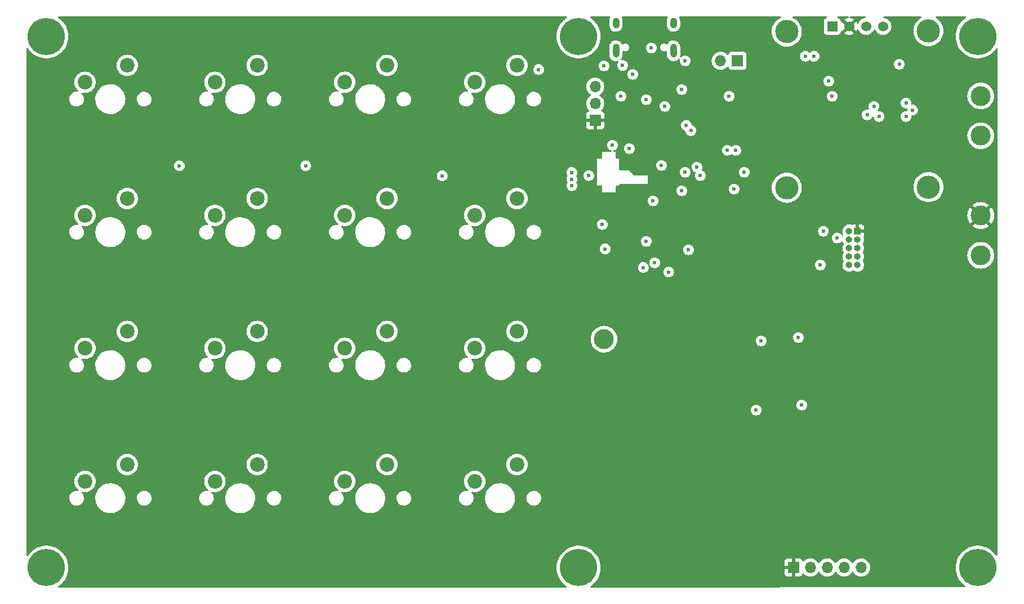
<source format=gbr>
%TF.GenerationSoftware,KiCad,Pcbnew,7.0.4-40-g0180cb380f*%
%TF.CreationDate,2023-06-12T22:45:27+02:00*%
%TF.ProjectId,New Business Card,4e657720-4275-4736-996e-657373204361,rev?*%
%TF.SameCoordinates,Original*%
%TF.FileFunction,Copper,L3,Inr*%
%TF.FilePolarity,Positive*%
%FSLAX46Y46*%
G04 Gerber Fmt 4.6, Leading zero omitted, Abs format (unit mm)*
G04 Created by KiCad (PCBNEW 7.0.4-40-g0180cb380f) date 2023-06-12 22:45:27*
%MOMM*%
%LPD*%
G01*
G04 APERTURE LIST*
%TA.AperFunction,ComponentPad*%
%ADD10C,2.200000*%
%TD*%
%TA.AperFunction,ComponentPad*%
%ADD11C,1.524000*%
%TD*%
%TA.AperFunction,CastellatedPad*%
%ADD12C,3.500000*%
%TD*%
%TA.AperFunction,ComponentPad*%
%ADD13R,1.524000X1.524000*%
%TD*%
%TA.AperFunction,ComponentPad*%
%ADD14C,3.000000*%
%TD*%
%TA.AperFunction,ComponentPad*%
%ADD15R,1.700000X1.700000*%
%TD*%
%TA.AperFunction,ComponentPad*%
%ADD16O,1.700000X1.700000*%
%TD*%
%TA.AperFunction,ComponentPad*%
%ADD17C,5.600000*%
%TD*%
%TA.AperFunction,ComponentPad*%
%ADD18R,1.000000X1.000000*%
%TD*%
%TA.AperFunction,ComponentPad*%
%ADD19O,1.000000X1.000000*%
%TD*%
%TA.AperFunction,ComponentPad*%
%ADD20O,1.000000X2.100000*%
%TD*%
%TA.AperFunction,ComponentPad*%
%ADD21O,1.000000X1.600000*%
%TD*%
%TA.AperFunction,ViaPad*%
%ADD22C,0.600000*%
%TD*%
G04 APERTURE END LIST*
D10*
%TO.N,KEY_ROW_4*%
%TO.C,SW17*%
X150740000Y-104460000D03*
%TO.N,Net-(D19-A)*%
X144390000Y-107000000D03*
%TD*%
%TO.N,KEY_ROW_4*%
%TO.C,SW16*%
X131213332Y-104460000D03*
%TO.N,Net-(D18-A)*%
X124863332Y-107000000D03*
%TD*%
%TO.N,Net-(D17-A)*%
%TO.C,SW15*%
X105336666Y-107000000D03*
%TO.N,KEY_ROW_4*%
X111686666Y-104460000D03*
%TD*%
%TO.N,KEY_ROW_4*%
%TO.C,SW14*%
X92160000Y-104460000D03*
%TO.N,Net-(D16-A)*%
X85810000Y-107000000D03*
%TD*%
%TO.N,KEY_ROW_3*%
%TO.C,SW13*%
X150740000Y-84433332D03*
%TO.N,Net-(D15-A)*%
X144390000Y-86973332D03*
%TD*%
%TO.N,Net-(D14-A)*%
%TO.C,SW12*%
X124863332Y-86973332D03*
%TO.N,KEY_ROW_3*%
X131213332Y-84433332D03*
%TD*%
%TO.N,KEY_ROW_3*%
%TO.C,SW11*%
X111686666Y-84433332D03*
%TO.N,Net-(D13-A)*%
X105336666Y-86973332D03*
%TD*%
%TO.N,Net-(D12-A)*%
%TO.C,SW10*%
X85810000Y-86973332D03*
%TO.N,KEY_ROW_3*%
X92160000Y-84433332D03*
%TD*%
%TO.N,Net-(D11-A)*%
%TO.C,SW9*%
X144390000Y-66946666D03*
%TO.N,KEY_ROW_2*%
X150740000Y-64406666D03*
%TD*%
%TO.N,Net-(D10-A)*%
%TO.C,SW8*%
X124863332Y-66946666D03*
%TO.N,KEY_ROW_2*%
X131213332Y-64406666D03*
%TD*%
%TO.N,Net-(D9-A)*%
%TO.C,SW7*%
X105336666Y-66946666D03*
%TO.N,KEY_ROW_2*%
X111686666Y-64406666D03*
%TD*%
%TO.N,KEY_ROW_2*%
%TO.C,SW6*%
X92160000Y-64406666D03*
%TO.N,Net-(D8-A)*%
X85810000Y-66946666D03*
%TD*%
%TO.N,KEY_ROW_1*%
%TO.C,SW5*%
X150740000Y-44380000D03*
%TO.N,Net-(D7-A)*%
X144390000Y-46920000D03*
%TD*%
%TO.N,KEY_ROW_1*%
%TO.C,SW4*%
X131213332Y-44380000D03*
%TO.N,Net-(D6-A)*%
X124863332Y-46920000D03*
%TD*%
%TO.N,Net-(D5-A)*%
%TO.C,SW3*%
X105336666Y-46920000D03*
%TO.N,KEY_ROW_1*%
X111686666Y-44380000D03*
%TD*%
%TO.N,KEY_ROW_1*%
%TO.C,SW2*%
X92160000Y-44380000D03*
%TO.N,Net-(D4-A)*%
X85810000Y-46920000D03*
%TD*%
D11*
%TO.N,I2C_1_SDA*%
%TO.C,J1*%
X205760000Y-38500000D03*
%TO.N,I2C_1_SCL*%
X203220000Y-38500000D03*
%TO.N,+3V3*%
X200680000Y-38500000D03*
D12*
%TO.N,GND*%
X212600000Y-62700000D03*
X212600000Y-39200000D03*
D13*
X198140000Y-38500000D03*
D12*
X191300000Y-62800000D03*
X191300000Y-39300000D03*
%TD*%
D14*
%TO.N,+5V*%
%TO.C,TP2*%
X220446600Y-54974200D03*
%TD*%
D15*
%TO.N,+3V3*%
%TO.C,SW1*%
X162500000Y-52640000D03*
D16*
%TO.N,Net-(SW1-B)*%
X162500000Y-50100000D03*
%TO.N,GND*%
X162500000Y-47560000D03*
%TD*%
D14*
%TO.N,+3.3VA*%
%TO.C,TP3*%
X163830000Y-85598000D03*
%TD*%
D17*
%TO.N,GND*%
%TO.C,H2*%
X80000000Y-120000000D03*
%TD*%
D14*
%TO.N,GND*%
%TO.C,TP5*%
X220446600Y-72974200D03*
%TD*%
D17*
%TO.N,GND*%
%TO.C,H5*%
X220000000Y-40000000D03*
%TD*%
D18*
%TO.N,+3V3*%
%TO.C,J3*%
X201930000Y-69342000D03*
D19*
%TO.N,SWDIO*%
X200660000Y-69342000D03*
%TO.N,GND*%
X201930000Y-70612000D03*
%TO.N,SWCLK*%
X200660000Y-70612000D03*
%TO.N,GND*%
X201930000Y-71882000D03*
%TO.N,SWO*%
X200660000Y-71882000D03*
%TO.N,unconnected-(J3-Pin_7-Pad7)*%
X201930000Y-73152000D03*
%TO.N,unconnected-(J3-Pin_8-Pad8)*%
X200660000Y-73152000D03*
%TO.N,GND*%
X201930000Y-74422000D03*
%TO.N,NRST*%
X200660000Y-74422000D03*
%TD*%
D17*
%TO.N,GND*%
%TO.C,H6*%
X220000000Y-120000000D03*
%TD*%
D14*
%TO.N,+3V3*%
%TO.C,TP4*%
X220446600Y-66974200D03*
%TD*%
D20*
%TO.N,unconnected-(J5-SHIELD-PadS1)*%
%TO.C,J5*%
X174270000Y-42185000D03*
D21*
X174270000Y-38005000D03*
D20*
X165630000Y-42185000D03*
D21*
X165630000Y-38005000D03*
%TD*%
D14*
%TO.N,+12V*%
%TO.C,TP1*%
X220446600Y-48974200D03*
%TD*%
D15*
%TO.N,+3V3*%
%TO.C,J2*%
X192310000Y-119952000D03*
D16*
%TO.N,SPI2_MOSI*%
X194850000Y-119952000D03*
%TO.N,SPI2_MISO*%
X197390000Y-119952000D03*
%TO.N,SPI2_SCK*%
X199930000Y-119952000D03*
%TO.N,GND*%
X202470000Y-119952000D03*
%TD*%
D17*
%TO.N,GND*%
%TO.C,H4*%
X160000000Y-40000000D03*
%TD*%
%TO.N,GND*%
%TO.C,H3*%
X80000000Y-40000000D03*
%TD*%
D15*
%TO.N,GND*%
%TO.C,J4*%
X183896000Y-43688000D03*
D16*
%TO.N,+12V*%
X181356000Y-43688000D03*
%TD*%
D17*
%TO.N,GND*%
%TO.C,H1*%
X160000000Y-120000000D03*
%TD*%
D22*
%TO.N,KEY_ROW_1*%
X154000000Y-45000000D03*
X164000000Y-72000000D03*
%TO.N,KEY_COL_1*%
X100000000Y-59500000D03*
X159000000Y-60500000D03*
%TO.N,KEY_COL_2*%
X119000000Y-59500000D03*
X159000000Y-61500000D03*
%TO.N,KEY_COL_3*%
X139500000Y-61000000D03*
X159000000Y-62500000D03*
%TO.N,I2C_1_SCL*%
X195400000Y-43000000D03*
X176900000Y-54200000D03*
%TO.N,I2C_1_SDA*%
X176200000Y-53400000D03*
X194100000Y-43000000D03*
%TO.N,+3V3*%
X163100000Y-66900000D03*
%TO.N,GND*%
X170180000Y-70866000D03*
X163830000Y-44450000D03*
X182626000Y-49022000D03*
X176530000Y-72136000D03*
X163576000Y-68326000D03*
X186690000Y-96266000D03*
X204400000Y-50546000D03*
X166370000Y-49022000D03*
X172466000Y-59436000D03*
X209226000Y-50038000D03*
X176022000Y-43688000D03*
X175514000Y-48006000D03*
X171196000Y-64770000D03*
X165100000Y-56388000D03*
X198120000Y-49022000D03*
X197612000Y-46736000D03*
X167640000Y-56896000D03*
X187452000Y-85852000D03*
X205162000Y-52070000D03*
X193548000Y-95504000D03*
X203384000Y-51816000D03*
X210200000Y-51100000D03*
X183642000Y-57150000D03*
X193040000Y-85344000D03*
X184912000Y-60452000D03*
X182372000Y-57150000D03*
X208210000Y-44196000D03*
X209226000Y-52070000D03*
X161544000Y-60960000D03*
%TO.N,+3V3*%
X180340000Y-70612000D03*
X190246000Y-83820000D03*
X205310000Y-40622000D03*
X168910000Y-56642000D03*
X209117000Y-45575000D03*
X197358000Y-57912000D03*
X217170000Y-66040000D03*
X204908000Y-56388000D03*
X207774000Y-40523000D03*
X206432000Y-56642000D03*
X208536000Y-39507000D03*
X184912000Y-58928000D03*
X203638000Y-56388000D03*
X189484000Y-90170000D03*
X172466000Y-71882000D03*
X170180000Y-55372000D03*
X204294000Y-39606000D03*
X199200000Y-59118000D03*
X187960000Y-83566000D03*
%TO.N,+5V*%
X170180000Y-49530000D03*
X172974000Y-50546000D03*
X166624000Y-44374500D03*
%TO.N,SWDIO*%
X178308000Y-60960000D03*
X196800000Y-69342000D03*
%TO.N,SWCLK*%
X177800000Y-59690000D03*
X198882000Y-70358000D03*
%TO.N,SWO*%
X176022000Y-60452000D03*
X183388000Y-62992000D03*
%TO.N,NRST*%
X175514000Y-63246000D03*
X196342000Y-74422000D03*
%TO.N,USB_CONN_D+*%
X170942000Y-41747500D03*
X168148000Y-45720000D03*
%TO.N,KEY_ROW_2*%
X171442000Y-74100000D03*
%TO.N,KEY_ROW_3*%
X169742000Y-74800000D03*
%TO.N,KEY_ROW_4*%
X173542000Y-75500000D03*
%TD*%
%TA.AperFunction,Conductor*%
%TO.N,+3V3*%
G36*
X158203786Y-37020185D02*
G01*
X158249541Y-37072989D01*
X158259485Y-37142147D01*
X158230460Y-37205703D01*
X158200677Y-37230748D01*
X158145081Y-37264200D01*
X158086921Y-37308412D01*
X157860172Y-37480781D01*
X157860163Y-37480789D01*
X157600331Y-37726914D01*
X157368641Y-37999680D01*
X157368634Y-37999690D01*
X157167790Y-38295913D01*
X157167784Y-38295922D01*
X157000151Y-38612111D01*
X157000142Y-38612129D01*
X156867674Y-38944600D01*
X156867672Y-38944607D01*
X156771932Y-39289434D01*
X156771926Y-39289460D01*
X156714029Y-39642614D01*
X156714028Y-39642631D01*
X156701203Y-39879182D01*
X156694652Y-40000000D01*
X156712417Y-40327665D01*
X156714028Y-40357368D01*
X156714029Y-40357385D01*
X156771926Y-40710539D01*
X156771932Y-40710565D01*
X156867672Y-41055392D01*
X156867674Y-41055399D01*
X157000142Y-41387870D01*
X157000151Y-41387888D01*
X157167784Y-41704077D01*
X157167787Y-41704082D01*
X157167789Y-41704085D01*
X157331291Y-41945233D01*
X157368634Y-42000309D01*
X157368641Y-42000319D01*
X157564158Y-42230499D01*
X157600332Y-42273086D01*
X157860163Y-42519211D01*
X157860170Y-42519216D01*
X157860172Y-42519218D01*
X157878128Y-42532868D01*
X158145081Y-42735800D01*
X158451747Y-42920315D01*
X158451749Y-42920316D01*
X158451751Y-42920317D01*
X158451755Y-42920319D01*
X158776552Y-43070585D01*
X158776565Y-43070591D01*
X159115726Y-43184868D01*
X159465254Y-43261805D01*
X159821052Y-43300500D01*
X159821058Y-43300500D01*
X160178942Y-43300500D01*
X160178948Y-43300500D01*
X160534746Y-43261805D01*
X160884274Y-43184868D01*
X161223435Y-43070591D01*
X161548253Y-42920315D01*
X161771913Y-42785743D01*
X164629500Y-42785743D01*
X164644925Y-42937439D01*
X164705837Y-43131579D01*
X164705844Y-43131594D01*
X164804589Y-43309499D01*
X164804592Y-43309504D01*
X164937132Y-43463893D01*
X164937134Y-43463895D01*
X165098037Y-43588445D01*
X165098038Y-43588445D01*
X165098042Y-43588448D01*
X165280729Y-43678060D01*
X165477715Y-43729063D01*
X165680936Y-43739369D01*
X165851886Y-43713180D01*
X165921133Y-43722486D01*
X165974356Y-43767752D01*
X165994658Y-43834608D01*
X165975657Y-43901722D01*
X165898211Y-44024976D01*
X165838631Y-44195245D01*
X165838630Y-44195250D01*
X165818435Y-44374496D01*
X165818435Y-44374503D01*
X165838630Y-44553749D01*
X165838631Y-44553754D01*
X165898211Y-44724023D01*
X165984930Y-44862034D01*
X165994184Y-44876762D01*
X166121738Y-45004316D01*
X166274478Y-45100289D01*
X166298970Y-45108859D01*
X166444745Y-45159868D01*
X166444750Y-45159869D01*
X166623996Y-45180065D01*
X166624000Y-45180065D01*
X166624004Y-45180065D01*
X166803249Y-45159869D01*
X166803252Y-45159868D01*
X166803255Y-45159868D01*
X166973522Y-45100289D01*
X167126262Y-45004316D01*
X167253816Y-44876762D01*
X167349789Y-44724022D01*
X167409368Y-44553755D01*
X167416150Y-44493565D01*
X167429565Y-44374503D01*
X167429565Y-44374496D01*
X167409369Y-44195250D01*
X167409368Y-44195245D01*
X167386135Y-44128848D01*
X167349789Y-44024978D01*
X167253816Y-43872238D01*
X167126262Y-43744684D01*
X167117802Y-43739368D01*
X166973523Y-43648711D01*
X166803254Y-43589131D01*
X166803249Y-43589130D01*
X166624004Y-43568935D01*
X166623995Y-43568935D01*
X166510364Y-43581737D01*
X166441543Y-43569682D01*
X166390164Y-43522333D01*
X166372540Y-43454722D01*
X166394267Y-43388316D01*
X166394423Y-43388089D01*
X166509295Y-43223049D01*
X166589540Y-43036058D01*
X166630500Y-42836741D01*
X166630499Y-42285588D01*
X166650183Y-42218551D01*
X166702987Y-42172796D01*
X166772146Y-42162852D01*
X166801948Y-42171027D01*
X166909764Y-42215687D01*
X167022280Y-42230500D01*
X167022287Y-42230500D01*
X167097713Y-42230500D01*
X167097720Y-42230500D01*
X167210236Y-42215687D01*
X167350233Y-42157698D01*
X167470451Y-42065451D01*
X167562698Y-41945233D01*
X167620687Y-41805236D01*
X167628288Y-41747503D01*
X170136435Y-41747503D01*
X170156630Y-41926749D01*
X170156631Y-41926754D01*
X170216211Y-42097023D01*
X170290773Y-42215687D01*
X170312184Y-42249762D01*
X170439738Y-42377316D01*
X170498270Y-42414094D01*
X170577258Y-42463726D01*
X170592478Y-42473289D01*
X170708729Y-42513967D01*
X170762745Y-42532868D01*
X170762750Y-42532869D01*
X170941996Y-42553065D01*
X170942000Y-42553065D01*
X170942004Y-42553065D01*
X171121249Y-42532869D01*
X171121252Y-42532868D01*
X171121255Y-42532868D01*
X171291522Y-42473289D01*
X171444262Y-42377316D01*
X171571816Y-42249762D01*
X171667789Y-42097022D01*
X171727368Y-41926755D01*
X171727369Y-41926749D01*
X171747565Y-41747503D01*
X171747565Y-41747496D01*
X171737143Y-41655000D01*
X172259534Y-41655000D01*
X172279312Y-41805234D01*
X172279313Y-41805236D01*
X172329647Y-41926754D01*
X172337302Y-41945233D01*
X172429549Y-42065451D01*
X172549767Y-42157698D01*
X172689764Y-42215687D01*
X172802280Y-42230500D01*
X172802287Y-42230500D01*
X172877713Y-42230500D01*
X172877720Y-42230500D01*
X172990236Y-42215687D01*
X173098047Y-42171029D01*
X173167515Y-42163561D01*
X173229995Y-42194836D01*
X173265647Y-42254925D01*
X173269499Y-42285591D01*
X173269499Y-42785743D01*
X173284925Y-42937439D01*
X173345837Y-43131579D01*
X173345844Y-43131594D01*
X173444589Y-43309499D01*
X173444592Y-43309504D01*
X173577132Y-43463893D01*
X173577134Y-43463895D01*
X173738037Y-43588445D01*
X173738038Y-43588445D01*
X173738042Y-43588448D01*
X173920729Y-43678060D01*
X174117715Y-43729063D01*
X174320936Y-43739369D01*
X174522071Y-43708556D01*
X174712887Y-43637886D01*
X174885571Y-43530252D01*
X175029907Y-43393049D01*
X175092054Y-43361131D01*
X175161597Y-43367879D01*
X175216452Y-43411153D01*
X175239203Y-43477215D01*
X175237009Y-43501779D01*
X175237411Y-43501825D01*
X175216435Y-43687996D01*
X175216435Y-43688003D01*
X175236630Y-43867249D01*
X175236631Y-43867254D01*
X175296211Y-44037523D01*
X175367931Y-44151664D01*
X175392184Y-44190262D01*
X175519738Y-44317816D01*
X175672478Y-44413789D01*
X175775952Y-44449996D01*
X175842745Y-44473368D01*
X175842750Y-44473369D01*
X176021996Y-44493565D01*
X176022000Y-44493565D01*
X176022004Y-44493565D01*
X176201249Y-44473369D01*
X176201252Y-44473368D01*
X176201255Y-44473368D01*
X176371522Y-44413789D01*
X176524262Y-44317816D01*
X176651816Y-44190262D01*
X176747789Y-44037522D01*
X176807368Y-43867255D01*
X176809709Y-43846478D01*
X176827565Y-43688003D01*
X176827565Y-43688000D01*
X180000341Y-43688000D01*
X180020936Y-43923403D01*
X180020938Y-43923413D01*
X180082094Y-44151655D01*
X180082096Y-44151659D01*
X180082097Y-44151663D01*
X180139242Y-44274211D01*
X180181965Y-44365830D01*
X180181967Y-44365834D01*
X180271406Y-44493565D01*
X180317505Y-44559401D01*
X180484599Y-44726495D01*
X180581384Y-44794264D01*
X180678165Y-44862032D01*
X180678167Y-44862033D01*
X180678170Y-44862035D01*
X180892337Y-44961903D01*
X181120592Y-45023063D01*
X181297034Y-45038500D01*
X181355999Y-45043659D01*
X181356000Y-45043659D01*
X181356001Y-45043659D01*
X181414966Y-45038500D01*
X181591408Y-45023063D01*
X181819663Y-44961903D01*
X182033830Y-44862035D01*
X182227401Y-44726495D01*
X182349329Y-44604566D01*
X182410648Y-44571084D01*
X182480340Y-44576068D01*
X182536274Y-44617939D01*
X182553189Y-44648917D01*
X182602202Y-44780328D01*
X182602206Y-44780335D01*
X182688452Y-44895544D01*
X182688455Y-44895547D01*
X182803664Y-44981793D01*
X182803671Y-44981797D01*
X182938517Y-45032091D01*
X182938516Y-45032091D01*
X182945444Y-45032835D01*
X182998127Y-45038500D01*
X184793872Y-45038499D01*
X184853483Y-45032091D01*
X184988331Y-44981796D01*
X185103546Y-44895546D01*
X185189796Y-44780331D01*
X185240091Y-44645483D01*
X185246500Y-44585873D01*
X185246500Y-44196003D01*
X207404435Y-44196003D01*
X207424630Y-44375249D01*
X207424631Y-44375254D01*
X207484211Y-44545523D01*
X207536820Y-44629249D01*
X207580184Y-44698262D01*
X207707738Y-44825816D01*
X207765379Y-44862034D01*
X207818712Y-44895546D01*
X207860478Y-44921789D01*
X207975123Y-44961905D01*
X208030745Y-44981368D01*
X208030750Y-44981369D01*
X208209996Y-45001565D01*
X208210000Y-45001565D01*
X208210004Y-45001565D01*
X208389249Y-44981369D01*
X208389252Y-44981368D01*
X208389255Y-44981368D01*
X208559522Y-44921789D01*
X208712262Y-44825816D01*
X208839816Y-44698262D01*
X208935789Y-44545522D01*
X208995368Y-44375255D01*
X208995454Y-44374496D01*
X209015565Y-44196003D01*
X209015565Y-44195996D01*
X208995369Y-44016750D01*
X208995368Y-44016745D01*
X208955120Y-43901722D01*
X208935789Y-43846478D01*
X208919267Y-43820184D01*
X208886322Y-43767752D01*
X208839816Y-43693738D01*
X208712262Y-43566184D01*
X208642474Y-43522333D01*
X208559523Y-43470211D01*
X208389254Y-43410631D01*
X208389249Y-43410630D01*
X208210004Y-43390435D01*
X208209996Y-43390435D01*
X208030750Y-43410630D01*
X208030745Y-43410631D01*
X207860476Y-43470211D01*
X207707737Y-43566184D01*
X207580184Y-43693737D01*
X207484211Y-43846476D01*
X207424631Y-44016745D01*
X207424630Y-44016750D01*
X207404435Y-44195996D01*
X207404435Y-44196003D01*
X185246500Y-44196003D01*
X185246499Y-43000003D01*
X193294435Y-43000003D01*
X193314630Y-43179249D01*
X193314631Y-43179254D01*
X193374211Y-43349523D01*
X193446075Y-43463893D01*
X193470184Y-43502262D01*
X193597738Y-43629816D01*
X193674516Y-43678059D01*
X193747966Y-43724211D01*
X193750478Y-43725789D01*
X193920744Y-43785367D01*
X193920745Y-43785368D01*
X193920750Y-43785369D01*
X194099996Y-43805565D01*
X194100000Y-43805565D01*
X194100004Y-43805565D01*
X194279249Y-43785369D01*
X194279252Y-43785368D01*
X194279255Y-43785368D01*
X194449522Y-43725789D01*
X194602262Y-43629816D01*
X194662322Y-43569755D01*
X194723641Y-43536273D01*
X194793333Y-43541257D01*
X194837676Y-43569754D01*
X194897738Y-43629816D01*
X194910585Y-43637888D01*
X195047966Y-43724211D01*
X195050478Y-43725789D01*
X195220745Y-43785367D01*
X195220745Y-43785368D01*
X195220750Y-43785369D01*
X195399996Y-43805565D01*
X195400000Y-43805565D01*
X195400004Y-43805565D01*
X195579249Y-43785369D01*
X195579252Y-43785368D01*
X195579255Y-43785368D01*
X195749522Y-43725789D01*
X195902262Y-43629816D01*
X196029816Y-43502262D01*
X196125789Y-43349522D01*
X196185368Y-43179255D01*
X196186380Y-43170276D01*
X196205565Y-43000003D01*
X196205565Y-42999996D01*
X196185369Y-42820750D01*
X196185368Y-42820744D01*
X196125788Y-42650476D01*
X196051890Y-42532869D01*
X196029816Y-42497738D01*
X195902262Y-42370184D01*
X195860444Y-42343908D01*
X195749523Y-42274211D01*
X195579254Y-42214631D01*
X195579249Y-42214630D01*
X195400004Y-42194435D01*
X195399996Y-42194435D01*
X195220750Y-42214630D01*
X195220745Y-42214631D01*
X195050476Y-42274211D01*
X194897739Y-42370183D01*
X194837679Y-42430242D01*
X194776355Y-42463726D01*
X194706664Y-42458740D01*
X194662318Y-42430240D01*
X194602262Y-42370184D01*
X194449523Y-42274211D01*
X194279254Y-42214631D01*
X194279249Y-42214630D01*
X194100004Y-42194435D01*
X194099996Y-42194435D01*
X193920750Y-42214630D01*
X193920745Y-42214631D01*
X193750476Y-42274211D01*
X193597737Y-42370184D01*
X193470184Y-42497737D01*
X193374211Y-42650476D01*
X193314632Y-42820744D01*
X193314630Y-42820750D01*
X193294435Y-42999996D01*
X193294435Y-43000003D01*
X185246499Y-43000003D01*
X185246499Y-42790128D01*
X185240091Y-42730517D01*
X185238810Y-42727083D01*
X185189797Y-42595671D01*
X185189793Y-42595664D01*
X185103547Y-42480455D01*
X185103544Y-42480452D01*
X184988335Y-42394206D01*
X184988328Y-42394202D01*
X184853482Y-42343908D01*
X184853483Y-42343908D01*
X184793883Y-42337501D01*
X184793881Y-42337500D01*
X184793873Y-42337500D01*
X184793864Y-42337500D01*
X182998129Y-42337500D01*
X182998123Y-42337501D01*
X182938516Y-42343908D01*
X182803671Y-42394202D01*
X182803664Y-42394206D01*
X182688455Y-42480452D01*
X182688452Y-42480455D01*
X182602206Y-42595664D01*
X182602203Y-42595669D01*
X182553189Y-42727083D01*
X182511317Y-42783016D01*
X182445853Y-42807433D01*
X182377580Y-42792581D01*
X182349326Y-42771430D01*
X182227402Y-42649506D01*
X182227395Y-42649501D01*
X182033834Y-42513967D01*
X182033830Y-42513965D01*
X181999029Y-42497737D01*
X181819663Y-42414097D01*
X181819659Y-42414096D01*
X181819655Y-42414094D01*
X181591413Y-42352938D01*
X181591403Y-42352936D01*
X181356001Y-42332341D01*
X181355999Y-42332341D01*
X181120596Y-42352936D01*
X181120586Y-42352938D01*
X180892344Y-42414094D01*
X180892335Y-42414098D01*
X180678171Y-42513964D01*
X180678169Y-42513965D01*
X180484597Y-42649505D01*
X180317505Y-42816597D01*
X180181965Y-43010169D01*
X180181964Y-43010171D01*
X180082098Y-43224335D01*
X180082094Y-43224344D01*
X180020938Y-43452586D01*
X180020936Y-43452596D01*
X180000341Y-43687999D01*
X180000341Y-43688000D01*
X176827565Y-43688000D01*
X176827565Y-43687996D01*
X176807369Y-43508750D01*
X176807368Y-43508745D01*
X176807368Y-43508744D01*
X176747789Y-43338478D01*
X176729583Y-43309504D01*
X176651815Y-43185737D01*
X176524262Y-43058184D01*
X176371523Y-42962211D01*
X176201254Y-42902631D01*
X176201249Y-42902630D01*
X176022004Y-42882435D01*
X176021996Y-42882435D01*
X175842750Y-42902630D01*
X175842745Y-42902631D01*
X175672476Y-42962211D01*
X175519739Y-43058183D01*
X175441130Y-43136792D01*
X175379806Y-43170276D01*
X175310115Y-43165292D01*
X175254181Y-43123420D01*
X175229765Y-43057955D01*
X175231987Y-43024149D01*
X175244716Y-42962211D01*
X175270500Y-42836741D01*
X175270500Y-41584258D01*
X175262417Y-41504765D01*
X175255074Y-41432560D01*
X175194162Y-41238420D01*
X175194160Y-41238416D01*
X175194159Y-41238412D01*
X175095409Y-41060498D01*
X175095408Y-41060497D01*
X175095407Y-41060495D01*
X174962867Y-40906106D01*
X174962865Y-40906104D01*
X174801962Y-40781554D01*
X174801959Y-40781553D01*
X174801958Y-40781552D01*
X174619271Y-40691940D01*
X174422285Y-40640937D01*
X174422287Y-40640937D01*
X174286804Y-40634066D01*
X174219064Y-40630631D01*
X174219063Y-40630631D01*
X174219061Y-40630631D01*
X174017936Y-40661442D01*
X174017924Y-40661445D01*
X173827118Y-40732111D01*
X173827111Y-40732115D01*
X173654432Y-40839745D01*
X173654427Y-40839749D01*
X173506949Y-40979938D01*
X173506948Y-40979940D01*
X173390703Y-41146953D01*
X173387349Y-41154769D01*
X173342818Y-41208609D01*
X173276248Y-41229828D01*
X173208775Y-41211688D01*
X173197914Y-41204236D01*
X173130234Y-41152302D01*
X173130230Y-41152300D01*
X173039731Y-41114814D01*
X172990236Y-41094313D01*
X172976171Y-41092461D01*
X172877727Y-41079500D01*
X172877720Y-41079500D01*
X172802280Y-41079500D01*
X172802272Y-41079500D01*
X172689764Y-41094313D01*
X172689763Y-41094313D01*
X172549770Y-41152300D01*
X172549767Y-41152301D01*
X172549767Y-41152302D01*
X172429549Y-41244549D01*
X172366462Y-41326766D01*
X172337300Y-41364770D01*
X172279313Y-41504763D01*
X172279312Y-41504765D01*
X172259534Y-41654999D01*
X172259534Y-41655000D01*
X171737143Y-41655000D01*
X171727369Y-41568250D01*
X171727368Y-41568245D01*
X171715126Y-41533259D01*
X171667789Y-41397978D01*
X171658787Y-41383652D01*
X171595952Y-41283650D01*
X171571816Y-41245238D01*
X171444262Y-41117684D01*
X171291523Y-41021711D01*
X171121254Y-40962131D01*
X171121249Y-40962130D01*
X170942004Y-40941935D01*
X170941996Y-40941935D01*
X170762750Y-40962130D01*
X170762745Y-40962131D01*
X170592476Y-41021711D01*
X170439737Y-41117684D01*
X170312184Y-41245237D01*
X170216211Y-41397976D01*
X170156631Y-41568245D01*
X170156630Y-41568250D01*
X170136435Y-41747496D01*
X170136435Y-41747503D01*
X167628288Y-41747503D01*
X167640466Y-41655000D01*
X167620687Y-41504764D01*
X167562698Y-41364767D01*
X167470451Y-41244549D01*
X167350233Y-41152302D01*
X167350229Y-41152300D01*
X167266658Y-41117684D01*
X167210236Y-41094313D01*
X167196171Y-41092461D01*
X167097727Y-41079500D01*
X167097720Y-41079500D01*
X167022280Y-41079500D01*
X167022272Y-41079500D01*
X166909764Y-41094313D01*
X166909763Y-41094313D01*
X166769769Y-41152300D01*
X166769766Y-41152302D01*
X166699145Y-41206492D01*
X166633976Y-41231686D01*
X166565531Y-41217648D01*
X166515542Y-41168834D01*
X166515240Y-41168293D01*
X166455410Y-41060500D01*
X166455407Y-41060495D01*
X166322867Y-40906106D01*
X166322865Y-40906104D01*
X166161962Y-40781554D01*
X166161959Y-40781553D01*
X166161958Y-40781552D01*
X165979271Y-40691940D01*
X165782285Y-40640937D01*
X165782287Y-40640937D01*
X165646804Y-40634066D01*
X165579064Y-40630631D01*
X165579063Y-40630631D01*
X165579061Y-40630631D01*
X165377936Y-40661442D01*
X165377924Y-40661445D01*
X165187118Y-40732111D01*
X165187111Y-40732115D01*
X165014432Y-40839745D01*
X165014427Y-40839749D01*
X164866949Y-40979938D01*
X164866948Y-40979940D01*
X164750705Y-41146949D01*
X164670459Y-41333943D01*
X164629500Y-41533258D01*
X164629500Y-42785743D01*
X161771913Y-42785743D01*
X161854919Y-42735800D01*
X162139837Y-42519211D01*
X162399668Y-42273086D01*
X162631365Y-42000311D01*
X162832211Y-41704085D01*
X162999853Y-41387880D01*
X163132324Y-41055403D01*
X163228071Y-40710552D01*
X163285972Y-40357371D01*
X163305348Y-40000000D01*
X163285972Y-39642629D01*
X163282187Y-39619544D01*
X163228073Y-39289460D01*
X163228072Y-39289459D01*
X163228071Y-39289448D01*
X163134613Y-38952842D01*
X163132327Y-38944607D01*
X163132325Y-38944600D01*
X163127882Y-38933450D01*
X163042864Y-38720070D01*
X162999857Y-38612129D01*
X162999848Y-38612111D01*
X162990682Y-38594823D01*
X162906967Y-38436919D01*
X162832215Y-38295922D01*
X162832213Y-38295919D01*
X162832211Y-38295915D01*
X162631365Y-37999689D01*
X162631361Y-37999684D01*
X162631358Y-37999680D01*
X162399668Y-37726914D01*
X162360841Y-37690135D01*
X162139837Y-37480789D01*
X162139830Y-37480783D01*
X162139827Y-37480781D01*
X162038746Y-37403942D01*
X161854919Y-37264200D01*
X161799323Y-37230749D01*
X161752030Y-37179321D01*
X161740047Y-37110486D01*
X161767182Y-37046101D01*
X161824819Y-37006607D01*
X161863253Y-37000500D01*
X164663974Y-37000500D01*
X164731013Y-37020185D01*
X164776768Y-37072989D01*
X164786712Y-37142147D01*
X164765749Y-37195337D01*
X164750705Y-37216950D01*
X164670459Y-37403943D01*
X164629500Y-37603258D01*
X164629500Y-38355743D01*
X164644925Y-38507439D01*
X164705837Y-38701579D01*
X164705844Y-38701594D01*
X164804589Y-38879499D01*
X164804592Y-38879504D01*
X164937132Y-39033893D01*
X164937134Y-39033895D01*
X165098037Y-39158445D01*
X165098038Y-39158445D01*
X165098042Y-39158448D01*
X165280729Y-39248060D01*
X165477715Y-39299063D01*
X165680936Y-39309369D01*
X165882071Y-39278556D01*
X166072887Y-39207886D01*
X166245571Y-39100252D01*
X166393053Y-38960059D01*
X166509295Y-38793049D01*
X166589540Y-38606058D01*
X166630500Y-38406741D01*
X166630500Y-37654258D01*
X166625516Y-37605241D01*
X166615074Y-37502560D01*
X166554162Y-37308420D01*
X166554160Y-37308416D01*
X166554159Y-37308412D01*
X166522809Y-37251930D01*
X166485481Y-37184677D01*
X166470158Y-37116509D01*
X166494122Y-37050877D01*
X166549765Y-37008620D01*
X166593900Y-37000500D01*
X173303974Y-37000500D01*
X173371013Y-37020185D01*
X173416768Y-37072989D01*
X173426712Y-37142147D01*
X173405749Y-37195337D01*
X173390705Y-37216950D01*
X173310459Y-37403943D01*
X173269500Y-37603258D01*
X173269500Y-38355743D01*
X173284925Y-38507439D01*
X173345837Y-38701579D01*
X173345844Y-38701594D01*
X173444589Y-38879499D01*
X173444592Y-38879504D01*
X173577132Y-39033893D01*
X173577134Y-39033895D01*
X173738037Y-39158445D01*
X173738038Y-39158445D01*
X173738042Y-39158448D01*
X173920729Y-39248060D01*
X174117715Y-39299063D01*
X174320936Y-39309369D01*
X174522071Y-39278556D01*
X174712887Y-39207886D01*
X174885571Y-39100252D01*
X175033053Y-38960059D01*
X175149295Y-38793049D01*
X175229540Y-38606058D01*
X175270500Y-38406741D01*
X175270500Y-37654258D01*
X175265516Y-37605241D01*
X175255074Y-37502560D01*
X175194162Y-37308420D01*
X175194160Y-37308416D01*
X175194159Y-37308412D01*
X175162809Y-37251930D01*
X175125481Y-37184677D01*
X175110158Y-37116509D01*
X175134122Y-37050877D01*
X175189765Y-37008620D01*
X175233900Y-37000500D01*
X190342812Y-37000500D01*
X190409851Y-37020185D01*
X190455606Y-37072989D01*
X190465550Y-37142147D01*
X190436525Y-37205703D01*
X190397656Y-37235712D01*
X190172334Y-37346828D01*
X189927041Y-37510728D01*
X189705241Y-37705241D01*
X189510728Y-37927041D01*
X189346828Y-38172334D01*
X189216349Y-38436919D01*
X189121521Y-38716269D01*
X189121518Y-38716283D01*
X189063968Y-39005609D01*
X189063964Y-39005636D01*
X189044671Y-39299992D01*
X189044671Y-39300007D01*
X189063964Y-39594363D01*
X189063965Y-39594373D01*
X189063966Y-39594380D01*
X189094536Y-39748070D01*
X189121518Y-39883716D01*
X189121521Y-39883730D01*
X189216349Y-40163080D01*
X189346825Y-40427660D01*
X189346829Y-40427667D01*
X189510725Y-40672955D01*
X189705241Y-40894758D01*
X189927044Y-41089274D01*
X190046114Y-41168834D01*
X190172335Y-41253172D01*
X190436923Y-41383652D01*
X190716278Y-41478481D01*
X191005620Y-41536034D01*
X191033888Y-41537886D01*
X191299993Y-41555329D01*
X191300000Y-41555329D01*
X191300007Y-41555329D01*
X191535675Y-41539881D01*
X191594380Y-41536034D01*
X191883722Y-41478481D01*
X192163077Y-41383652D01*
X192427665Y-41253172D01*
X192672957Y-41089273D01*
X192894758Y-40894758D01*
X193089273Y-40672957D01*
X193253172Y-40427665D01*
X193383652Y-40163077D01*
X193478481Y-39883722D01*
X193536034Y-39594380D01*
X193542588Y-39494390D01*
X193555329Y-39300007D01*
X193555329Y-39299992D01*
X193536035Y-39005636D01*
X193536034Y-39005620D01*
X193478481Y-38716278D01*
X193383652Y-38436923D01*
X193253172Y-38172336D01*
X193227998Y-38134661D01*
X193186353Y-38072334D01*
X193089273Y-37927043D01*
X193001575Y-37827043D01*
X192894758Y-37705241D01*
X192672955Y-37510725D01*
X192427667Y-37346829D01*
X192427660Y-37346825D01*
X192202344Y-37235712D01*
X192150925Y-37188407D01*
X192133243Y-37120812D01*
X192154913Y-37054387D01*
X192209054Y-37010223D01*
X192257188Y-37000500D01*
X197236636Y-37000500D01*
X197303675Y-37020185D01*
X197349430Y-37072989D01*
X197359374Y-37142147D01*
X197330349Y-37205703D01*
X197277269Y-37239815D01*
X197277785Y-37241198D01*
X197135671Y-37294202D01*
X197135664Y-37294206D01*
X197020455Y-37380452D01*
X197020452Y-37380455D01*
X196934206Y-37495664D01*
X196934202Y-37495671D01*
X196883908Y-37630517D01*
X196878010Y-37685380D01*
X196877501Y-37690123D01*
X196877500Y-37690135D01*
X196877500Y-39309870D01*
X196877501Y-39309876D01*
X196883908Y-39369483D01*
X196934202Y-39504328D01*
X196934206Y-39504335D01*
X197020452Y-39619544D01*
X197020455Y-39619547D01*
X197135664Y-39705793D01*
X197135671Y-39705797D01*
X197270517Y-39756091D01*
X197270516Y-39756091D01*
X197277444Y-39756835D01*
X197330127Y-39762500D01*
X198949872Y-39762499D01*
X199009483Y-39756091D01*
X199144331Y-39705796D01*
X199259546Y-39619546D01*
X199345796Y-39504331D01*
X199396091Y-39369483D01*
X199402500Y-39309873D01*
X199402499Y-39269048D01*
X199422182Y-39202012D01*
X199474985Y-39156256D01*
X199544143Y-39146311D01*
X199607700Y-39175334D01*
X199628073Y-39197924D01*
X199628257Y-39198187D01*
X199628258Y-39198187D01*
X200295096Y-38531349D01*
X200295051Y-38531898D01*
X200326266Y-38655162D01*
X200395813Y-38761612D01*
X200496157Y-38839713D01*
X200616422Y-38881000D01*
X200652553Y-38881000D01*
X199981811Y-39551741D01*
X200046582Y-39597094D01*
X200046592Y-39597100D01*
X200246715Y-39690419D01*
X200246729Y-39690424D01*
X200460013Y-39747573D01*
X200460023Y-39747575D01*
X200679999Y-39766821D01*
X200680001Y-39766821D01*
X200899976Y-39747575D01*
X200899986Y-39747573D01*
X201113270Y-39690424D01*
X201113284Y-39690419D01*
X201313408Y-39597100D01*
X201313420Y-39597093D01*
X201378186Y-39551742D01*
X201378187Y-39551740D01*
X200707448Y-38881000D01*
X200711569Y-38881000D01*
X200805421Y-38865339D01*
X200917251Y-38804820D01*
X201003371Y-38711269D01*
X201054448Y-38594823D01*
X201060105Y-38526550D01*
X201731741Y-39198187D01*
X201731742Y-39198186D01*
X201777093Y-39133420D01*
X201777100Y-39133408D01*
X201837342Y-39004219D01*
X201883514Y-38951779D01*
X201950707Y-38932627D01*
X202017588Y-38952842D01*
X202062106Y-39004219D01*
X202122464Y-39133658D01*
X202122468Y-39133666D01*
X202249170Y-39314615D01*
X202249175Y-39314621D01*
X202405378Y-39470824D01*
X202405384Y-39470829D01*
X202586333Y-39597531D01*
X202586335Y-39597532D01*
X202586338Y-39597534D01*
X202786550Y-39690894D01*
X202999932Y-39748070D01*
X203157123Y-39761822D01*
X203219998Y-39767323D01*
X203220000Y-39767323D01*
X203220002Y-39767323D01*
X203275151Y-39762498D01*
X203440068Y-39748070D01*
X203653450Y-39690894D01*
X203853662Y-39597534D01*
X204034620Y-39470826D01*
X204190826Y-39314620D01*
X204317534Y-39133662D01*
X204377617Y-39004811D01*
X204423790Y-38952371D01*
X204490983Y-38933219D01*
X204557865Y-38953435D01*
X204602382Y-39004811D01*
X204662464Y-39133658D01*
X204662468Y-39133666D01*
X204789170Y-39314615D01*
X204789175Y-39314621D01*
X204945378Y-39470824D01*
X204945384Y-39470829D01*
X205126333Y-39597531D01*
X205126335Y-39597532D01*
X205126338Y-39597534D01*
X205326550Y-39690894D01*
X205539932Y-39748070D01*
X205697123Y-39761822D01*
X205759998Y-39767323D01*
X205760000Y-39767323D01*
X205760002Y-39767323D01*
X205815151Y-39762498D01*
X205980068Y-39748070D01*
X206193450Y-39690894D01*
X206393662Y-39597534D01*
X206574620Y-39470826D01*
X206730826Y-39314620D01*
X206857534Y-39133662D01*
X206950894Y-38933450D01*
X207008070Y-38720068D01*
X207027323Y-38500000D01*
X207008070Y-38279932D01*
X206950894Y-38066550D01*
X206857534Y-37866339D01*
X206759908Y-37726914D01*
X206730827Y-37685381D01*
X206675962Y-37630516D01*
X206574620Y-37529174D01*
X206574616Y-37529171D01*
X206574615Y-37529170D01*
X206393666Y-37402468D01*
X206393662Y-37402466D01*
X206346457Y-37380454D01*
X206193450Y-37309106D01*
X206193447Y-37309105D01*
X206193445Y-37309104D01*
X205980070Y-37251930D01*
X205980062Y-37251929D01*
X205941693Y-37248572D01*
X205935465Y-37248027D01*
X205870397Y-37222576D01*
X205829418Y-37165985D01*
X205825540Y-37096223D01*
X205859994Y-37035439D01*
X205921840Y-37002931D01*
X205946273Y-37000500D01*
X211440033Y-37000500D01*
X211507072Y-37020185D01*
X211552827Y-37072989D01*
X211562771Y-37142147D01*
X211533746Y-37205703D01*
X211494877Y-37235712D01*
X211472334Y-37246828D01*
X211227041Y-37410728D01*
X211005241Y-37605241D01*
X210810728Y-37827041D01*
X210646828Y-38072334D01*
X210516349Y-38336919D01*
X210421521Y-38616269D01*
X210421518Y-38616283D01*
X210363968Y-38905609D01*
X210363964Y-38905636D01*
X210344671Y-39199992D01*
X210344671Y-39200007D01*
X210363964Y-39494363D01*
X210363965Y-39494373D01*
X210363966Y-39494380D01*
X210417297Y-39762498D01*
X210421518Y-39783716D01*
X210421521Y-39783730D01*
X210516349Y-40063080D01*
X210646825Y-40327660D01*
X210646829Y-40327667D01*
X210810725Y-40572955D01*
X211005241Y-40794758D01*
X211227044Y-40989274D01*
X211362077Y-41079500D01*
X211472335Y-41153172D01*
X211736923Y-41283652D01*
X212016278Y-41378481D01*
X212305620Y-41436034D01*
X212333888Y-41437886D01*
X212599993Y-41455329D01*
X212600000Y-41455329D01*
X212600007Y-41455329D01*
X212835675Y-41439881D01*
X212894380Y-41436034D01*
X213183722Y-41378481D01*
X213463077Y-41283652D01*
X213727665Y-41153172D01*
X213972957Y-40989273D01*
X214194758Y-40794758D01*
X214389273Y-40572957D01*
X214553172Y-40327665D01*
X214683652Y-40063077D01*
X214778481Y-39783722D01*
X214836034Y-39494380D01*
X214844220Y-39369483D01*
X214855329Y-39200007D01*
X214855329Y-39199992D01*
X214836035Y-38905636D01*
X214836034Y-38905620D01*
X214778481Y-38616278D01*
X214777066Y-38612111D01*
X214765858Y-38579092D01*
X214683652Y-38336923D01*
X214553172Y-38072336D01*
X214536347Y-38047156D01*
X214498042Y-37989829D01*
X214389273Y-37827043D01*
X214282455Y-37705241D01*
X214194758Y-37605241D01*
X213972955Y-37410725D01*
X213727667Y-37246829D01*
X213727660Y-37246825D01*
X213705124Y-37235712D01*
X213653705Y-37188407D01*
X213636023Y-37120812D01*
X213657693Y-37054387D01*
X213711834Y-37010223D01*
X213759968Y-37000500D01*
X218136747Y-37000500D01*
X218203786Y-37020185D01*
X218249541Y-37072989D01*
X218259485Y-37142147D01*
X218230460Y-37205703D01*
X218200677Y-37230748D01*
X218145081Y-37264200D01*
X218086921Y-37308412D01*
X217860172Y-37480781D01*
X217860163Y-37480789D01*
X217600331Y-37726914D01*
X217368641Y-37999680D01*
X217368634Y-37999690D01*
X217167790Y-38295913D01*
X217167784Y-38295922D01*
X217000151Y-38612111D01*
X217000142Y-38612129D01*
X216867674Y-38944600D01*
X216867672Y-38944607D01*
X216771932Y-39289434D01*
X216771926Y-39289460D01*
X216714029Y-39642614D01*
X216714028Y-39642631D01*
X216701203Y-39879182D01*
X216694652Y-40000000D01*
X216712417Y-40327665D01*
X216714028Y-40357368D01*
X216714029Y-40357385D01*
X216771926Y-40710539D01*
X216771932Y-40710565D01*
X216867672Y-41055392D01*
X216867674Y-41055399D01*
X217000142Y-41387870D01*
X217000151Y-41387888D01*
X217167784Y-41704077D01*
X217167787Y-41704082D01*
X217167789Y-41704085D01*
X217331291Y-41945233D01*
X217368634Y-42000309D01*
X217368641Y-42000319D01*
X217564158Y-42230499D01*
X217600332Y-42273086D01*
X217860163Y-42519211D01*
X217860170Y-42519216D01*
X217860172Y-42519218D01*
X217878128Y-42532868D01*
X218145081Y-42735800D01*
X218451747Y-42920315D01*
X218451749Y-42920316D01*
X218451751Y-42920317D01*
X218451755Y-42920319D01*
X218776552Y-43070585D01*
X218776565Y-43070591D01*
X219115726Y-43184868D01*
X219465254Y-43261805D01*
X219821052Y-43300500D01*
X219821058Y-43300500D01*
X220178942Y-43300500D01*
X220178948Y-43300500D01*
X220534746Y-43261805D01*
X220884274Y-43184868D01*
X221223435Y-43070591D01*
X221548253Y-42920315D01*
X221854919Y-42735800D01*
X222139837Y-42519211D01*
X222399668Y-42273086D01*
X222631365Y-42000311D01*
X222771241Y-41794007D01*
X222825153Y-41749570D01*
X222894535Y-41741332D01*
X222957357Y-41771912D01*
X222993673Y-41831602D01*
X222997872Y-41863675D01*
X222950291Y-118066300D01*
X222930565Y-118133328D01*
X222877732Y-118179050D01*
X222808567Y-118188950D01*
X222745030Y-118159885D01*
X222723658Y-118135811D01*
X222676528Y-118066300D01*
X222631365Y-117999689D01*
X222631358Y-117999681D01*
X222631358Y-117999680D01*
X222399668Y-117726914D01*
X222139837Y-117480789D01*
X222139830Y-117480783D01*
X222139827Y-117480781D01*
X222072245Y-117429407D01*
X221854919Y-117264200D01*
X221548253Y-117079685D01*
X221548252Y-117079684D01*
X221548248Y-117079682D01*
X221548244Y-117079680D01*
X221223447Y-116929414D01*
X221223441Y-116929411D01*
X221223435Y-116929409D01*
X221053854Y-116872270D01*
X220884273Y-116815131D01*
X220534744Y-116738194D01*
X220178949Y-116699500D01*
X220178948Y-116699500D01*
X219821052Y-116699500D01*
X219821050Y-116699500D01*
X219465255Y-116738194D01*
X219115726Y-116815131D01*
X218859970Y-116901306D01*
X218776565Y-116929409D01*
X218776562Y-116929410D01*
X218776563Y-116929410D01*
X218776552Y-116929414D01*
X218451755Y-117079680D01*
X218451751Y-117079682D01*
X218223367Y-117217096D01*
X218145081Y-117264200D01*
X218056768Y-117331333D01*
X217860172Y-117480781D01*
X217860163Y-117480789D01*
X217600331Y-117726914D01*
X217368641Y-117999680D01*
X217368634Y-117999690D01*
X217167790Y-118295913D01*
X217167784Y-118295922D01*
X217000151Y-118612111D01*
X217000142Y-118612129D01*
X216867674Y-118944600D01*
X216867672Y-118944607D01*
X216771932Y-119289434D01*
X216771926Y-119289460D01*
X216714029Y-119642614D01*
X216714028Y-119642631D01*
X216694652Y-119999997D01*
X216694652Y-120000002D01*
X216714028Y-120357368D01*
X216714029Y-120357385D01*
X216771926Y-120710539D01*
X216771932Y-120710565D01*
X216867672Y-121055392D01*
X216867674Y-121055399D01*
X217000142Y-121387870D01*
X217000151Y-121387888D01*
X217167784Y-121704077D01*
X217167787Y-121704082D01*
X217167789Y-121704085D01*
X217243923Y-121816375D01*
X217368634Y-122000309D01*
X217368641Y-122000319D01*
X217481808Y-122133549D01*
X217600332Y-122273086D01*
X217860163Y-122519211D01*
X218134179Y-122727513D01*
X218175637Y-122783753D01*
X218180106Y-122853480D01*
X218146169Y-122914554D01*
X218084601Y-122947586D01*
X218059182Y-122950228D01*
X161911885Y-122970265D01*
X161844839Y-122950604D01*
X161799065Y-122897817D01*
X161789097Y-122828662D01*
X161818099Y-122765096D01*
X161847912Y-122740015D01*
X161854919Y-122735800D01*
X162139837Y-122519211D01*
X162399668Y-122273086D01*
X162631365Y-122000311D01*
X162832211Y-121704085D01*
X162999853Y-121387880D01*
X163132324Y-121055403D01*
X163228071Y-120710552D01*
X163253854Y-120553285D01*
X163285970Y-120357385D01*
X163285970Y-120357382D01*
X163285972Y-120357371D01*
X163305348Y-120000000D01*
X163289191Y-119701999D01*
X190959999Y-119701999D01*
X190960000Y-119702000D01*
X191876314Y-119702000D01*
X191850507Y-119742156D01*
X191810000Y-119880111D01*
X191810000Y-120023889D01*
X191850507Y-120161844D01*
X191876314Y-120202000D01*
X190960000Y-120202000D01*
X190960000Y-120849844D01*
X190966401Y-120909372D01*
X190966403Y-120909379D01*
X191016645Y-121044086D01*
X191016649Y-121044093D01*
X191102809Y-121159187D01*
X191102812Y-121159190D01*
X191217906Y-121245350D01*
X191217913Y-121245354D01*
X191352620Y-121295596D01*
X191352627Y-121295598D01*
X191412155Y-121301999D01*
X191412172Y-121302000D01*
X192060000Y-121302000D01*
X192060000Y-120387501D01*
X192167685Y-120436680D01*
X192274237Y-120452000D01*
X192345763Y-120452000D01*
X192452315Y-120436680D01*
X192560000Y-120387501D01*
X192560000Y-121302000D01*
X193207828Y-121302000D01*
X193207844Y-121301999D01*
X193267372Y-121295598D01*
X193267379Y-121295596D01*
X193402086Y-121245354D01*
X193402093Y-121245350D01*
X193517187Y-121159190D01*
X193517190Y-121159187D01*
X193603350Y-121044093D01*
X193603354Y-121044086D01*
X193652422Y-120912529D01*
X193694293Y-120856595D01*
X193759757Y-120832178D01*
X193828030Y-120847030D01*
X193856285Y-120868180D01*
X193978599Y-120990495D01*
X194055135Y-121044086D01*
X194172165Y-121126032D01*
X194172167Y-121126033D01*
X194172170Y-121126035D01*
X194386337Y-121225903D01*
X194614592Y-121287063D01*
X194785319Y-121302000D01*
X194849999Y-121307659D01*
X194850000Y-121307659D01*
X194850001Y-121307659D01*
X194914681Y-121302000D01*
X195085408Y-121287063D01*
X195313663Y-121225903D01*
X195527830Y-121126035D01*
X195721401Y-120990495D01*
X195888495Y-120823401D01*
X196018424Y-120637842D01*
X196073002Y-120594217D01*
X196142500Y-120587023D01*
X196204855Y-120618546D01*
X196221575Y-120637842D01*
X196351500Y-120823395D01*
X196351505Y-120823401D01*
X196518599Y-120990495D01*
X196595135Y-121044086D01*
X196712165Y-121126032D01*
X196712167Y-121126033D01*
X196712170Y-121126035D01*
X196926337Y-121225903D01*
X197154592Y-121287063D01*
X197325319Y-121302000D01*
X197389999Y-121307659D01*
X197390000Y-121307659D01*
X197390001Y-121307659D01*
X197454681Y-121302000D01*
X197625408Y-121287063D01*
X197853663Y-121225903D01*
X198067830Y-121126035D01*
X198261401Y-120990495D01*
X198428495Y-120823401D01*
X198558424Y-120637842D01*
X198613002Y-120594217D01*
X198682500Y-120587023D01*
X198744855Y-120618546D01*
X198761575Y-120637842D01*
X198891500Y-120823395D01*
X198891505Y-120823401D01*
X199058599Y-120990495D01*
X199135135Y-121044086D01*
X199252165Y-121126032D01*
X199252167Y-121126033D01*
X199252170Y-121126035D01*
X199466337Y-121225903D01*
X199694592Y-121287063D01*
X199865319Y-121302000D01*
X199929999Y-121307659D01*
X199930000Y-121307659D01*
X199930001Y-121307659D01*
X199994681Y-121302000D01*
X200165408Y-121287063D01*
X200393663Y-121225903D01*
X200607830Y-121126035D01*
X200801401Y-120990495D01*
X200968495Y-120823401D01*
X201098424Y-120637842D01*
X201153002Y-120594217D01*
X201222500Y-120587023D01*
X201284855Y-120618546D01*
X201301575Y-120637842D01*
X201431500Y-120823395D01*
X201431505Y-120823401D01*
X201598599Y-120990495D01*
X201675135Y-121044086D01*
X201792165Y-121126032D01*
X201792167Y-121126033D01*
X201792170Y-121126035D01*
X202006337Y-121225903D01*
X202234592Y-121287063D01*
X202405319Y-121302000D01*
X202469999Y-121307659D01*
X202470000Y-121307659D01*
X202470001Y-121307659D01*
X202534681Y-121302000D01*
X202705408Y-121287063D01*
X202933663Y-121225903D01*
X203147830Y-121126035D01*
X203341401Y-120990495D01*
X203508495Y-120823401D01*
X203644035Y-120629830D01*
X203743903Y-120415663D01*
X203805063Y-120187408D01*
X203825659Y-119952000D01*
X203805063Y-119716592D01*
X203743903Y-119488337D01*
X203644035Y-119274171D01*
X203638425Y-119266158D01*
X203508494Y-119080597D01*
X203341402Y-118913506D01*
X203341395Y-118913501D01*
X203147834Y-118777967D01*
X203147830Y-118777965D01*
X203076727Y-118744809D01*
X202933663Y-118678097D01*
X202933659Y-118678096D01*
X202933655Y-118678094D01*
X202705413Y-118616938D01*
X202705403Y-118616936D01*
X202470001Y-118596341D01*
X202469999Y-118596341D01*
X202234596Y-118616936D01*
X202234586Y-118616938D01*
X202006344Y-118678094D01*
X202006335Y-118678098D01*
X201792171Y-118777964D01*
X201792169Y-118777965D01*
X201598597Y-118913505D01*
X201431505Y-119080597D01*
X201301575Y-119266158D01*
X201246998Y-119309783D01*
X201177500Y-119316977D01*
X201115145Y-119285454D01*
X201098425Y-119266158D01*
X200968494Y-119080597D01*
X200801402Y-118913506D01*
X200801395Y-118913501D01*
X200607834Y-118777967D01*
X200607830Y-118777965D01*
X200536727Y-118744809D01*
X200393663Y-118678097D01*
X200393659Y-118678096D01*
X200393655Y-118678094D01*
X200165413Y-118616938D01*
X200165403Y-118616936D01*
X199930001Y-118596341D01*
X199929999Y-118596341D01*
X199694596Y-118616936D01*
X199694586Y-118616938D01*
X199466344Y-118678094D01*
X199466335Y-118678098D01*
X199252171Y-118777964D01*
X199252169Y-118777965D01*
X199058597Y-118913505D01*
X198891508Y-119080594D01*
X198761574Y-119266159D01*
X198706997Y-119309784D01*
X198637498Y-119316976D01*
X198575144Y-119285454D01*
X198558424Y-119266158D01*
X198428494Y-119080597D01*
X198261402Y-118913506D01*
X198261395Y-118913501D01*
X198067834Y-118777967D01*
X198067830Y-118777965D01*
X197996727Y-118744809D01*
X197853663Y-118678097D01*
X197853659Y-118678096D01*
X197853655Y-118678094D01*
X197625413Y-118616938D01*
X197625403Y-118616936D01*
X197390001Y-118596341D01*
X197389999Y-118596341D01*
X197154596Y-118616936D01*
X197154586Y-118616938D01*
X196926344Y-118678094D01*
X196926335Y-118678098D01*
X196712171Y-118777964D01*
X196712169Y-118777965D01*
X196518597Y-118913505D01*
X196351508Y-119080594D01*
X196221574Y-119266159D01*
X196166997Y-119309784D01*
X196097498Y-119316976D01*
X196035144Y-119285454D01*
X196018424Y-119266158D01*
X195888494Y-119080597D01*
X195721402Y-118913506D01*
X195721395Y-118913501D01*
X195527834Y-118777967D01*
X195527830Y-118777965D01*
X195456727Y-118744809D01*
X195313663Y-118678097D01*
X195313659Y-118678096D01*
X195313655Y-118678094D01*
X195085413Y-118616938D01*
X195085403Y-118616936D01*
X194850001Y-118596341D01*
X194849999Y-118596341D01*
X194614596Y-118616936D01*
X194614586Y-118616938D01*
X194386344Y-118678094D01*
X194386335Y-118678098D01*
X194172171Y-118777964D01*
X194172169Y-118777965D01*
X193978600Y-118913503D01*
X193856284Y-119035819D01*
X193794961Y-119069303D01*
X193725269Y-119064319D01*
X193669336Y-119022447D01*
X193652421Y-118991470D01*
X193603354Y-118859913D01*
X193603350Y-118859906D01*
X193517190Y-118744812D01*
X193517187Y-118744809D01*
X193402093Y-118658649D01*
X193402086Y-118658645D01*
X193267379Y-118608403D01*
X193267372Y-118608401D01*
X193207844Y-118602000D01*
X192560000Y-118602000D01*
X192560000Y-119516498D01*
X192452315Y-119467320D01*
X192345763Y-119452000D01*
X192274237Y-119452000D01*
X192167685Y-119467320D01*
X192060000Y-119516498D01*
X192060000Y-118602000D01*
X191412155Y-118602000D01*
X191352627Y-118608401D01*
X191352620Y-118608403D01*
X191217913Y-118658645D01*
X191217906Y-118658649D01*
X191102812Y-118744809D01*
X191102809Y-118744812D01*
X191016649Y-118859906D01*
X191016645Y-118859913D01*
X190966403Y-118994620D01*
X190966401Y-118994627D01*
X190960000Y-119054155D01*
X190960000Y-119054172D01*
X190959999Y-119701999D01*
X163289191Y-119701999D01*
X163285972Y-119642629D01*
X163282459Y-119621202D01*
X163228073Y-119289460D01*
X163228072Y-119289459D01*
X163228071Y-119289448D01*
X163162747Y-119054172D01*
X163132327Y-118944607D01*
X163132325Y-118944600D01*
X162999857Y-118612129D01*
X162999848Y-118612111D01*
X162994487Y-118602000D01*
X162832211Y-118295915D01*
X162631365Y-117999689D01*
X162631359Y-117999682D01*
X162631358Y-117999680D01*
X162399668Y-117726914D01*
X162399668Y-117726913D01*
X162139837Y-117480789D01*
X162139830Y-117480783D01*
X162139827Y-117480781D01*
X162072245Y-117429407D01*
X161854919Y-117264200D01*
X161548253Y-117079685D01*
X161548252Y-117079684D01*
X161548248Y-117079682D01*
X161548244Y-117079680D01*
X161223447Y-116929414D01*
X161223441Y-116929411D01*
X161223435Y-116929409D01*
X161053854Y-116872270D01*
X160884273Y-116815131D01*
X160534744Y-116738194D01*
X160178949Y-116699500D01*
X160178948Y-116699500D01*
X159821052Y-116699500D01*
X159821050Y-116699500D01*
X159465255Y-116738194D01*
X159115726Y-116815131D01*
X158859970Y-116901306D01*
X158776565Y-116929409D01*
X158776562Y-116929410D01*
X158776563Y-116929410D01*
X158776552Y-116929414D01*
X158451755Y-117079680D01*
X158451751Y-117079682D01*
X158223367Y-117217096D01*
X158145081Y-117264200D01*
X158056768Y-117331333D01*
X157860172Y-117480781D01*
X157860163Y-117480789D01*
X157600331Y-117726914D01*
X157368641Y-117999680D01*
X157368634Y-117999690D01*
X157167790Y-118295913D01*
X157167784Y-118295922D01*
X157000151Y-118612111D01*
X157000142Y-118612129D01*
X156867674Y-118944600D01*
X156867672Y-118944607D01*
X156771932Y-119289434D01*
X156771926Y-119289460D01*
X156714029Y-119642614D01*
X156714028Y-119642631D01*
X156694652Y-119999997D01*
X156694652Y-120000002D01*
X156714028Y-120357368D01*
X156714029Y-120357385D01*
X156771926Y-120710539D01*
X156771932Y-120710565D01*
X156867672Y-121055392D01*
X156867674Y-121055399D01*
X157000142Y-121387870D01*
X157000151Y-121387888D01*
X157167784Y-121704077D01*
X157167787Y-121704082D01*
X157167789Y-121704085D01*
X157243923Y-121816375D01*
X157368634Y-122000309D01*
X157368641Y-122000319D01*
X157481808Y-122133549D01*
X157600332Y-122273086D01*
X157860163Y-122519211D01*
X158145081Y-122735800D01*
X158154354Y-122741379D01*
X158201648Y-122792808D01*
X158213631Y-122861643D01*
X158186496Y-122926028D01*
X158128859Y-122965522D01*
X158090469Y-122971629D01*
X81864403Y-122998834D01*
X81797357Y-122979173D01*
X81751583Y-122926386D01*
X81741615Y-122857231D01*
X81770617Y-122793665D01*
X81800425Y-122768587D01*
X81854919Y-122735800D01*
X82139837Y-122519211D01*
X82399668Y-122273086D01*
X82631365Y-122000311D01*
X82832211Y-121704085D01*
X82999853Y-121387880D01*
X83132324Y-121055403D01*
X83228071Y-120710552D01*
X83253854Y-120553285D01*
X83285970Y-120357385D01*
X83285970Y-120357382D01*
X83285972Y-120357371D01*
X83305348Y-120000000D01*
X83285972Y-119642629D01*
X83282459Y-119621202D01*
X83228073Y-119289460D01*
X83228072Y-119289459D01*
X83228071Y-119289448D01*
X83162747Y-119054172D01*
X83132327Y-118944607D01*
X83132325Y-118944600D01*
X82999857Y-118612129D01*
X82999848Y-118612111D01*
X82994487Y-118602000D01*
X82832211Y-118295915D01*
X82631365Y-117999689D01*
X82631359Y-117999682D01*
X82631358Y-117999680D01*
X82399668Y-117726914D01*
X82399668Y-117726913D01*
X82139837Y-117480789D01*
X82139830Y-117480783D01*
X82139827Y-117480781D01*
X82072245Y-117429407D01*
X81854919Y-117264200D01*
X81548253Y-117079685D01*
X81548252Y-117079684D01*
X81548248Y-117079682D01*
X81548244Y-117079680D01*
X81223447Y-116929414D01*
X81223441Y-116929411D01*
X81223435Y-116929409D01*
X81053854Y-116872270D01*
X80884273Y-116815131D01*
X80534744Y-116738194D01*
X80178949Y-116699500D01*
X80178948Y-116699500D01*
X79821052Y-116699500D01*
X79821050Y-116699500D01*
X79465255Y-116738194D01*
X79115726Y-116815131D01*
X78859970Y-116901306D01*
X78776565Y-116929409D01*
X78776562Y-116929410D01*
X78776563Y-116929410D01*
X78776552Y-116929414D01*
X78451755Y-117079680D01*
X78451751Y-117079682D01*
X78223367Y-117217096D01*
X78145081Y-117264200D01*
X78056768Y-117331333D01*
X77860172Y-117480781D01*
X77860163Y-117480789D01*
X77600331Y-117726914D01*
X77368641Y-117999680D01*
X77368633Y-117999690D01*
X77227133Y-118208388D01*
X77173219Y-118252829D01*
X77103836Y-118261067D01*
X77041015Y-118230486D01*
X77004699Y-118170796D01*
X77000500Y-118138801D01*
X77000500Y-109487401D01*
X83435746Y-109487401D01*
X83445745Y-109697327D01*
X83495296Y-109901578D01*
X83495298Y-109901582D01*
X83582598Y-110092743D01*
X83582601Y-110092748D01*
X83582602Y-110092750D01*
X83582604Y-110092753D01*
X83704514Y-110263952D01*
X83704515Y-110263953D01*
X83704520Y-110263959D01*
X83856620Y-110408985D01*
X83951578Y-110470011D01*
X84033428Y-110522613D01*
X84228543Y-110600725D01*
X84331728Y-110620612D01*
X84434914Y-110640500D01*
X84434915Y-110640500D01*
X84592419Y-110640500D01*
X84592425Y-110640500D01*
X84749218Y-110625528D01*
X84950875Y-110566316D01*
X85137682Y-110470011D01*
X85302886Y-110340092D01*
X85440519Y-110181256D01*
X85545604Y-109999244D01*
X85614344Y-109800633D01*
X85640980Y-109615373D01*
X87365723Y-109615373D01*
X87395881Y-109915160D01*
X87395882Y-109915162D01*
X87465728Y-110208252D01*
X87465733Y-110208266D01*
X87574020Y-110489427D01*
X87574024Y-110489436D01*
X87718825Y-110753665D01*
X87718829Y-110753671D01*
X87897551Y-110996234D01*
X87897554Y-110996238D01*
X87897561Y-110996245D01*
X88107019Y-111212823D01*
X88343478Y-111399553D01*
X88343480Y-111399554D01*
X88343485Y-111399558D01*
X88602730Y-111553109D01*
X88880128Y-111670736D01*
X89170729Y-111750340D01*
X89469347Y-111790500D01*
X89469351Y-111790500D01*
X89695252Y-111790500D01*
X89859163Y-111779526D01*
X89920634Y-111775412D01*
X90215903Y-111715396D01*
X90500537Y-111616560D01*
X90769459Y-111480668D01*
X91017869Y-111310144D01*
X91241333Y-111108032D01*
X91435865Y-110877939D01*
X91597993Y-110623970D01*
X91724823Y-110350658D01*
X91814093Y-110062879D01*
X91864209Y-109765770D01*
X91873516Y-109487401D01*
X93595746Y-109487401D01*
X93605745Y-109697327D01*
X93655296Y-109901578D01*
X93655298Y-109901582D01*
X93742598Y-110092743D01*
X93742601Y-110092748D01*
X93742602Y-110092750D01*
X93742604Y-110092753D01*
X93864514Y-110263952D01*
X93864515Y-110263953D01*
X93864520Y-110263959D01*
X94016620Y-110408985D01*
X94111578Y-110470011D01*
X94193428Y-110522613D01*
X94388543Y-110600725D01*
X94491728Y-110620612D01*
X94594914Y-110640500D01*
X94594915Y-110640500D01*
X94752419Y-110640500D01*
X94752425Y-110640500D01*
X94909218Y-110625528D01*
X95110875Y-110566316D01*
X95297682Y-110470011D01*
X95462886Y-110340092D01*
X95600519Y-110181256D01*
X95705604Y-109999244D01*
X95774344Y-109800633D01*
X95804254Y-109592602D01*
X95799243Y-109487401D01*
X102962412Y-109487401D01*
X102972411Y-109697327D01*
X103021962Y-109901578D01*
X103021964Y-109901582D01*
X103109264Y-110092743D01*
X103109267Y-110092748D01*
X103109268Y-110092750D01*
X103109270Y-110092753D01*
X103231180Y-110263952D01*
X103231181Y-110263953D01*
X103231186Y-110263959D01*
X103383286Y-110408985D01*
X103478244Y-110470011D01*
X103560094Y-110522613D01*
X103755209Y-110600725D01*
X103858394Y-110620612D01*
X103961580Y-110640500D01*
X103961581Y-110640500D01*
X104119085Y-110640500D01*
X104119091Y-110640500D01*
X104275884Y-110625528D01*
X104477541Y-110566316D01*
X104664348Y-110470011D01*
X104829552Y-110340092D01*
X104967185Y-110181256D01*
X105072270Y-109999244D01*
X105141010Y-109800633D01*
X105167646Y-109615373D01*
X106892389Y-109615373D01*
X106922547Y-109915160D01*
X106922548Y-109915162D01*
X106992394Y-110208252D01*
X106992399Y-110208266D01*
X107100686Y-110489427D01*
X107100690Y-110489436D01*
X107245491Y-110753665D01*
X107245495Y-110753671D01*
X107424217Y-110996234D01*
X107424220Y-110996238D01*
X107424227Y-110996245D01*
X107633685Y-111212823D01*
X107870144Y-111399553D01*
X107870146Y-111399554D01*
X107870151Y-111399558D01*
X108129396Y-111553109D01*
X108406794Y-111670736D01*
X108697395Y-111750340D01*
X108996013Y-111790500D01*
X108996017Y-111790500D01*
X109221918Y-111790500D01*
X109385830Y-111779526D01*
X109447300Y-111775412D01*
X109742569Y-111715396D01*
X110027203Y-111616560D01*
X110296125Y-111480668D01*
X110544535Y-111310144D01*
X110767999Y-111108032D01*
X110962531Y-110877939D01*
X111124659Y-110623970D01*
X111251489Y-110350658D01*
X111340759Y-110062879D01*
X111390875Y-109765770D01*
X111400182Y-109487401D01*
X113122412Y-109487401D01*
X113132411Y-109697327D01*
X113181962Y-109901578D01*
X113181964Y-109901582D01*
X113269264Y-110092743D01*
X113269267Y-110092748D01*
X113269268Y-110092750D01*
X113269270Y-110092753D01*
X113391180Y-110263952D01*
X113391181Y-110263953D01*
X113391186Y-110263959D01*
X113543286Y-110408985D01*
X113638244Y-110470011D01*
X113720094Y-110522613D01*
X113915209Y-110600725D01*
X114018395Y-110620612D01*
X114121580Y-110640500D01*
X114121581Y-110640500D01*
X114279085Y-110640500D01*
X114279091Y-110640500D01*
X114435884Y-110625528D01*
X114637541Y-110566316D01*
X114824348Y-110470011D01*
X114989552Y-110340092D01*
X115127185Y-110181256D01*
X115232270Y-109999244D01*
X115301010Y-109800633D01*
X115330920Y-109592602D01*
X115325909Y-109487401D01*
X122489078Y-109487401D01*
X122499077Y-109697327D01*
X122548628Y-109901578D01*
X122548630Y-109901582D01*
X122635930Y-110092743D01*
X122635933Y-110092748D01*
X122635934Y-110092750D01*
X122635936Y-110092753D01*
X122757846Y-110263952D01*
X122757847Y-110263953D01*
X122757852Y-110263959D01*
X122909952Y-110408985D01*
X123004910Y-110470011D01*
X123086760Y-110522613D01*
X123281875Y-110600725D01*
X123385061Y-110620612D01*
X123488246Y-110640500D01*
X123488247Y-110640500D01*
X123645751Y-110640500D01*
X123645757Y-110640500D01*
X123802550Y-110625528D01*
X124004207Y-110566316D01*
X124191014Y-110470011D01*
X124356218Y-110340092D01*
X124493851Y-110181256D01*
X124598936Y-109999244D01*
X124667676Y-109800633D01*
X124694312Y-109615373D01*
X126419055Y-109615373D01*
X126449213Y-109915160D01*
X126449214Y-109915162D01*
X126519060Y-110208252D01*
X126519065Y-110208266D01*
X126627352Y-110489427D01*
X126627356Y-110489436D01*
X126772157Y-110753665D01*
X126772161Y-110753671D01*
X126950883Y-110996234D01*
X126950886Y-110996238D01*
X126950893Y-110996245D01*
X127160351Y-111212823D01*
X127396810Y-111399553D01*
X127396812Y-111399554D01*
X127396817Y-111399558D01*
X127656062Y-111553109D01*
X127933460Y-111670736D01*
X128224061Y-111750340D01*
X128522679Y-111790500D01*
X128522683Y-111790500D01*
X128748584Y-111790500D01*
X128912496Y-111779526D01*
X128973966Y-111775412D01*
X129269235Y-111715396D01*
X129553869Y-111616560D01*
X129822791Y-111480668D01*
X130071201Y-111310144D01*
X130294665Y-111108032D01*
X130489197Y-110877939D01*
X130651325Y-110623970D01*
X130778155Y-110350658D01*
X130867425Y-110062879D01*
X130917541Y-109765770D01*
X130926848Y-109487401D01*
X132649078Y-109487401D01*
X132659077Y-109697327D01*
X132708628Y-109901578D01*
X132708630Y-109901582D01*
X132795930Y-110092743D01*
X132795933Y-110092748D01*
X132795934Y-110092750D01*
X132795936Y-110092753D01*
X132917846Y-110263952D01*
X132917847Y-110263953D01*
X132917852Y-110263959D01*
X133069952Y-110408985D01*
X133164910Y-110470011D01*
X133246760Y-110522613D01*
X133441875Y-110600725D01*
X133545061Y-110620612D01*
X133648246Y-110640500D01*
X133648247Y-110640500D01*
X133805751Y-110640500D01*
X133805757Y-110640500D01*
X133962550Y-110625528D01*
X134164207Y-110566316D01*
X134351014Y-110470011D01*
X134516218Y-110340092D01*
X134653851Y-110181256D01*
X134758936Y-109999244D01*
X134827676Y-109800633D01*
X134857586Y-109592602D01*
X134852575Y-109487401D01*
X142015746Y-109487401D01*
X142025745Y-109697327D01*
X142075296Y-109901578D01*
X142075298Y-109901582D01*
X142162598Y-110092743D01*
X142162601Y-110092748D01*
X142162602Y-110092750D01*
X142162604Y-110092753D01*
X142284514Y-110263952D01*
X142284515Y-110263953D01*
X142284520Y-110263959D01*
X142436620Y-110408985D01*
X142531578Y-110470011D01*
X142613428Y-110522613D01*
X142808543Y-110600725D01*
X142911728Y-110620612D01*
X143014914Y-110640500D01*
X143014915Y-110640500D01*
X143172419Y-110640500D01*
X143172425Y-110640500D01*
X143329218Y-110625528D01*
X143530875Y-110566316D01*
X143717682Y-110470011D01*
X143882886Y-110340092D01*
X144020519Y-110181256D01*
X144125604Y-109999244D01*
X144194344Y-109800633D01*
X144220980Y-109615373D01*
X145945723Y-109615373D01*
X145975881Y-109915160D01*
X145975882Y-109915162D01*
X146045728Y-110208252D01*
X146045733Y-110208266D01*
X146154020Y-110489427D01*
X146154024Y-110489436D01*
X146298825Y-110753665D01*
X146298829Y-110753671D01*
X146477551Y-110996234D01*
X146477554Y-110996238D01*
X146477561Y-110996245D01*
X146687019Y-111212823D01*
X146923478Y-111399553D01*
X146923480Y-111399554D01*
X146923485Y-111399558D01*
X147182730Y-111553109D01*
X147460128Y-111670736D01*
X147750729Y-111750340D01*
X148049347Y-111790500D01*
X148049351Y-111790500D01*
X148275252Y-111790500D01*
X148439163Y-111779526D01*
X148500634Y-111775412D01*
X148795903Y-111715396D01*
X149080537Y-111616560D01*
X149349459Y-111480668D01*
X149597869Y-111310144D01*
X149821333Y-111108032D01*
X150015865Y-110877939D01*
X150177993Y-110623970D01*
X150304823Y-110350658D01*
X150394093Y-110062879D01*
X150444209Y-109765770D01*
X150453516Y-109487401D01*
X152175746Y-109487401D01*
X152185745Y-109697327D01*
X152235296Y-109901578D01*
X152235298Y-109901582D01*
X152322598Y-110092743D01*
X152322601Y-110092748D01*
X152322602Y-110092750D01*
X152322604Y-110092753D01*
X152444514Y-110263952D01*
X152444515Y-110263953D01*
X152444520Y-110263959D01*
X152596620Y-110408985D01*
X152691578Y-110470011D01*
X152773428Y-110522613D01*
X152968543Y-110600725D01*
X153071729Y-110620612D01*
X153174914Y-110640500D01*
X153174915Y-110640500D01*
X153332419Y-110640500D01*
X153332425Y-110640500D01*
X153489218Y-110625528D01*
X153690875Y-110566316D01*
X153877682Y-110470011D01*
X154042886Y-110340092D01*
X154180519Y-110181256D01*
X154285604Y-109999244D01*
X154354344Y-109800633D01*
X154384254Y-109592602D01*
X154374254Y-109382670D01*
X154324704Y-109178424D01*
X154318500Y-109164839D01*
X154237401Y-108987256D01*
X154237398Y-108987251D01*
X154237397Y-108987250D01*
X154237396Y-108987247D01*
X154115486Y-108816048D01*
X154115484Y-108816046D01*
X154115479Y-108816040D01*
X153963379Y-108671014D01*
X153786574Y-108557388D01*
X153591455Y-108479274D01*
X153385086Y-108439500D01*
X153385085Y-108439500D01*
X153227575Y-108439500D01*
X153070781Y-108454472D01*
X153070782Y-108454472D01*
X153070778Y-108454473D01*
X152869127Y-108513683D01*
X152682313Y-108609991D01*
X152517116Y-108739905D01*
X152517112Y-108739909D01*
X152379478Y-108898746D01*
X152274398Y-109080750D01*
X152205656Y-109279365D01*
X152205656Y-109279367D01*
X152179020Y-109464631D01*
X152175746Y-109487401D01*
X150453516Y-109487401D01*
X150454277Y-109464631D01*
X150424118Y-109164838D01*
X150354269Y-108871739D01*
X150245977Y-108590566D01*
X150101175Y-108326335D01*
X149922446Y-108083762D01*
X149712980Y-107867176D01*
X149589742Y-107769856D01*
X149476521Y-107680446D01*
X149476517Y-107680443D01*
X149476515Y-107680442D01*
X149217270Y-107526891D01*
X148939872Y-107409264D01*
X148939863Y-107409261D01*
X148649272Y-107329660D01*
X148574616Y-107319620D01*
X148350653Y-107289500D01*
X148124756Y-107289500D01*
X148124748Y-107289500D01*
X147899368Y-107304587D01*
X147899359Y-107304589D01*
X147604094Y-107364604D01*
X147319464Y-107463439D01*
X147319459Y-107463441D01*
X147050546Y-107599328D01*
X146802125Y-107769860D01*
X146578665Y-107971969D01*
X146384132Y-108202064D01*
X146222006Y-108456030D01*
X146222005Y-108456032D01*
X146138091Y-108636864D01*
X146095177Y-108729342D01*
X146091899Y-108739909D01*
X146005907Y-109017118D01*
X145961672Y-109279365D01*
X145955791Y-109314230D01*
X145950002Y-109487398D01*
X145945723Y-109615373D01*
X144220980Y-109615373D01*
X144224254Y-109592602D01*
X144214254Y-109382670D01*
X144164704Y-109178424D01*
X144158500Y-109164839D01*
X144077401Y-108987256D01*
X144077398Y-108987251D01*
X144077397Y-108987250D01*
X144077396Y-108987247D01*
X143955486Y-108816048D01*
X143904215Y-108767161D01*
X143869281Y-108706654D01*
X143872605Y-108636864D01*
X143913132Y-108579949D01*
X143977997Y-108553981D01*
X144018732Y-108556845D01*
X144138852Y-108585683D01*
X144390000Y-108605449D01*
X144641148Y-108585683D01*
X144886111Y-108526873D01*
X145118859Y-108430466D01*
X145333659Y-108298836D01*
X145525224Y-108135224D01*
X145688836Y-107943659D01*
X145820466Y-107728859D01*
X145916873Y-107496111D01*
X145975683Y-107251148D01*
X145995449Y-107000000D01*
X145975683Y-106748852D01*
X145916873Y-106503889D01*
X145820466Y-106271141D01*
X145820466Y-106271140D01*
X145688839Y-106056346D01*
X145688838Y-106056343D01*
X145547165Y-105890466D01*
X145525224Y-105864776D01*
X145398571Y-105756604D01*
X145333656Y-105701161D01*
X145333653Y-105701160D01*
X145118859Y-105569533D01*
X144886110Y-105473126D01*
X144641151Y-105414317D01*
X144390000Y-105394551D01*
X144138848Y-105414317D01*
X143893889Y-105473126D01*
X143661140Y-105569533D01*
X143446346Y-105701160D01*
X143446343Y-105701161D01*
X143254776Y-105864776D01*
X143091161Y-106056343D01*
X143091160Y-106056346D01*
X142959533Y-106271140D01*
X142863126Y-106503889D01*
X142804317Y-106748848D01*
X142784551Y-106999999D01*
X142804317Y-107251151D01*
X142863126Y-107496110D01*
X142959533Y-107728859D01*
X143091160Y-107943653D01*
X143091161Y-107943656D01*
X143091164Y-107943659D01*
X143254776Y-108135224D01*
X143366526Y-108230668D01*
X143404719Y-108289174D01*
X143405218Y-108359041D01*
X143367864Y-108418088D01*
X143304517Y-108447566D01*
X143262527Y-108446716D01*
X143225086Y-108439500D01*
X143225085Y-108439500D01*
X143067575Y-108439500D01*
X142910781Y-108454472D01*
X142910782Y-108454472D01*
X142910778Y-108454473D01*
X142709127Y-108513683D01*
X142522313Y-108609991D01*
X142357116Y-108739905D01*
X142357112Y-108739909D01*
X142219478Y-108898746D01*
X142114398Y-109080750D01*
X142045656Y-109279365D01*
X142045656Y-109279367D01*
X142019020Y-109464631D01*
X142015746Y-109487401D01*
X134852575Y-109487401D01*
X134847586Y-109382670D01*
X134798036Y-109178424D01*
X134791832Y-109164839D01*
X134710733Y-108987256D01*
X134710730Y-108987251D01*
X134710729Y-108987250D01*
X134710728Y-108987247D01*
X134588818Y-108816048D01*
X134588816Y-108816046D01*
X134588811Y-108816040D01*
X134436711Y-108671014D01*
X134259906Y-108557388D01*
X134064787Y-108479274D01*
X133858418Y-108439500D01*
X133858417Y-108439500D01*
X133700907Y-108439500D01*
X133544114Y-108454472D01*
X133544110Y-108454473D01*
X133342459Y-108513683D01*
X133155645Y-108609991D01*
X132990448Y-108739905D01*
X132990444Y-108739909D01*
X132852810Y-108898746D01*
X132747730Y-109080750D01*
X132678988Y-109279365D01*
X132678988Y-109279367D01*
X132652352Y-109464631D01*
X132649078Y-109487401D01*
X130926848Y-109487401D01*
X130927609Y-109464631D01*
X130897450Y-109164838D01*
X130827601Y-108871739D01*
X130719309Y-108590566D01*
X130574507Y-108326335D01*
X130395778Y-108083762D01*
X130186312Y-107867176D01*
X130063074Y-107769856D01*
X129949853Y-107680446D01*
X129949849Y-107680443D01*
X129949847Y-107680442D01*
X129690602Y-107526891D01*
X129413204Y-107409264D01*
X129413195Y-107409261D01*
X129122604Y-107329660D01*
X129047948Y-107319620D01*
X128823985Y-107289500D01*
X128598088Y-107289500D01*
X128598080Y-107289500D01*
X128372700Y-107304587D01*
X128372691Y-107304589D01*
X128077426Y-107364604D01*
X127792796Y-107463439D01*
X127792791Y-107463441D01*
X127523878Y-107599328D01*
X127275457Y-107769860D01*
X127051997Y-107971969D01*
X126857464Y-108202064D01*
X126695338Y-108456030D01*
X126695337Y-108456032D01*
X126611423Y-108636864D01*
X126568509Y-108729342D01*
X126565231Y-108739909D01*
X126479239Y-109017118D01*
X126435004Y-109279365D01*
X126429123Y-109314230D01*
X126423334Y-109487398D01*
X126419055Y-109615373D01*
X124694312Y-109615373D01*
X124697586Y-109592602D01*
X124687586Y-109382670D01*
X124638036Y-109178424D01*
X124631832Y-109164839D01*
X124550733Y-108987256D01*
X124550730Y-108987251D01*
X124550729Y-108987250D01*
X124550728Y-108987247D01*
X124428818Y-108816048D01*
X124377547Y-108767161D01*
X124342613Y-108706654D01*
X124345937Y-108636864D01*
X124386464Y-108579949D01*
X124451329Y-108553981D01*
X124492064Y-108556845D01*
X124612184Y-108585683D01*
X124863332Y-108605449D01*
X125114480Y-108585683D01*
X125359443Y-108526873D01*
X125592191Y-108430466D01*
X125806991Y-108298836D01*
X125998556Y-108135224D01*
X126162168Y-107943659D01*
X126293798Y-107728859D01*
X126390205Y-107496111D01*
X126449015Y-107251148D01*
X126468781Y-107000000D01*
X126449015Y-106748852D01*
X126390205Y-106503889D01*
X126293798Y-106271141D01*
X126293798Y-106271140D01*
X126162171Y-106056346D01*
X126162170Y-106056343D01*
X126020497Y-105890466D01*
X125998556Y-105864776D01*
X125871903Y-105756604D01*
X125806988Y-105701161D01*
X125806985Y-105701160D01*
X125592191Y-105569533D01*
X125359442Y-105473126D01*
X125114483Y-105414317D01*
X124926118Y-105399492D01*
X124863332Y-105394551D01*
X124863331Y-105394551D01*
X124612180Y-105414317D01*
X124367221Y-105473126D01*
X124134472Y-105569533D01*
X123919678Y-105701160D01*
X123919675Y-105701161D01*
X123728108Y-105864776D01*
X123564493Y-106056343D01*
X123564492Y-106056346D01*
X123432865Y-106271140D01*
X123336458Y-106503889D01*
X123277649Y-106748848D01*
X123257883Y-107000000D01*
X123277649Y-107251151D01*
X123336458Y-107496110D01*
X123432865Y-107728859D01*
X123564492Y-107943653D01*
X123564493Y-107943656D01*
X123564496Y-107943659D01*
X123728108Y-108135224D01*
X123839858Y-108230668D01*
X123878051Y-108289174D01*
X123878550Y-108359041D01*
X123841196Y-108418088D01*
X123777849Y-108447566D01*
X123735859Y-108446716D01*
X123698418Y-108439500D01*
X123698417Y-108439500D01*
X123540907Y-108439500D01*
X123384114Y-108454472D01*
X123384110Y-108454473D01*
X123182459Y-108513683D01*
X122995645Y-108609991D01*
X122830448Y-108739905D01*
X122830444Y-108739909D01*
X122692810Y-108898746D01*
X122587730Y-109080750D01*
X122518988Y-109279365D01*
X122518988Y-109279367D01*
X122492352Y-109464631D01*
X122489078Y-109487401D01*
X115325909Y-109487401D01*
X115320920Y-109382670D01*
X115271370Y-109178424D01*
X115265166Y-109164839D01*
X115184067Y-108987256D01*
X115184064Y-108987251D01*
X115184063Y-108987250D01*
X115184062Y-108987247D01*
X115062152Y-108816048D01*
X115062150Y-108816046D01*
X115062145Y-108816040D01*
X114910045Y-108671014D01*
X114733240Y-108557388D01*
X114538121Y-108479274D01*
X114331752Y-108439500D01*
X114331751Y-108439500D01*
X114174241Y-108439500D01*
X114017447Y-108454472D01*
X114017448Y-108454472D01*
X114017444Y-108454473D01*
X113815793Y-108513683D01*
X113628979Y-108609991D01*
X113463782Y-108739905D01*
X113463778Y-108739909D01*
X113326144Y-108898746D01*
X113221064Y-109080750D01*
X113152322Y-109279365D01*
X113152322Y-109279367D01*
X113125686Y-109464631D01*
X113122412Y-109487401D01*
X111400182Y-109487401D01*
X111400943Y-109464631D01*
X111370784Y-109164838D01*
X111300935Y-108871739D01*
X111192643Y-108590566D01*
X111047841Y-108326335D01*
X110869112Y-108083762D01*
X110659646Y-107867176D01*
X110536408Y-107769856D01*
X110423187Y-107680446D01*
X110423183Y-107680443D01*
X110423181Y-107680442D01*
X110163936Y-107526891D01*
X109886538Y-107409264D01*
X109886529Y-107409261D01*
X109595938Y-107329660D01*
X109521282Y-107319620D01*
X109297319Y-107289500D01*
X109071422Y-107289500D01*
X109071414Y-107289500D01*
X108846034Y-107304587D01*
X108846025Y-107304589D01*
X108550760Y-107364604D01*
X108266130Y-107463439D01*
X108266125Y-107463441D01*
X107997212Y-107599328D01*
X107748791Y-107769860D01*
X107525331Y-107971969D01*
X107330798Y-108202064D01*
X107168672Y-108456030D01*
X107168671Y-108456032D01*
X107084757Y-108636864D01*
X107041843Y-108729342D01*
X107038565Y-108739909D01*
X106952573Y-109017118D01*
X106908338Y-109279365D01*
X106902457Y-109314230D01*
X106896668Y-109487398D01*
X106892389Y-109615373D01*
X105167646Y-109615373D01*
X105170920Y-109592602D01*
X105160920Y-109382670D01*
X105111370Y-109178424D01*
X105105166Y-109164839D01*
X105024067Y-108987256D01*
X105024064Y-108987251D01*
X105024063Y-108987250D01*
X105024062Y-108987247D01*
X104902152Y-108816048D01*
X104850881Y-108767161D01*
X104815947Y-108706654D01*
X104819271Y-108636864D01*
X104859798Y-108579949D01*
X104924663Y-108553981D01*
X104965398Y-108556845D01*
X105085518Y-108585683D01*
X105336666Y-108605449D01*
X105587814Y-108585683D01*
X105832777Y-108526873D01*
X106065525Y-108430466D01*
X106280325Y-108298836D01*
X106471890Y-108135224D01*
X106635502Y-107943659D01*
X106767132Y-107728859D01*
X106863539Y-107496111D01*
X106922349Y-107251148D01*
X106942115Y-107000000D01*
X106922349Y-106748852D01*
X106863539Y-106503889D01*
X106767132Y-106271141D01*
X106767132Y-106271140D01*
X106635505Y-106056346D01*
X106635504Y-106056343D01*
X106493831Y-105890466D01*
X106471890Y-105864776D01*
X106345237Y-105756604D01*
X106280322Y-105701161D01*
X106280319Y-105701160D01*
X106065525Y-105569533D01*
X105832776Y-105473126D01*
X105587817Y-105414317D01*
X105336666Y-105394551D01*
X105085514Y-105414317D01*
X104840555Y-105473126D01*
X104607806Y-105569533D01*
X104393012Y-105701160D01*
X104393009Y-105701161D01*
X104201442Y-105864776D01*
X104037827Y-106056343D01*
X104037826Y-106056346D01*
X103906199Y-106271140D01*
X103809792Y-106503889D01*
X103750983Y-106748848D01*
X103731217Y-107000000D01*
X103750983Y-107251151D01*
X103809792Y-107496110D01*
X103906199Y-107728859D01*
X104037826Y-107943653D01*
X104037827Y-107943656D01*
X104037830Y-107943659D01*
X104201442Y-108135224D01*
X104313192Y-108230668D01*
X104351385Y-108289174D01*
X104351884Y-108359041D01*
X104314530Y-108418088D01*
X104251183Y-108447566D01*
X104209193Y-108446716D01*
X104171752Y-108439500D01*
X104171751Y-108439500D01*
X104014241Y-108439500D01*
X103857447Y-108454472D01*
X103857448Y-108454472D01*
X103857444Y-108454473D01*
X103655793Y-108513683D01*
X103468979Y-108609991D01*
X103303782Y-108739905D01*
X103303778Y-108739909D01*
X103166144Y-108898746D01*
X103061064Y-109080750D01*
X102992322Y-109279365D01*
X102992322Y-109279367D01*
X102965686Y-109464631D01*
X102962412Y-109487401D01*
X95799243Y-109487401D01*
X95794254Y-109382670D01*
X95744704Y-109178424D01*
X95738500Y-109164839D01*
X95657401Y-108987256D01*
X95657398Y-108987251D01*
X95657397Y-108987250D01*
X95657396Y-108987247D01*
X95535486Y-108816048D01*
X95535484Y-108816046D01*
X95535479Y-108816040D01*
X95383379Y-108671014D01*
X95206574Y-108557388D01*
X95011455Y-108479274D01*
X94805086Y-108439500D01*
X94805085Y-108439500D01*
X94647575Y-108439500D01*
X94490782Y-108454472D01*
X94490778Y-108454473D01*
X94289127Y-108513683D01*
X94102313Y-108609991D01*
X93937116Y-108739905D01*
X93937112Y-108739909D01*
X93799478Y-108898746D01*
X93694398Y-109080750D01*
X93625656Y-109279365D01*
X93625656Y-109279367D01*
X93599020Y-109464631D01*
X93595746Y-109487401D01*
X91873516Y-109487401D01*
X91874277Y-109464631D01*
X91844118Y-109164838D01*
X91774269Y-108871739D01*
X91665977Y-108590566D01*
X91521175Y-108326335D01*
X91342446Y-108083762D01*
X91132980Y-107867176D01*
X91009742Y-107769856D01*
X90896521Y-107680446D01*
X90896517Y-107680443D01*
X90896515Y-107680442D01*
X90637270Y-107526891D01*
X90359872Y-107409264D01*
X90359863Y-107409261D01*
X90069272Y-107329660D01*
X89994616Y-107319620D01*
X89770653Y-107289500D01*
X89544756Y-107289500D01*
X89544748Y-107289500D01*
X89319368Y-107304587D01*
X89319359Y-107304589D01*
X89024094Y-107364604D01*
X88739464Y-107463439D01*
X88739459Y-107463441D01*
X88470546Y-107599328D01*
X88222125Y-107769860D01*
X87998665Y-107971969D01*
X87804132Y-108202064D01*
X87642006Y-108456030D01*
X87642005Y-108456032D01*
X87558091Y-108636864D01*
X87515177Y-108729342D01*
X87511899Y-108739909D01*
X87425907Y-109017118D01*
X87381672Y-109279365D01*
X87375791Y-109314230D01*
X87370002Y-109487398D01*
X87365723Y-109615373D01*
X85640980Y-109615373D01*
X85644254Y-109592602D01*
X85634254Y-109382670D01*
X85584704Y-109178424D01*
X85578500Y-109164839D01*
X85497401Y-108987256D01*
X85497398Y-108987251D01*
X85497397Y-108987250D01*
X85497396Y-108987247D01*
X85375486Y-108816048D01*
X85324215Y-108767161D01*
X85289281Y-108706654D01*
X85292605Y-108636864D01*
X85333132Y-108579949D01*
X85397997Y-108553981D01*
X85438732Y-108556845D01*
X85558852Y-108585683D01*
X85810000Y-108605449D01*
X86061148Y-108585683D01*
X86306111Y-108526873D01*
X86538859Y-108430466D01*
X86753659Y-108298836D01*
X86945224Y-108135224D01*
X87108836Y-107943659D01*
X87240466Y-107728859D01*
X87336873Y-107496111D01*
X87395683Y-107251148D01*
X87415449Y-107000000D01*
X87395683Y-106748852D01*
X87336873Y-106503889D01*
X87240466Y-106271141D01*
X87240466Y-106271140D01*
X87108839Y-106056346D01*
X87108838Y-106056343D01*
X86967165Y-105890466D01*
X86945224Y-105864776D01*
X86818571Y-105756604D01*
X86753656Y-105701161D01*
X86753653Y-105701160D01*
X86538859Y-105569533D01*
X86306110Y-105473126D01*
X86061151Y-105414317D01*
X85810000Y-105394551D01*
X85558848Y-105414317D01*
X85313889Y-105473126D01*
X85081140Y-105569533D01*
X84866346Y-105701160D01*
X84866343Y-105701161D01*
X84674776Y-105864776D01*
X84511161Y-106056343D01*
X84511160Y-106056346D01*
X84379533Y-106271140D01*
X84283126Y-106503889D01*
X84224317Y-106748848D01*
X84204551Y-107000000D01*
X84224317Y-107251151D01*
X84283126Y-107496110D01*
X84379533Y-107728859D01*
X84511160Y-107943653D01*
X84511161Y-107943656D01*
X84511164Y-107943659D01*
X84674776Y-108135224D01*
X84786526Y-108230668D01*
X84824719Y-108289174D01*
X84825218Y-108359041D01*
X84787864Y-108418088D01*
X84724517Y-108447566D01*
X84682527Y-108446716D01*
X84645086Y-108439500D01*
X84645085Y-108439500D01*
X84487575Y-108439500D01*
X84330782Y-108454472D01*
X84330778Y-108454473D01*
X84129127Y-108513683D01*
X83942313Y-108609991D01*
X83777116Y-108739905D01*
X83777112Y-108739909D01*
X83639478Y-108898746D01*
X83534398Y-109080750D01*
X83465656Y-109279365D01*
X83465656Y-109279367D01*
X83439020Y-109464631D01*
X83435746Y-109487401D01*
X77000500Y-109487401D01*
X77000500Y-104459999D01*
X90554551Y-104459999D01*
X90574317Y-104711151D01*
X90633126Y-104956110D01*
X90729533Y-105188859D01*
X90861160Y-105403653D01*
X90861161Y-105403656D01*
X90916604Y-105468571D01*
X91024776Y-105595224D01*
X91148811Y-105701160D01*
X91216343Y-105758838D01*
X91216346Y-105758839D01*
X91431140Y-105890466D01*
X91663888Y-105986873D01*
X91663889Y-105986873D01*
X91908852Y-106045683D01*
X92160000Y-106065449D01*
X92411148Y-106045683D01*
X92656111Y-105986873D01*
X92888859Y-105890466D01*
X93103659Y-105758836D01*
X93295224Y-105595224D01*
X93458836Y-105403659D01*
X93590466Y-105188859D01*
X93686873Y-104956111D01*
X93745683Y-104711148D01*
X93765449Y-104460000D01*
X93765449Y-104459999D01*
X110081217Y-104459999D01*
X110100983Y-104711151D01*
X110159792Y-104956110D01*
X110256199Y-105188859D01*
X110387826Y-105403653D01*
X110387827Y-105403656D01*
X110443270Y-105468571D01*
X110551442Y-105595224D01*
X110675477Y-105701160D01*
X110743009Y-105758838D01*
X110743012Y-105758839D01*
X110957806Y-105890466D01*
X111190555Y-105986872D01*
X111190555Y-105986873D01*
X111435518Y-106045683D01*
X111686666Y-106065449D01*
X111937814Y-106045683D01*
X112182777Y-105986873D01*
X112415525Y-105890466D01*
X112630325Y-105758836D01*
X112821890Y-105595224D01*
X112985502Y-105403659D01*
X113117132Y-105188859D01*
X113213539Y-104956111D01*
X113272349Y-104711148D01*
X113292115Y-104460000D01*
X129607883Y-104460000D01*
X129627649Y-104711151D01*
X129686458Y-104956110D01*
X129782865Y-105188859D01*
X129914492Y-105403653D01*
X129914493Y-105403656D01*
X129969936Y-105468571D01*
X130078108Y-105595224D01*
X130202143Y-105701160D01*
X130269675Y-105758838D01*
X130269678Y-105758839D01*
X130484472Y-105890466D01*
X130717221Y-105986872D01*
X130717221Y-105986873D01*
X130962184Y-106045683D01*
X131213332Y-106065449D01*
X131464480Y-106045683D01*
X131709443Y-105986873D01*
X131942191Y-105890466D01*
X132156991Y-105758836D01*
X132348556Y-105595224D01*
X132512168Y-105403659D01*
X132643798Y-105188859D01*
X132740205Y-104956111D01*
X132799015Y-104711148D01*
X132818781Y-104460000D01*
X149134551Y-104460000D01*
X149154317Y-104711151D01*
X149213126Y-104956110D01*
X149309533Y-105188859D01*
X149441160Y-105403653D01*
X149441161Y-105403656D01*
X149496604Y-105468571D01*
X149604776Y-105595224D01*
X149728811Y-105701160D01*
X149796343Y-105758838D01*
X149796346Y-105758839D01*
X150011140Y-105890466D01*
X150243889Y-105986872D01*
X150243889Y-105986873D01*
X150488852Y-106045683D01*
X150740000Y-106065449D01*
X150991148Y-106045683D01*
X151236111Y-105986873D01*
X151468859Y-105890466D01*
X151683659Y-105758836D01*
X151875224Y-105595224D01*
X152038836Y-105403659D01*
X152170466Y-105188859D01*
X152266873Y-104956111D01*
X152325683Y-104711148D01*
X152345449Y-104460000D01*
X152325683Y-104208852D01*
X152266873Y-103963889D01*
X152170466Y-103731141D01*
X152170466Y-103731140D01*
X152038839Y-103516346D01*
X152038838Y-103516343D01*
X152001875Y-103473066D01*
X151875224Y-103324776D01*
X151748571Y-103216604D01*
X151683656Y-103161161D01*
X151683653Y-103161160D01*
X151468859Y-103029533D01*
X151236110Y-102933126D01*
X150991151Y-102874317D01*
X150802787Y-102859492D01*
X150740000Y-102854551D01*
X150739999Y-102854551D01*
X150488848Y-102874317D01*
X150243889Y-102933126D01*
X150011140Y-103029533D01*
X149796346Y-103161160D01*
X149796343Y-103161161D01*
X149604776Y-103324776D01*
X149441161Y-103516343D01*
X149441160Y-103516346D01*
X149309533Y-103731140D01*
X149213126Y-103963889D01*
X149154317Y-104208848D01*
X149134551Y-104460000D01*
X132818781Y-104460000D01*
X132799015Y-104208852D01*
X132740205Y-103963889D01*
X132643798Y-103731141D01*
X132643798Y-103731140D01*
X132512171Y-103516346D01*
X132512170Y-103516343D01*
X132475207Y-103473066D01*
X132348556Y-103324776D01*
X132221903Y-103216604D01*
X132156988Y-103161161D01*
X132156985Y-103161160D01*
X131942191Y-103029533D01*
X131709442Y-102933126D01*
X131464483Y-102874317D01*
X131213332Y-102854551D01*
X130962180Y-102874317D01*
X130717221Y-102933126D01*
X130484472Y-103029533D01*
X130269678Y-103161160D01*
X130269675Y-103161161D01*
X130078108Y-103324776D01*
X129914493Y-103516343D01*
X129914492Y-103516346D01*
X129782865Y-103731140D01*
X129686458Y-103963889D01*
X129627649Y-104208848D01*
X129607883Y-104460000D01*
X113292115Y-104460000D01*
X113272349Y-104208852D01*
X113213539Y-103963889D01*
X113117132Y-103731141D01*
X113117132Y-103731140D01*
X112985505Y-103516346D01*
X112985504Y-103516343D01*
X112948541Y-103473066D01*
X112821890Y-103324776D01*
X112695237Y-103216604D01*
X112630322Y-103161161D01*
X112630319Y-103161160D01*
X112415525Y-103029533D01*
X112182776Y-102933126D01*
X111937817Y-102874317D01*
X111686666Y-102854551D01*
X111435514Y-102874317D01*
X111190555Y-102933126D01*
X110957806Y-103029533D01*
X110743012Y-103161160D01*
X110743009Y-103161161D01*
X110551442Y-103324776D01*
X110387827Y-103516343D01*
X110387826Y-103516346D01*
X110256199Y-103731140D01*
X110159792Y-103963889D01*
X110100983Y-104208848D01*
X110081217Y-104459999D01*
X93765449Y-104459999D01*
X93745683Y-104208852D01*
X93686873Y-103963889D01*
X93590466Y-103731141D01*
X93590466Y-103731140D01*
X93458839Y-103516346D01*
X93458838Y-103516343D01*
X93421875Y-103473066D01*
X93295224Y-103324776D01*
X93168571Y-103216604D01*
X93103656Y-103161161D01*
X93103653Y-103161160D01*
X92888859Y-103029533D01*
X92656110Y-102933126D01*
X92411151Y-102874317D01*
X92160000Y-102854551D01*
X91908848Y-102874317D01*
X91663889Y-102933126D01*
X91431140Y-103029533D01*
X91216346Y-103161160D01*
X91216343Y-103161161D01*
X91024776Y-103324776D01*
X90861161Y-103516343D01*
X90861160Y-103516346D01*
X90729533Y-103731140D01*
X90633126Y-103963889D01*
X90574317Y-104208848D01*
X90554551Y-104459999D01*
X77000500Y-104459999D01*
X77000500Y-96266003D01*
X185884435Y-96266003D01*
X185904630Y-96445249D01*
X185904631Y-96445254D01*
X185964211Y-96615523D01*
X186060184Y-96768261D01*
X186060184Y-96768262D01*
X186187738Y-96895816D01*
X186340478Y-96991789D01*
X186510744Y-97051367D01*
X186510745Y-97051368D01*
X186510750Y-97051369D01*
X186689996Y-97071565D01*
X186690000Y-97071565D01*
X186690004Y-97071565D01*
X186869249Y-97051369D01*
X186869252Y-97051368D01*
X186869255Y-97051368D01*
X187039522Y-96991789D01*
X187192262Y-96895816D01*
X187319816Y-96768262D01*
X187415789Y-96615522D01*
X187475368Y-96445255D01*
X187475369Y-96445249D01*
X187495565Y-96266003D01*
X187495565Y-96265996D01*
X187475369Y-96086750D01*
X187475368Y-96086745D01*
X187415788Y-95916476D01*
X187319815Y-95763737D01*
X187192262Y-95636184D01*
X187039523Y-95540211D01*
X186936047Y-95504003D01*
X192742435Y-95504003D01*
X192762630Y-95683249D01*
X192762631Y-95683254D01*
X192822211Y-95853523D01*
X192861769Y-95916478D01*
X192918184Y-96006262D01*
X193045738Y-96133816D01*
X193198478Y-96229789D01*
X193301952Y-96265996D01*
X193368745Y-96289368D01*
X193368750Y-96289369D01*
X193547996Y-96309565D01*
X193548000Y-96309565D01*
X193548004Y-96309565D01*
X193727249Y-96289369D01*
X193727252Y-96289368D01*
X193727255Y-96289368D01*
X193897522Y-96229789D01*
X194050262Y-96133816D01*
X194177816Y-96006262D01*
X194273789Y-95853522D01*
X194333368Y-95683255D01*
X194353565Y-95504000D01*
X194350932Y-95480632D01*
X194333369Y-95324750D01*
X194333368Y-95324745D01*
X194273788Y-95154476D01*
X194177815Y-95001737D01*
X194050262Y-94874184D01*
X193897523Y-94778211D01*
X193727254Y-94718631D01*
X193727249Y-94718630D01*
X193548004Y-94698435D01*
X193547996Y-94698435D01*
X193368750Y-94718630D01*
X193368745Y-94718631D01*
X193198476Y-94778211D01*
X193045737Y-94874184D01*
X192918184Y-95001737D01*
X192822211Y-95154476D01*
X192762631Y-95324745D01*
X192762630Y-95324750D01*
X192742435Y-95503996D01*
X192742435Y-95504003D01*
X186936047Y-95504003D01*
X186869254Y-95480631D01*
X186869249Y-95480630D01*
X186690004Y-95460435D01*
X186689996Y-95460435D01*
X186510750Y-95480630D01*
X186510745Y-95480631D01*
X186340476Y-95540211D01*
X186187737Y-95636184D01*
X186060184Y-95763737D01*
X185964211Y-95916476D01*
X185904631Y-96086745D01*
X185904630Y-96086750D01*
X185884435Y-96265996D01*
X185884435Y-96266003D01*
X77000500Y-96266003D01*
X77000500Y-89460733D01*
X83435746Y-89460733D01*
X83445745Y-89670659D01*
X83495296Y-89874910D01*
X83495298Y-89874914D01*
X83582598Y-90066075D01*
X83582601Y-90066080D01*
X83582602Y-90066082D01*
X83582604Y-90066085D01*
X83704514Y-90237284D01*
X83704515Y-90237285D01*
X83704520Y-90237291D01*
X83856620Y-90382317D01*
X83951578Y-90443343D01*
X84033428Y-90495945D01*
X84228543Y-90574057D01*
X84331728Y-90593944D01*
X84434914Y-90613832D01*
X84434915Y-90613832D01*
X84592419Y-90613832D01*
X84592425Y-90613832D01*
X84749218Y-90598860D01*
X84950875Y-90539648D01*
X85137682Y-90443343D01*
X85302886Y-90313424D01*
X85440519Y-90154588D01*
X85545604Y-89972576D01*
X85614344Y-89773965D01*
X85640980Y-89588705D01*
X87365723Y-89588705D01*
X87395881Y-89888492D01*
X87395882Y-89888494D01*
X87465728Y-90181584D01*
X87465733Y-90181598D01*
X87574020Y-90462759D01*
X87574024Y-90462768D01*
X87718825Y-90726997D01*
X87718829Y-90727003D01*
X87897551Y-90969566D01*
X87897554Y-90969570D01*
X87897561Y-90969577D01*
X88107019Y-91186155D01*
X88343478Y-91372885D01*
X88343480Y-91372886D01*
X88343485Y-91372890D01*
X88602730Y-91526441D01*
X88880128Y-91644068D01*
X89170729Y-91723672D01*
X89469347Y-91763832D01*
X89469351Y-91763832D01*
X89695252Y-91763832D01*
X89859163Y-91752858D01*
X89920634Y-91748744D01*
X90215903Y-91688728D01*
X90500537Y-91589892D01*
X90769459Y-91454000D01*
X91017869Y-91283476D01*
X91241333Y-91081364D01*
X91435865Y-90851271D01*
X91597993Y-90597302D01*
X91724823Y-90323990D01*
X91814093Y-90036211D01*
X91864209Y-89739102D01*
X91873516Y-89460733D01*
X93595746Y-89460733D01*
X93605745Y-89670659D01*
X93655296Y-89874910D01*
X93655298Y-89874914D01*
X93742598Y-90066075D01*
X93742601Y-90066080D01*
X93742602Y-90066082D01*
X93742604Y-90066085D01*
X93864514Y-90237284D01*
X93864515Y-90237285D01*
X93864520Y-90237291D01*
X94016620Y-90382317D01*
X94111578Y-90443343D01*
X94193428Y-90495945D01*
X94388543Y-90574057D01*
X94491728Y-90593944D01*
X94594914Y-90613832D01*
X94594915Y-90613832D01*
X94752419Y-90613832D01*
X94752425Y-90613832D01*
X94909218Y-90598860D01*
X95110875Y-90539648D01*
X95297682Y-90443343D01*
X95462886Y-90313424D01*
X95600519Y-90154588D01*
X95705604Y-89972576D01*
X95774344Y-89773965D01*
X95804254Y-89565934D01*
X95799243Y-89460733D01*
X102962412Y-89460733D01*
X102972411Y-89670659D01*
X103021962Y-89874910D01*
X103021964Y-89874914D01*
X103109264Y-90066075D01*
X103109267Y-90066080D01*
X103109268Y-90066082D01*
X103109270Y-90066085D01*
X103231180Y-90237284D01*
X103231181Y-90237285D01*
X103231186Y-90237291D01*
X103383286Y-90382317D01*
X103478244Y-90443343D01*
X103560094Y-90495945D01*
X103755209Y-90574057D01*
X103858394Y-90593944D01*
X103961580Y-90613832D01*
X103961581Y-90613832D01*
X104119085Y-90613832D01*
X104119091Y-90613832D01*
X104275884Y-90598860D01*
X104477541Y-90539648D01*
X104664348Y-90443343D01*
X104829552Y-90313424D01*
X104967185Y-90154588D01*
X105072270Y-89972576D01*
X105141010Y-89773965D01*
X105167646Y-89588705D01*
X106892389Y-89588705D01*
X106922547Y-89888492D01*
X106922548Y-89888494D01*
X106992394Y-90181584D01*
X106992399Y-90181598D01*
X107100686Y-90462759D01*
X107100690Y-90462768D01*
X107245491Y-90726997D01*
X107245495Y-90727003D01*
X107424217Y-90969566D01*
X107424220Y-90969570D01*
X107424227Y-90969577D01*
X107633685Y-91186155D01*
X107870144Y-91372885D01*
X107870146Y-91372886D01*
X107870151Y-91372890D01*
X108129396Y-91526441D01*
X108406794Y-91644068D01*
X108697395Y-91723672D01*
X108996013Y-91763832D01*
X108996017Y-91763832D01*
X109221918Y-91763832D01*
X109385830Y-91752858D01*
X109447300Y-91748744D01*
X109742569Y-91688728D01*
X110027203Y-91589892D01*
X110296125Y-91454000D01*
X110544535Y-91283476D01*
X110767999Y-91081364D01*
X110962531Y-90851271D01*
X111124659Y-90597302D01*
X111251489Y-90323990D01*
X111340759Y-90036211D01*
X111390875Y-89739102D01*
X111400182Y-89460733D01*
X113122412Y-89460733D01*
X113132411Y-89670659D01*
X113181962Y-89874910D01*
X113181964Y-89874914D01*
X113269264Y-90066075D01*
X113269267Y-90066080D01*
X113269268Y-90066082D01*
X113269270Y-90066085D01*
X113391180Y-90237284D01*
X113391181Y-90237285D01*
X113391186Y-90237291D01*
X113543286Y-90382317D01*
X113638244Y-90443343D01*
X113720094Y-90495945D01*
X113915209Y-90574057D01*
X114018394Y-90593944D01*
X114121580Y-90613832D01*
X114121581Y-90613832D01*
X114279085Y-90613832D01*
X114279091Y-90613832D01*
X114435884Y-90598860D01*
X114637541Y-90539648D01*
X114824348Y-90443343D01*
X114989552Y-90313424D01*
X115127185Y-90154588D01*
X115232270Y-89972576D01*
X115301010Y-89773965D01*
X115330920Y-89565934D01*
X115325909Y-89460733D01*
X122489078Y-89460733D01*
X122499077Y-89670659D01*
X122548628Y-89874910D01*
X122548630Y-89874914D01*
X122635930Y-90066075D01*
X122635933Y-90066080D01*
X122635934Y-90066082D01*
X122635936Y-90066085D01*
X122757846Y-90237284D01*
X122757847Y-90237285D01*
X122757852Y-90237291D01*
X122909952Y-90382317D01*
X123004910Y-90443343D01*
X123086760Y-90495945D01*
X123281875Y-90574057D01*
X123385061Y-90593944D01*
X123488246Y-90613832D01*
X123488247Y-90613832D01*
X123645751Y-90613832D01*
X123645757Y-90613832D01*
X123802550Y-90598860D01*
X124004207Y-90539648D01*
X124191014Y-90443343D01*
X124356218Y-90313424D01*
X124493851Y-90154588D01*
X124598936Y-89972576D01*
X124667676Y-89773965D01*
X124694312Y-89588705D01*
X126419055Y-89588705D01*
X126449213Y-89888492D01*
X126449214Y-89888494D01*
X126519060Y-90181584D01*
X126519065Y-90181598D01*
X126627352Y-90462759D01*
X126627356Y-90462768D01*
X126772157Y-90726997D01*
X126772161Y-90727003D01*
X126950883Y-90969566D01*
X126950886Y-90969570D01*
X126950893Y-90969577D01*
X127160351Y-91186155D01*
X127396810Y-91372885D01*
X127396812Y-91372886D01*
X127396817Y-91372890D01*
X127656062Y-91526441D01*
X127933460Y-91644068D01*
X128224061Y-91723672D01*
X128522679Y-91763832D01*
X128522683Y-91763832D01*
X128748584Y-91763832D01*
X128912495Y-91752858D01*
X128973966Y-91748744D01*
X129269235Y-91688728D01*
X129553869Y-91589892D01*
X129822791Y-91454000D01*
X130071201Y-91283476D01*
X130294665Y-91081364D01*
X130489197Y-90851271D01*
X130651325Y-90597302D01*
X130778155Y-90323990D01*
X130867425Y-90036211D01*
X130917541Y-89739102D01*
X130926848Y-89460733D01*
X132649078Y-89460733D01*
X132659077Y-89670659D01*
X132708628Y-89874910D01*
X132708630Y-89874914D01*
X132795930Y-90066075D01*
X132795933Y-90066080D01*
X132795934Y-90066082D01*
X132795936Y-90066085D01*
X132917846Y-90237284D01*
X132917847Y-90237285D01*
X132917852Y-90237291D01*
X133069952Y-90382317D01*
X133164910Y-90443343D01*
X133246760Y-90495945D01*
X133441875Y-90574057D01*
X133545060Y-90593944D01*
X133648246Y-90613832D01*
X133648247Y-90613832D01*
X133805751Y-90613832D01*
X133805757Y-90613832D01*
X133962550Y-90598860D01*
X134164207Y-90539648D01*
X134351014Y-90443343D01*
X134516218Y-90313424D01*
X134653851Y-90154588D01*
X134758936Y-89972576D01*
X134827676Y-89773965D01*
X134857586Y-89565934D01*
X134852575Y-89460733D01*
X142015746Y-89460733D01*
X142025745Y-89670659D01*
X142075296Y-89874910D01*
X142075298Y-89874914D01*
X142162598Y-90066075D01*
X142162601Y-90066080D01*
X142162602Y-90066082D01*
X142162604Y-90066085D01*
X142284514Y-90237284D01*
X142284515Y-90237285D01*
X142284520Y-90237291D01*
X142436620Y-90382317D01*
X142531578Y-90443343D01*
X142613428Y-90495945D01*
X142808543Y-90574057D01*
X142911728Y-90593944D01*
X143014914Y-90613832D01*
X143014915Y-90613832D01*
X143172419Y-90613832D01*
X143172425Y-90613832D01*
X143329218Y-90598860D01*
X143530875Y-90539648D01*
X143717682Y-90443343D01*
X143882886Y-90313424D01*
X144020519Y-90154588D01*
X144125604Y-89972576D01*
X144194344Y-89773965D01*
X144220980Y-89588705D01*
X145945723Y-89588705D01*
X145975881Y-89888492D01*
X145975882Y-89888494D01*
X146045728Y-90181584D01*
X146045733Y-90181598D01*
X146154020Y-90462759D01*
X146154024Y-90462768D01*
X146298825Y-90726997D01*
X146298829Y-90727003D01*
X146477551Y-90969566D01*
X146477554Y-90969570D01*
X146477561Y-90969577D01*
X146687019Y-91186155D01*
X146923478Y-91372885D01*
X146923480Y-91372886D01*
X146923485Y-91372890D01*
X147182730Y-91526441D01*
X147460128Y-91644068D01*
X147750729Y-91723672D01*
X148049347Y-91763832D01*
X148049351Y-91763832D01*
X148275252Y-91763832D01*
X148439164Y-91752858D01*
X148500634Y-91748744D01*
X148795903Y-91688728D01*
X149080537Y-91589892D01*
X149349459Y-91454000D01*
X149597869Y-91283476D01*
X149821333Y-91081364D01*
X150015865Y-90851271D01*
X150177993Y-90597302D01*
X150304823Y-90323990D01*
X150394093Y-90036211D01*
X150444209Y-89739102D01*
X150453516Y-89460733D01*
X152175746Y-89460733D01*
X152185745Y-89670659D01*
X152235296Y-89874910D01*
X152235298Y-89874914D01*
X152322598Y-90066075D01*
X152322601Y-90066080D01*
X152322602Y-90066082D01*
X152322604Y-90066085D01*
X152444514Y-90237284D01*
X152444515Y-90237285D01*
X152444520Y-90237291D01*
X152596620Y-90382317D01*
X152691578Y-90443343D01*
X152773428Y-90495945D01*
X152968543Y-90574057D01*
X153071729Y-90593944D01*
X153174914Y-90613832D01*
X153174915Y-90613832D01*
X153332419Y-90613832D01*
X153332425Y-90613832D01*
X153489218Y-90598860D01*
X153690875Y-90539648D01*
X153877682Y-90443343D01*
X154042886Y-90313424D01*
X154180519Y-90154588D01*
X154285604Y-89972576D01*
X154354344Y-89773965D01*
X154384254Y-89565934D01*
X154374254Y-89356002D01*
X154324704Y-89151756D01*
X154318500Y-89138171D01*
X154237401Y-88960588D01*
X154237398Y-88960583D01*
X154237397Y-88960582D01*
X154237396Y-88960579D01*
X154115486Y-88789380D01*
X154115484Y-88789378D01*
X154115479Y-88789372D01*
X153963379Y-88644346D01*
X153786574Y-88530720D01*
X153591455Y-88452606D01*
X153385086Y-88412832D01*
X153385085Y-88412832D01*
X153227575Y-88412832D01*
X153070781Y-88427803D01*
X153070782Y-88427804D01*
X153070778Y-88427805D01*
X152869127Y-88487015D01*
X152682313Y-88583323D01*
X152517116Y-88713237D01*
X152517112Y-88713241D01*
X152379478Y-88872078D01*
X152274398Y-89054082D01*
X152205656Y-89252697D01*
X152205656Y-89252699D01*
X152179020Y-89437963D01*
X152175746Y-89460733D01*
X150453516Y-89460733D01*
X150454277Y-89437963D01*
X150424118Y-89138170D01*
X150354269Y-88845071D01*
X150245977Y-88563898D01*
X150101175Y-88299667D01*
X149922446Y-88057094D01*
X149712980Y-87840508D01*
X149589742Y-87743188D01*
X149476521Y-87653778D01*
X149476517Y-87653775D01*
X149476515Y-87653774D01*
X149217270Y-87500223D01*
X148939872Y-87382596D01*
X148939863Y-87382593D01*
X148649272Y-87302992D01*
X148574616Y-87292952D01*
X148350653Y-87262832D01*
X148124756Y-87262832D01*
X148124748Y-87262832D01*
X147899368Y-87277919D01*
X147899359Y-87277921D01*
X147604094Y-87337936D01*
X147319464Y-87436771D01*
X147319459Y-87436773D01*
X147050546Y-87572660D01*
X146802125Y-87743192D01*
X146578665Y-87945301D01*
X146384132Y-88175396D01*
X146222006Y-88429362D01*
X146222005Y-88429364D01*
X146138091Y-88610196D01*
X146095177Y-88702674D01*
X146091899Y-88713241D01*
X146005907Y-88990450D01*
X145961672Y-89252697D01*
X145955791Y-89287562D01*
X145950002Y-89460730D01*
X145945723Y-89588705D01*
X144220980Y-89588705D01*
X144224254Y-89565934D01*
X144214254Y-89356002D01*
X144164704Y-89151756D01*
X144158500Y-89138171D01*
X144077401Y-88960588D01*
X144077398Y-88960583D01*
X144077397Y-88960582D01*
X144077396Y-88960579D01*
X143955486Y-88789380D01*
X143904215Y-88740493D01*
X143869281Y-88679986D01*
X143872605Y-88610196D01*
X143913132Y-88553281D01*
X143977997Y-88527313D01*
X144018732Y-88530177D01*
X144138852Y-88559015D01*
X144390000Y-88578781D01*
X144641148Y-88559015D01*
X144886111Y-88500205D01*
X145118859Y-88403798D01*
X145333659Y-88272168D01*
X145525224Y-88108556D01*
X145688836Y-87916991D01*
X145820466Y-87702191D01*
X145916873Y-87469443D01*
X145975683Y-87224480D01*
X145995449Y-86973332D01*
X145975683Y-86722184D01*
X145916873Y-86477221D01*
X145916873Y-86477220D01*
X145820466Y-86244472D01*
X145688839Y-86029678D01*
X145688838Y-86029675D01*
X145563935Y-85883433D01*
X145525224Y-85838108D01*
X145355936Y-85693522D01*
X145333656Y-85674493D01*
X145333653Y-85674492D01*
X145118859Y-85542865D01*
X144886110Y-85446458D01*
X144641151Y-85387649D01*
X144390000Y-85367883D01*
X144138848Y-85387649D01*
X143893889Y-85446458D01*
X143661140Y-85542865D01*
X143446346Y-85674492D01*
X143446343Y-85674493D01*
X143254776Y-85838108D01*
X143091161Y-86029675D01*
X143091160Y-86029678D01*
X142959533Y-86244472D01*
X142863126Y-86477221D01*
X142804317Y-86722180D01*
X142784551Y-86973332D01*
X142804317Y-87224483D01*
X142863126Y-87469442D01*
X142959533Y-87702191D01*
X143091160Y-87916985D01*
X143091161Y-87916988D01*
X143091164Y-87916991D01*
X143254776Y-88108556D01*
X143366526Y-88204000D01*
X143404719Y-88262506D01*
X143405218Y-88332373D01*
X143367864Y-88391420D01*
X143304517Y-88420898D01*
X143262527Y-88420048D01*
X143225086Y-88412832D01*
X143225085Y-88412832D01*
X143067575Y-88412832D01*
X142910781Y-88427803D01*
X142910782Y-88427804D01*
X142910778Y-88427805D01*
X142709127Y-88487015D01*
X142522313Y-88583323D01*
X142357116Y-88713237D01*
X142357112Y-88713241D01*
X142219478Y-88872078D01*
X142114398Y-89054082D01*
X142045656Y-89252697D01*
X142045656Y-89252699D01*
X142019020Y-89437963D01*
X142015746Y-89460733D01*
X134852575Y-89460733D01*
X134847586Y-89356002D01*
X134798036Y-89151756D01*
X134791832Y-89138171D01*
X134710733Y-88960588D01*
X134710730Y-88960583D01*
X134710729Y-88960582D01*
X134710728Y-88960579D01*
X134588818Y-88789380D01*
X134588816Y-88789378D01*
X134588811Y-88789372D01*
X134436711Y-88644346D01*
X134259906Y-88530720D01*
X134064787Y-88452606D01*
X133858418Y-88412832D01*
X133858417Y-88412832D01*
X133700907Y-88412832D01*
X133544114Y-88427803D01*
X133544114Y-88427804D01*
X133544110Y-88427805D01*
X133342459Y-88487015D01*
X133155645Y-88583323D01*
X132990448Y-88713237D01*
X132990444Y-88713241D01*
X132852810Y-88872078D01*
X132747730Y-89054082D01*
X132678988Y-89252697D01*
X132678988Y-89252699D01*
X132652352Y-89437963D01*
X132649078Y-89460733D01*
X130926848Y-89460733D01*
X130927609Y-89437963D01*
X130897450Y-89138170D01*
X130827601Y-88845071D01*
X130719309Y-88563898D01*
X130574507Y-88299667D01*
X130395778Y-88057094D01*
X130186312Y-87840508D01*
X130063074Y-87743188D01*
X129949853Y-87653778D01*
X129949849Y-87653775D01*
X129949847Y-87653774D01*
X129690602Y-87500223D01*
X129413204Y-87382596D01*
X129413195Y-87382593D01*
X129122604Y-87302992D01*
X129047948Y-87292952D01*
X128823985Y-87262832D01*
X128598088Y-87262832D01*
X128598080Y-87262832D01*
X128372700Y-87277919D01*
X128372691Y-87277921D01*
X128077426Y-87337936D01*
X127792796Y-87436771D01*
X127792791Y-87436773D01*
X127523878Y-87572660D01*
X127275457Y-87743192D01*
X127051997Y-87945301D01*
X126857464Y-88175396D01*
X126695338Y-88429362D01*
X126695337Y-88429364D01*
X126611423Y-88610196D01*
X126568509Y-88702674D01*
X126565231Y-88713241D01*
X126479239Y-88990450D01*
X126435004Y-89252697D01*
X126429123Y-89287562D01*
X126423334Y-89460730D01*
X126419055Y-89588705D01*
X124694312Y-89588705D01*
X124697586Y-89565934D01*
X124687586Y-89356002D01*
X124638036Y-89151756D01*
X124631832Y-89138171D01*
X124550733Y-88960588D01*
X124550730Y-88960583D01*
X124550729Y-88960582D01*
X124550728Y-88960579D01*
X124428818Y-88789380D01*
X124377547Y-88740493D01*
X124342613Y-88679986D01*
X124345937Y-88610196D01*
X124386464Y-88553281D01*
X124451329Y-88527313D01*
X124492064Y-88530177D01*
X124612184Y-88559015D01*
X124863332Y-88578781D01*
X125114480Y-88559015D01*
X125359443Y-88500205D01*
X125592191Y-88403798D01*
X125806991Y-88272168D01*
X125998556Y-88108556D01*
X126162168Y-87916991D01*
X126293798Y-87702191D01*
X126390205Y-87469443D01*
X126449015Y-87224480D01*
X126468781Y-86973332D01*
X126449015Y-86722184D01*
X126390205Y-86477221D01*
X126390205Y-86477220D01*
X126293798Y-86244472D01*
X126162171Y-86029678D01*
X126162170Y-86029675D01*
X126037267Y-85883433D01*
X125998556Y-85838108D01*
X125829268Y-85693522D01*
X125806988Y-85674493D01*
X125806985Y-85674492D01*
X125592191Y-85542865D01*
X125359442Y-85446458D01*
X125114483Y-85387649D01*
X124926118Y-85372824D01*
X124863332Y-85367883D01*
X124863331Y-85367883D01*
X124612180Y-85387649D01*
X124367221Y-85446458D01*
X124134472Y-85542865D01*
X123919678Y-85674492D01*
X123919675Y-85674493D01*
X123728108Y-85838108D01*
X123564493Y-86029675D01*
X123564492Y-86029678D01*
X123432865Y-86244472D01*
X123336458Y-86477221D01*
X123277649Y-86722180D01*
X123257883Y-86973332D01*
X123277649Y-87224483D01*
X123336458Y-87469442D01*
X123432865Y-87702191D01*
X123564492Y-87916985D01*
X123564493Y-87916988D01*
X123564496Y-87916991D01*
X123728108Y-88108556D01*
X123839858Y-88204000D01*
X123878051Y-88262506D01*
X123878550Y-88332373D01*
X123841196Y-88391420D01*
X123777849Y-88420898D01*
X123735859Y-88420048D01*
X123698418Y-88412832D01*
X123698417Y-88412832D01*
X123540907Y-88412832D01*
X123384114Y-88427803D01*
X123384114Y-88427804D01*
X123384110Y-88427805D01*
X123182459Y-88487015D01*
X122995645Y-88583323D01*
X122830448Y-88713237D01*
X122830444Y-88713241D01*
X122692810Y-88872078D01*
X122587730Y-89054082D01*
X122518988Y-89252697D01*
X122518988Y-89252699D01*
X122492352Y-89437963D01*
X122489078Y-89460733D01*
X115325909Y-89460733D01*
X115320920Y-89356002D01*
X115271370Y-89151756D01*
X115265166Y-89138171D01*
X115184067Y-88960588D01*
X115184064Y-88960583D01*
X115184063Y-88960582D01*
X115184062Y-88960579D01*
X115062152Y-88789380D01*
X115062150Y-88789378D01*
X115062145Y-88789372D01*
X114910045Y-88644346D01*
X114733240Y-88530720D01*
X114538121Y-88452606D01*
X114331752Y-88412832D01*
X114331751Y-88412832D01*
X114174241Y-88412832D01*
X114017447Y-88427804D01*
X114017448Y-88427804D01*
X114017444Y-88427805D01*
X113815793Y-88487015D01*
X113628979Y-88583323D01*
X113463782Y-88713237D01*
X113463778Y-88713241D01*
X113326144Y-88872078D01*
X113221064Y-89054082D01*
X113152322Y-89252697D01*
X113152322Y-89252699D01*
X113125686Y-89437963D01*
X113122412Y-89460733D01*
X111400182Y-89460733D01*
X111400943Y-89437963D01*
X111370784Y-89138170D01*
X111300935Y-88845071D01*
X111192643Y-88563898D01*
X111047841Y-88299667D01*
X110869112Y-88057094D01*
X110659646Y-87840508D01*
X110536408Y-87743188D01*
X110423187Y-87653778D01*
X110423183Y-87653775D01*
X110423181Y-87653774D01*
X110163936Y-87500223D01*
X109886538Y-87382596D01*
X109886529Y-87382593D01*
X109595938Y-87302992D01*
X109521282Y-87292952D01*
X109297319Y-87262832D01*
X109071422Y-87262832D01*
X109071414Y-87262832D01*
X108846034Y-87277919D01*
X108846025Y-87277921D01*
X108550760Y-87337936D01*
X108266130Y-87436771D01*
X108266125Y-87436773D01*
X107997212Y-87572660D01*
X107748791Y-87743192D01*
X107525331Y-87945301D01*
X107330798Y-88175396D01*
X107168672Y-88429362D01*
X107168671Y-88429364D01*
X107084757Y-88610196D01*
X107041843Y-88702674D01*
X107038565Y-88713241D01*
X106952573Y-88990450D01*
X106908338Y-89252697D01*
X106902457Y-89287562D01*
X106896668Y-89460730D01*
X106892389Y-89588705D01*
X105167646Y-89588705D01*
X105170920Y-89565934D01*
X105160920Y-89356002D01*
X105111370Y-89151756D01*
X105105166Y-89138171D01*
X105024067Y-88960588D01*
X105024064Y-88960583D01*
X105024063Y-88960582D01*
X105024062Y-88960579D01*
X104902152Y-88789380D01*
X104850881Y-88740493D01*
X104815947Y-88679986D01*
X104819271Y-88610196D01*
X104859798Y-88553281D01*
X104924663Y-88527313D01*
X104965398Y-88530177D01*
X105085518Y-88559015D01*
X105336666Y-88578781D01*
X105587814Y-88559015D01*
X105832777Y-88500205D01*
X106065525Y-88403798D01*
X106280325Y-88272168D01*
X106471890Y-88108556D01*
X106635502Y-87916991D01*
X106767132Y-87702191D01*
X106863539Y-87469443D01*
X106922349Y-87224480D01*
X106942115Y-86973332D01*
X106922349Y-86722184D01*
X106863539Y-86477221D01*
X106863538Y-86477220D01*
X106767132Y-86244472D01*
X106635505Y-86029678D01*
X106635504Y-86029675D01*
X106510601Y-85883433D01*
X106471890Y-85838108D01*
X106302602Y-85693522D01*
X106280322Y-85674493D01*
X106280319Y-85674492D01*
X106065525Y-85542865D01*
X105832776Y-85446458D01*
X105587817Y-85387649D01*
X105336666Y-85367883D01*
X105085514Y-85387649D01*
X104840555Y-85446458D01*
X104607806Y-85542865D01*
X104393012Y-85674492D01*
X104393009Y-85674493D01*
X104201442Y-85838108D01*
X104037827Y-86029675D01*
X104037826Y-86029678D01*
X103906199Y-86244472D01*
X103809792Y-86477221D01*
X103750983Y-86722180D01*
X103731217Y-86973332D01*
X103750983Y-87224483D01*
X103809792Y-87469442D01*
X103906199Y-87702191D01*
X104037826Y-87916985D01*
X104037827Y-87916988D01*
X104037830Y-87916991D01*
X104201442Y-88108556D01*
X104313192Y-88204000D01*
X104351385Y-88262506D01*
X104351884Y-88332373D01*
X104314530Y-88391420D01*
X104251183Y-88420898D01*
X104209193Y-88420048D01*
X104171752Y-88412832D01*
X104171751Y-88412832D01*
X104014241Y-88412832D01*
X103857447Y-88427804D01*
X103857448Y-88427804D01*
X103857444Y-88427805D01*
X103655793Y-88487015D01*
X103468979Y-88583323D01*
X103303782Y-88713237D01*
X103303778Y-88713241D01*
X103166144Y-88872078D01*
X103061064Y-89054082D01*
X102992322Y-89252697D01*
X102992322Y-89252699D01*
X102965686Y-89437963D01*
X102962412Y-89460733D01*
X95799243Y-89460733D01*
X95794254Y-89356002D01*
X95744704Y-89151756D01*
X95738500Y-89138171D01*
X95657401Y-88960588D01*
X95657398Y-88960583D01*
X95657397Y-88960582D01*
X95657396Y-88960579D01*
X95535486Y-88789380D01*
X95535484Y-88789378D01*
X95535479Y-88789372D01*
X95383379Y-88644346D01*
X95206574Y-88530720D01*
X95011455Y-88452606D01*
X94805086Y-88412832D01*
X94805085Y-88412832D01*
X94647575Y-88412832D01*
X94490782Y-88427803D01*
X94490782Y-88427804D01*
X94490778Y-88427805D01*
X94289127Y-88487015D01*
X94102313Y-88583323D01*
X93937116Y-88713237D01*
X93937112Y-88713241D01*
X93799478Y-88872078D01*
X93694398Y-89054082D01*
X93625656Y-89252697D01*
X93625656Y-89252699D01*
X93599020Y-89437963D01*
X93595746Y-89460733D01*
X91873516Y-89460733D01*
X91874277Y-89437963D01*
X91844118Y-89138170D01*
X91774269Y-88845071D01*
X91665977Y-88563898D01*
X91521175Y-88299667D01*
X91342446Y-88057094D01*
X91132980Y-87840508D01*
X91009742Y-87743188D01*
X90896521Y-87653778D01*
X90896517Y-87653775D01*
X90896515Y-87653774D01*
X90637270Y-87500223D01*
X90359872Y-87382596D01*
X90359863Y-87382593D01*
X90069272Y-87302992D01*
X89994616Y-87292952D01*
X89770653Y-87262832D01*
X89544756Y-87262832D01*
X89544748Y-87262832D01*
X89319368Y-87277919D01*
X89319359Y-87277921D01*
X89024094Y-87337936D01*
X88739464Y-87436771D01*
X88739459Y-87436773D01*
X88470546Y-87572660D01*
X88222125Y-87743192D01*
X87998665Y-87945301D01*
X87804132Y-88175396D01*
X87642006Y-88429362D01*
X87642005Y-88429364D01*
X87558091Y-88610196D01*
X87515177Y-88702674D01*
X87511899Y-88713241D01*
X87425907Y-88990450D01*
X87381672Y-89252697D01*
X87375791Y-89287562D01*
X87370002Y-89460730D01*
X87365723Y-89588705D01*
X85640980Y-89588705D01*
X85644254Y-89565934D01*
X85634254Y-89356002D01*
X85584704Y-89151756D01*
X85578500Y-89138171D01*
X85497401Y-88960588D01*
X85497398Y-88960583D01*
X85497397Y-88960582D01*
X85497396Y-88960579D01*
X85375486Y-88789380D01*
X85324215Y-88740493D01*
X85289281Y-88679986D01*
X85292605Y-88610196D01*
X85333132Y-88553281D01*
X85397997Y-88527313D01*
X85438732Y-88530177D01*
X85558852Y-88559015D01*
X85810000Y-88578781D01*
X86061148Y-88559015D01*
X86306111Y-88500205D01*
X86538859Y-88403798D01*
X86753659Y-88272168D01*
X86945224Y-88108556D01*
X87108836Y-87916991D01*
X87240466Y-87702191D01*
X87336873Y-87469443D01*
X87395683Y-87224480D01*
X87415449Y-86973332D01*
X87395683Y-86722184D01*
X87336873Y-86477221D01*
X87336873Y-86477220D01*
X87240466Y-86244472D01*
X87108839Y-86029678D01*
X87108838Y-86029675D01*
X86983935Y-85883433D01*
X86945224Y-85838108D01*
X86775936Y-85693522D01*
X86753656Y-85674493D01*
X86753653Y-85674492D01*
X86538859Y-85542865D01*
X86306110Y-85446458D01*
X86061151Y-85387649D01*
X85810000Y-85367883D01*
X85558848Y-85387649D01*
X85313889Y-85446458D01*
X85081140Y-85542865D01*
X84866346Y-85674492D01*
X84866343Y-85674493D01*
X84674776Y-85838108D01*
X84511161Y-86029675D01*
X84511160Y-86029678D01*
X84379533Y-86244472D01*
X84283126Y-86477221D01*
X84224317Y-86722180D01*
X84204551Y-86973332D01*
X84224317Y-87224483D01*
X84283126Y-87469442D01*
X84379533Y-87702191D01*
X84511160Y-87916985D01*
X84511161Y-87916988D01*
X84511164Y-87916991D01*
X84674776Y-88108556D01*
X84786526Y-88204000D01*
X84824719Y-88262506D01*
X84825218Y-88332373D01*
X84787864Y-88391420D01*
X84724517Y-88420898D01*
X84682527Y-88420048D01*
X84645086Y-88412832D01*
X84645085Y-88412832D01*
X84487575Y-88412832D01*
X84330782Y-88427803D01*
X84330782Y-88427804D01*
X84330778Y-88427805D01*
X84129127Y-88487015D01*
X83942313Y-88583323D01*
X83777116Y-88713237D01*
X83777112Y-88713241D01*
X83639478Y-88872078D01*
X83534398Y-89054082D01*
X83465656Y-89252697D01*
X83465656Y-89252699D01*
X83439020Y-89437963D01*
X83435746Y-89460733D01*
X77000500Y-89460733D01*
X77000500Y-84433331D01*
X90554551Y-84433331D01*
X90574317Y-84684483D01*
X90633126Y-84929442D01*
X90729533Y-85162191D01*
X90861160Y-85376985D01*
X90861161Y-85376988D01*
X90916604Y-85441903D01*
X91024776Y-85568556D01*
X91148811Y-85674492D01*
X91216343Y-85732170D01*
X91216346Y-85732171D01*
X91431140Y-85863798D01*
X91663888Y-85960204D01*
X91663889Y-85960205D01*
X91908852Y-86019015D01*
X92160000Y-86038781D01*
X92411148Y-86019015D01*
X92656111Y-85960205D01*
X92888859Y-85863798D01*
X93103659Y-85732168D01*
X93295224Y-85568556D01*
X93458836Y-85376991D01*
X93590466Y-85162191D01*
X93686873Y-84929443D01*
X93745683Y-84684480D01*
X93765449Y-84433332D01*
X93765449Y-84433331D01*
X110081217Y-84433331D01*
X110100983Y-84684483D01*
X110159792Y-84929442D01*
X110256199Y-85162191D01*
X110387826Y-85376985D01*
X110387827Y-85376988D01*
X110443270Y-85441903D01*
X110551442Y-85568556D01*
X110675477Y-85674492D01*
X110743009Y-85732170D01*
X110743012Y-85732171D01*
X110957806Y-85863798D01*
X111190555Y-85960205D01*
X111435518Y-86019015D01*
X111686666Y-86038781D01*
X111937814Y-86019015D01*
X112182777Y-85960205D01*
X112415525Y-85863798D01*
X112630325Y-85732168D01*
X112821890Y-85568556D01*
X112985502Y-85376991D01*
X113117132Y-85162191D01*
X113213539Y-84929443D01*
X113272349Y-84684480D01*
X113292115Y-84433332D01*
X113292115Y-84433331D01*
X129607883Y-84433331D01*
X129627649Y-84684483D01*
X129686458Y-84929442D01*
X129782865Y-85162191D01*
X129914492Y-85376985D01*
X129914493Y-85376988D01*
X129969936Y-85441903D01*
X130078108Y-85568556D01*
X130202143Y-85674492D01*
X130269675Y-85732170D01*
X130269678Y-85732171D01*
X130484472Y-85863798D01*
X130717221Y-85960204D01*
X130717221Y-85960205D01*
X130962184Y-86019015D01*
X131213332Y-86038781D01*
X131464480Y-86019015D01*
X131709443Y-85960205D01*
X131942191Y-85863798D01*
X132156991Y-85732168D01*
X132348556Y-85568556D01*
X132512168Y-85376991D01*
X132643798Y-85162191D01*
X132740205Y-84929443D01*
X132799015Y-84684480D01*
X132818781Y-84433332D01*
X132818781Y-84433331D01*
X149134551Y-84433331D01*
X149154317Y-84684483D01*
X149213126Y-84929442D01*
X149309533Y-85162191D01*
X149441160Y-85376985D01*
X149441161Y-85376988D01*
X149496604Y-85441903D01*
X149604776Y-85568556D01*
X149728811Y-85674492D01*
X149796343Y-85732170D01*
X149796346Y-85732171D01*
X150011140Y-85863798D01*
X150243889Y-85960204D01*
X150243889Y-85960205D01*
X150488852Y-86019015D01*
X150740000Y-86038781D01*
X150991148Y-86019015D01*
X151236111Y-85960205D01*
X151468859Y-85863798D01*
X151683659Y-85732168D01*
X151840748Y-85598001D01*
X161824390Y-85598001D01*
X161844804Y-85883433D01*
X161905628Y-86163037D01*
X161905630Y-86163043D01*
X161905631Y-86163046D01*
X161936002Y-86244473D01*
X162005635Y-86431166D01*
X162142770Y-86682309D01*
X162142775Y-86682317D01*
X162314254Y-86911387D01*
X162314270Y-86911405D01*
X162516594Y-87113729D01*
X162516612Y-87113745D01*
X162745682Y-87285224D01*
X162745690Y-87285229D01*
X162996833Y-87422364D01*
X162996832Y-87422364D01*
X162996836Y-87422365D01*
X162996839Y-87422367D01*
X163264954Y-87522369D01*
X163264960Y-87522370D01*
X163264962Y-87522371D01*
X163544566Y-87583195D01*
X163544568Y-87583195D01*
X163544572Y-87583196D01*
X163798220Y-87601337D01*
X163829999Y-87603610D01*
X163830000Y-87603610D01*
X163830001Y-87603610D01*
X163858595Y-87601564D01*
X164115428Y-87583196D01*
X164163862Y-87572660D01*
X164395037Y-87522371D01*
X164395037Y-87522370D01*
X164395046Y-87522369D01*
X164663161Y-87422367D01*
X164914315Y-87285226D01*
X165143395Y-87113739D01*
X165345739Y-86911395D01*
X165517226Y-86682315D01*
X165654367Y-86431161D01*
X165754369Y-86163046D01*
X165783382Y-86029675D01*
X165815195Y-85883433D01*
X165815195Y-85883432D01*
X165815196Y-85883428D01*
X165817444Y-85852003D01*
X186646435Y-85852003D01*
X186666630Y-86031249D01*
X186666631Y-86031254D01*
X186726211Y-86201523D01*
X186822184Y-86354262D01*
X186949738Y-86481816D01*
X187102478Y-86577789D01*
X187272745Y-86637367D01*
X187272745Y-86637368D01*
X187272750Y-86637369D01*
X187451996Y-86657565D01*
X187452000Y-86657565D01*
X187452004Y-86657565D01*
X187631249Y-86637369D01*
X187631252Y-86637368D01*
X187631255Y-86637368D01*
X187801522Y-86577789D01*
X187954262Y-86481816D01*
X188081816Y-86354262D01*
X188177789Y-86201522D01*
X188237368Y-86031255D01*
X188237546Y-86029675D01*
X188257565Y-85852003D01*
X188257565Y-85851996D01*
X188237369Y-85672750D01*
X188237368Y-85672745D01*
X188211214Y-85598001D01*
X188177789Y-85502478D01*
X188081816Y-85349738D01*
X188076081Y-85344003D01*
X192234435Y-85344003D01*
X192254630Y-85523249D01*
X192254631Y-85523254D01*
X192314211Y-85693523D01*
X192405060Y-85838108D01*
X192410184Y-85846262D01*
X192537738Y-85973816D01*
X192609670Y-86019014D01*
X192641127Y-86038780D01*
X192690478Y-86069789D01*
X192860744Y-86129367D01*
X192860745Y-86129368D01*
X192860750Y-86129369D01*
X193039996Y-86149565D01*
X193040000Y-86149565D01*
X193040004Y-86149565D01*
X193219249Y-86129369D01*
X193219252Y-86129368D01*
X193219255Y-86129368D01*
X193389522Y-86069789D01*
X193542262Y-85973816D01*
X193669816Y-85846262D01*
X193765789Y-85693522D01*
X193825368Y-85523255D01*
X193827709Y-85502478D01*
X193845565Y-85344003D01*
X193845565Y-85343996D01*
X193825369Y-85164750D01*
X193825368Y-85164745D01*
X193791036Y-85066630D01*
X193765789Y-84994478D01*
X193669816Y-84841738D01*
X193542262Y-84714184D01*
X193494993Y-84684483D01*
X193389523Y-84618211D01*
X193219254Y-84558631D01*
X193219249Y-84558630D01*
X193040004Y-84538435D01*
X193039996Y-84538435D01*
X192860750Y-84558630D01*
X192860745Y-84558631D01*
X192690476Y-84618211D01*
X192537737Y-84714184D01*
X192410184Y-84841737D01*
X192314211Y-84994476D01*
X192254631Y-85164745D01*
X192254630Y-85164750D01*
X192234435Y-85343996D01*
X192234435Y-85344003D01*
X188076081Y-85344003D01*
X187954262Y-85222184D01*
X187954262Y-85222183D01*
X187801523Y-85126211D01*
X187631254Y-85066631D01*
X187631249Y-85066630D01*
X187452004Y-85046435D01*
X187451996Y-85046435D01*
X187272750Y-85066630D01*
X187272745Y-85066631D01*
X187102476Y-85126211D01*
X186949737Y-85222184D01*
X186822184Y-85349737D01*
X186726211Y-85502476D01*
X186666631Y-85672745D01*
X186666630Y-85672750D01*
X186646435Y-85851996D01*
X186646435Y-85852003D01*
X165817444Y-85852003D01*
X165835610Y-85598000D01*
X165815196Y-85312572D01*
X165795533Y-85222184D01*
X165754371Y-85032962D01*
X165754370Y-85032960D01*
X165754369Y-85032954D01*
X165654367Y-84764839D01*
X165610487Y-84684480D01*
X165517229Y-84513690D01*
X165517224Y-84513682D01*
X165345745Y-84284612D01*
X165345729Y-84284594D01*
X165143405Y-84082270D01*
X165143387Y-84082254D01*
X164914317Y-83910775D01*
X164914309Y-83910770D01*
X164663166Y-83773635D01*
X164663167Y-83773635D01*
X164477736Y-83704473D01*
X164395046Y-83673631D01*
X164395043Y-83673630D01*
X164395037Y-83673628D01*
X164115433Y-83612804D01*
X163830001Y-83592390D01*
X163829999Y-83592390D01*
X163544566Y-83612804D01*
X163264962Y-83673628D01*
X162996833Y-83773635D01*
X162745690Y-83910770D01*
X162745682Y-83910775D01*
X162516612Y-84082254D01*
X162516594Y-84082270D01*
X162314270Y-84284594D01*
X162314254Y-84284612D01*
X162142775Y-84513682D01*
X162142770Y-84513690D01*
X162005635Y-84764833D01*
X161905628Y-85032962D01*
X161844804Y-85312566D01*
X161824390Y-85597998D01*
X161824390Y-85598001D01*
X151840748Y-85598001D01*
X151875224Y-85568556D01*
X152038836Y-85376991D01*
X152170466Y-85162191D01*
X152266873Y-84929443D01*
X152325683Y-84684480D01*
X152345449Y-84433332D01*
X152325683Y-84182184D01*
X152266873Y-83937221D01*
X152170466Y-83704473D01*
X152170466Y-83704472D01*
X152038839Y-83489678D01*
X152038838Y-83489675D01*
X152001875Y-83446398D01*
X151875224Y-83298108D01*
X151748571Y-83189936D01*
X151683656Y-83134493D01*
X151683653Y-83134492D01*
X151468859Y-83002865D01*
X151236110Y-82906458D01*
X150991151Y-82847649D01*
X150802787Y-82832824D01*
X150740000Y-82827883D01*
X150739999Y-82827883D01*
X150488848Y-82847649D01*
X150243889Y-82906458D01*
X150011140Y-83002865D01*
X149796346Y-83134492D01*
X149796343Y-83134493D01*
X149604776Y-83298108D01*
X149441161Y-83489675D01*
X149441160Y-83489678D01*
X149309533Y-83704472D01*
X149213126Y-83937221D01*
X149154317Y-84182180D01*
X149134551Y-84433331D01*
X132818781Y-84433331D01*
X132799015Y-84182184D01*
X132740205Y-83937221D01*
X132643798Y-83704473D01*
X132643798Y-83704472D01*
X132512171Y-83489678D01*
X132512170Y-83489675D01*
X132475207Y-83446398D01*
X132348556Y-83298108D01*
X132221903Y-83189936D01*
X132156988Y-83134493D01*
X132156985Y-83134492D01*
X131942191Y-83002865D01*
X131709442Y-82906458D01*
X131464483Y-82847649D01*
X131213332Y-82827883D01*
X130962180Y-82847649D01*
X130717221Y-82906458D01*
X130484472Y-83002865D01*
X130269678Y-83134492D01*
X130269675Y-83134493D01*
X130078108Y-83298108D01*
X129914493Y-83489675D01*
X129914492Y-83489678D01*
X129782865Y-83704472D01*
X129686458Y-83937221D01*
X129627649Y-84182180D01*
X129607883Y-84433331D01*
X113292115Y-84433331D01*
X113272349Y-84182184D01*
X113213539Y-83937221D01*
X113117132Y-83704473D01*
X113117132Y-83704472D01*
X112985505Y-83489678D01*
X112985504Y-83489675D01*
X112948541Y-83446398D01*
X112821890Y-83298108D01*
X112695237Y-83189936D01*
X112630322Y-83134493D01*
X112630319Y-83134492D01*
X112415525Y-83002865D01*
X112182776Y-82906458D01*
X111937817Y-82847649D01*
X111686666Y-82827883D01*
X111435514Y-82847649D01*
X111190555Y-82906458D01*
X110957806Y-83002865D01*
X110743012Y-83134492D01*
X110743009Y-83134493D01*
X110551442Y-83298108D01*
X110387827Y-83489675D01*
X110387826Y-83489678D01*
X110256199Y-83704472D01*
X110159792Y-83937221D01*
X110100983Y-84182180D01*
X110081217Y-84433331D01*
X93765449Y-84433331D01*
X93745683Y-84182184D01*
X93686873Y-83937221D01*
X93590466Y-83704473D01*
X93590466Y-83704472D01*
X93458839Y-83489678D01*
X93458838Y-83489675D01*
X93421875Y-83446398D01*
X93295224Y-83298108D01*
X93168571Y-83189936D01*
X93103656Y-83134493D01*
X93103653Y-83134492D01*
X92888859Y-83002865D01*
X92656110Y-82906458D01*
X92411151Y-82847649D01*
X92160000Y-82827883D01*
X91908848Y-82847649D01*
X91663889Y-82906458D01*
X91431140Y-83002865D01*
X91216346Y-83134492D01*
X91216343Y-83134493D01*
X91024776Y-83298108D01*
X90861161Y-83489675D01*
X90861160Y-83489678D01*
X90729533Y-83704472D01*
X90633126Y-83937221D01*
X90574317Y-84182180D01*
X90554551Y-84433331D01*
X77000500Y-84433331D01*
X77000500Y-74800003D01*
X168936435Y-74800003D01*
X168956630Y-74979249D01*
X168956631Y-74979254D01*
X169016211Y-75149523D01*
X169112183Y-75302261D01*
X169112184Y-75302262D01*
X169239738Y-75429816D01*
X169392478Y-75525789D01*
X169562745Y-75585367D01*
X169562745Y-75585368D01*
X169562750Y-75585369D01*
X169741996Y-75605565D01*
X169742000Y-75605565D01*
X169742004Y-75605565D01*
X169921249Y-75585369D01*
X169921252Y-75585368D01*
X169921255Y-75585368D01*
X170091522Y-75525789D01*
X170132560Y-75500003D01*
X172736435Y-75500003D01*
X172756630Y-75679249D01*
X172756631Y-75679254D01*
X172816211Y-75849523D01*
X172912183Y-76002261D01*
X172912184Y-76002262D01*
X173039738Y-76129816D01*
X173192478Y-76225789D01*
X173362745Y-76285367D01*
X173362745Y-76285368D01*
X173362750Y-76285369D01*
X173541996Y-76305565D01*
X173542000Y-76305565D01*
X173542004Y-76305565D01*
X173721249Y-76285369D01*
X173721252Y-76285368D01*
X173721255Y-76285368D01*
X173891522Y-76225789D01*
X174044262Y-76129816D01*
X174171816Y-76002262D01*
X174267789Y-75849522D01*
X174327368Y-75679255D01*
X174335671Y-75605565D01*
X174347565Y-75500003D01*
X174347565Y-75499996D01*
X174327369Y-75320750D01*
X174327368Y-75320745D01*
X174327367Y-75320744D01*
X174267789Y-75150478D01*
X174267188Y-75149522D01*
X174171815Y-74997737D01*
X174044262Y-74870184D01*
X173891523Y-74774211D01*
X173721254Y-74714631D01*
X173721249Y-74714630D01*
X173542004Y-74694435D01*
X173541996Y-74694435D01*
X173362750Y-74714630D01*
X173362745Y-74714631D01*
X173192476Y-74774211D01*
X173039737Y-74870184D01*
X172912184Y-74997737D01*
X172816211Y-75150476D01*
X172756631Y-75320745D01*
X172756630Y-75320750D01*
X172736435Y-75499996D01*
X172736435Y-75500003D01*
X170132560Y-75500003D01*
X170244262Y-75429816D01*
X170371816Y-75302262D01*
X170467789Y-75149522D01*
X170527368Y-74979255D01*
X170536459Y-74898569D01*
X170547565Y-74800003D01*
X170547565Y-74799996D01*
X170527369Y-74620750D01*
X170527368Y-74620748D01*
X170527368Y-74620745D01*
X170518310Y-74594861D01*
X170514748Y-74525084D01*
X170548826Y-74465589D01*
X170502953Y-74461367D01*
X170468432Y-74434409D01*
X170635171Y-74434409D01*
X170681044Y-74438631D01*
X170736113Y-74481634D01*
X170740345Y-74487933D01*
X170812182Y-74602260D01*
X170812183Y-74602261D01*
X170812184Y-74602262D01*
X170939738Y-74729816D01*
X171006113Y-74771522D01*
X171062150Y-74806733D01*
X171092478Y-74825789D01*
X171219352Y-74870184D01*
X171262745Y-74885368D01*
X171262750Y-74885369D01*
X171441996Y-74905565D01*
X171442000Y-74905565D01*
X171442004Y-74905565D01*
X171621249Y-74885369D01*
X171621252Y-74885368D01*
X171621255Y-74885368D01*
X171791522Y-74825789D01*
X171944262Y-74729816D01*
X172071816Y-74602262D01*
X172167789Y-74449522D01*
X172177418Y-74422003D01*
X195536435Y-74422003D01*
X195556630Y-74601249D01*
X195556631Y-74601254D01*
X195616211Y-74771523D01*
X195687745Y-74885368D01*
X195712184Y-74924262D01*
X195839738Y-75051816D01*
X195992478Y-75147789D01*
X196127851Y-75195158D01*
X196162745Y-75207368D01*
X196162750Y-75207369D01*
X196341996Y-75227565D01*
X196342000Y-75227565D01*
X196342004Y-75227565D01*
X196521249Y-75207369D01*
X196521252Y-75207368D01*
X196521255Y-75207368D01*
X196691522Y-75147789D01*
X196844262Y-75051816D01*
X196971816Y-74924262D01*
X197067789Y-74771522D01*
X197127368Y-74601255D01*
X197127369Y-74601249D01*
X197147565Y-74422003D01*
X197147565Y-74421996D01*
X197127369Y-74242750D01*
X197127368Y-74242745D01*
X197067788Y-74072476D01*
X196972452Y-73920750D01*
X196971816Y-73919738D01*
X196844262Y-73792184D01*
X196813195Y-73772663D01*
X196691523Y-73696211D01*
X196521254Y-73636631D01*
X196521249Y-73636630D01*
X196342004Y-73616435D01*
X196341996Y-73616435D01*
X196162750Y-73636630D01*
X196162745Y-73636631D01*
X195992476Y-73696211D01*
X195839737Y-73792184D01*
X195712184Y-73919737D01*
X195616211Y-74072476D01*
X195556631Y-74242745D01*
X195556630Y-74242750D01*
X195536435Y-74421996D01*
X195536435Y-74422003D01*
X172177418Y-74422003D01*
X172227368Y-74279255D01*
X172233383Y-74225870D01*
X172247565Y-74100003D01*
X172247565Y-74099996D01*
X172227369Y-73920750D01*
X172227368Y-73920745D01*
X172227015Y-73919737D01*
X172167789Y-73750478D01*
X172146031Y-73715851D01*
X172071815Y-73597737D01*
X171944262Y-73470184D01*
X171791523Y-73374211D01*
X171621254Y-73314631D01*
X171621249Y-73314630D01*
X171442004Y-73294435D01*
X171441996Y-73294435D01*
X171262750Y-73314630D01*
X171262745Y-73314631D01*
X171092476Y-73374211D01*
X170939737Y-73470184D01*
X170812184Y-73597737D01*
X170716211Y-73750476D01*
X170656631Y-73920745D01*
X170656630Y-73920750D01*
X170636435Y-74099996D01*
X170636435Y-74100003D01*
X170656630Y-74279249D01*
X170656633Y-74279262D01*
X170665688Y-74305138D01*
X170669250Y-74374917D01*
X170635171Y-74434409D01*
X170468432Y-74434409D01*
X170447885Y-74418363D01*
X170443654Y-74412066D01*
X170371817Y-74297739D01*
X170244262Y-74170184D01*
X170091523Y-74074211D01*
X169921254Y-74014631D01*
X169921249Y-74014630D01*
X169742004Y-73994435D01*
X169741996Y-73994435D01*
X169562750Y-74014630D01*
X169562745Y-74014631D01*
X169392476Y-74074211D01*
X169239737Y-74170184D01*
X169112184Y-74297737D01*
X169016211Y-74450476D01*
X168956631Y-74620745D01*
X168956630Y-74620750D01*
X168936435Y-74799996D01*
X168936435Y-74800003D01*
X77000500Y-74800003D01*
X77000500Y-72000003D01*
X163194435Y-72000003D01*
X163214630Y-72179249D01*
X163214631Y-72179254D01*
X163274211Y-72349523D01*
X163359666Y-72485523D01*
X163370184Y-72502262D01*
X163497738Y-72629816D01*
X163650478Y-72725789D01*
X163820744Y-72785367D01*
X163820745Y-72785368D01*
X163820750Y-72785369D01*
X163999996Y-72805565D01*
X164000000Y-72805565D01*
X164000004Y-72805565D01*
X164179249Y-72785369D01*
X164179252Y-72785368D01*
X164179255Y-72785368D01*
X164349522Y-72725789D01*
X164502262Y-72629816D01*
X164629816Y-72502262D01*
X164725789Y-72349522D01*
X164785368Y-72179255D01*
X164789675Y-72141033D01*
X164790242Y-72136003D01*
X175724435Y-72136003D01*
X175744630Y-72315249D01*
X175744631Y-72315254D01*
X175804211Y-72485523D01*
X175858238Y-72571506D01*
X175900184Y-72638262D01*
X176027738Y-72765816D01*
X176180478Y-72861789D01*
X176350744Y-72921368D01*
X176350745Y-72921368D01*
X176350750Y-72921369D01*
X176529996Y-72941565D01*
X176530000Y-72941565D01*
X176530004Y-72941565D01*
X176709249Y-72921369D01*
X176709252Y-72921368D01*
X176709255Y-72921368D01*
X176879522Y-72861789D01*
X177032262Y-72765816D01*
X177159816Y-72638262D01*
X177255789Y-72485522D01*
X177315368Y-72315255D01*
X177320835Y-72266733D01*
X177335565Y-72136003D01*
X177335565Y-72135996D01*
X177315369Y-71956750D01*
X177315368Y-71956745D01*
X177291972Y-71889882D01*
X177255789Y-71786478D01*
X177159816Y-71633738D01*
X177032262Y-71506184D01*
X177018069Y-71497266D01*
X176879523Y-71410211D01*
X176709254Y-71350631D01*
X176709249Y-71350630D01*
X176530004Y-71330435D01*
X176529996Y-71330435D01*
X176350750Y-71350630D01*
X176350745Y-71350631D01*
X176180476Y-71410211D01*
X176027737Y-71506184D01*
X175900184Y-71633737D01*
X175804211Y-71786476D01*
X175744631Y-71956745D01*
X175744630Y-71956750D01*
X175724435Y-72135996D01*
X175724435Y-72136003D01*
X164790242Y-72136003D01*
X164805565Y-72000003D01*
X164805565Y-71999996D01*
X164785369Y-71820750D01*
X164785368Y-71820745D01*
X164742070Y-71697006D01*
X164725789Y-71650478D01*
X164629816Y-71497738D01*
X164502262Y-71370184D01*
X164439002Y-71330435D01*
X164349523Y-71274211D01*
X164179254Y-71214631D01*
X164179249Y-71214630D01*
X164000004Y-71194435D01*
X163999996Y-71194435D01*
X163820750Y-71214630D01*
X163820745Y-71214631D01*
X163650476Y-71274211D01*
X163497737Y-71370184D01*
X163370184Y-71497737D01*
X163274211Y-71650476D01*
X163214631Y-71820745D01*
X163214630Y-71820750D01*
X163194435Y-71999996D01*
X163194435Y-72000003D01*
X77000500Y-72000003D01*
X77000500Y-69434067D01*
X83435746Y-69434067D01*
X83445745Y-69643993D01*
X83495296Y-69848244D01*
X83495298Y-69848248D01*
X83582598Y-70039409D01*
X83582601Y-70039414D01*
X83582602Y-70039416D01*
X83582604Y-70039419D01*
X83681821Y-70178750D01*
X83704515Y-70210619D01*
X83704520Y-70210625D01*
X83856620Y-70355651D01*
X83951578Y-70416677D01*
X84033428Y-70469279D01*
X84228543Y-70547391D01*
X84331729Y-70567278D01*
X84434914Y-70587166D01*
X84434915Y-70587166D01*
X84592419Y-70587166D01*
X84592425Y-70587166D01*
X84749218Y-70572194D01*
X84950875Y-70512982D01*
X85137682Y-70416677D01*
X85302886Y-70286758D01*
X85440519Y-70127922D01*
X85440839Y-70127369D01*
X85545601Y-69945915D01*
X85545600Y-69945915D01*
X85545604Y-69945910D01*
X85614344Y-69747299D01*
X85640980Y-69562039D01*
X87365723Y-69562039D01*
X87395881Y-69861826D01*
X87395882Y-69861828D01*
X87465728Y-70154918D01*
X87465733Y-70154932D01*
X87574020Y-70436093D01*
X87574024Y-70436102D01*
X87718825Y-70700331D01*
X87718829Y-70700337D01*
X87819164Y-70836512D01*
X87897554Y-70942904D01*
X88107020Y-71159490D01*
X88121014Y-71170541D01*
X88343478Y-71346219D01*
X88343480Y-71346220D01*
X88343485Y-71346224D01*
X88602730Y-71499775D01*
X88880128Y-71617402D01*
X89170729Y-71697006D01*
X89469347Y-71737166D01*
X89469351Y-71737166D01*
X89695252Y-71737166D01*
X89859163Y-71726192D01*
X89920634Y-71722078D01*
X90215903Y-71662062D01*
X90500537Y-71563226D01*
X90769459Y-71427334D01*
X91017869Y-71256810D01*
X91241333Y-71054698D01*
X91435865Y-70824605D01*
X91597993Y-70570636D01*
X91724823Y-70297324D01*
X91814093Y-70009545D01*
X91864209Y-69712436D01*
X91873516Y-69434067D01*
X93595746Y-69434067D01*
X93605745Y-69643993D01*
X93655296Y-69848244D01*
X93655298Y-69848248D01*
X93742598Y-70039409D01*
X93742601Y-70039414D01*
X93742602Y-70039416D01*
X93742604Y-70039419D01*
X93841821Y-70178750D01*
X93864515Y-70210619D01*
X93864520Y-70210625D01*
X94016620Y-70355651D01*
X94111578Y-70416677D01*
X94193428Y-70469279D01*
X94388543Y-70547391D01*
X94491728Y-70567278D01*
X94594914Y-70587166D01*
X94594915Y-70587166D01*
X94752419Y-70587166D01*
X94752425Y-70587166D01*
X94909218Y-70572194D01*
X95110875Y-70512982D01*
X95297682Y-70416677D01*
X95462886Y-70286758D01*
X95600519Y-70127922D01*
X95600839Y-70127369D01*
X95705601Y-69945915D01*
X95705600Y-69945915D01*
X95705604Y-69945910D01*
X95774344Y-69747299D01*
X95804254Y-69539268D01*
X95799243Y-69434067D01*
X102962412Y-69434067D01*
X102972411Y-69643993D01*
X103021962Y-69848244D01*
X103021964Y-69848248D01*
X103109264Y-70039409D01*
X103109267Y-70039414D01*
X103109268Y-70039416D01*
X103109270Y-70039419D01*
X103208487Y-70178750D01*
X103231181Y-70210619D01*
X103231186Y-70210625D01*
X103383286Y-70355651D01*
X103478244Y-70416677D01*
X103560094Y-70469279D01*
X103755209Y-70547391D01*
X103858394Y-70567278D01*
X103961580Y-70587166D01*
X103961581Y-70587166D01*
X104119085Y-70587166D01*
X104119091Y-70587166D01*
X104275884Y-70572194D01*
X104477541Y-70512982D01*
X104664348Y-70416677D01*
X104829552Y-70286758D01*
X104967185Y-70127922D01*
X104967505Y-70127369D01*
X105072267Y-69945915D01*
X105072266Y-69945915D01*
X105072270Y-69945910D01*
X105141010Y-69747299D01*
X105167646Y-69562039D01*
X106892389Y-69562039D01*
X106922547Y-69861826D01*
X106922548Y-69861828D01*
X106992394Y-70154918D01*
X106992399Y-70154932D01*
X107100686Y-70436093D01*
X107100690Y-70436102D01*
X107245491Y-70700331D01*
X107245495Y-70700337D01*
X107345830Y-70836512D01*
X107424220Y-70942904D01*
X107633686Y-71159490D01*
X107647680Y-71170541D01*
X107870144Y-71346219D01*
X107870146Y-71346220D01*
X107870151Y-71346224D01*
X108129396Y-71499775D01*
X108406794Y-71617402D01*
X108697395Y-71697006D01*
X108996013Y-71737166D01*
X108996017Y-71737166D01*
X109221918Y-71737166D01*
X109385830Y-71726192D01*
X109447300Y-71722078D01*
X109742569Y-71662062D01*
X110027203Y-71563226D01*
X110296125Y-71427334D01*
X110544535Y-71256810D01*
X110767999Y-71054698D01*
X110962531Y-70824605D01*
X111124659Y-70570636D01*
X111251489Y-70297324D01*
X111340759Y-70009545D01*
X111390875Y-69712436D01*
X111400182Y-69434067D01*
X113122412Y-69434067D01*
X113132411Y-69643993D01*
X113181962Y-69848244D01*
X113181964Y-69848248D01*
X113269264Y-70039409D01*
X113269267Y-70039414D01*
X113269268Y-70039416D01*
X113269270Y-70039419D01*
X113368487Y-70178750D01*
X113391181Y-70210619D01*
X113391186Y-70210625D01*
X113543286Y-70355651D01*
X113638244Y-70416677D01*
X113720094Y-70469279D01*
X113915209Y-70547391D01*
X114018394Y-70567278D01*
X114121580Y-70587166D01*
X114121581Y-70587166D01*
X114279085Y-70587166D01*
X114279091Y-70587166D01*
X114435884Y-70572194D01*
X114637541Y-70512982D01*
X114824348Y-70416677D01*
X114989552Y-70286758D01*
X115127185Y-70127922D01*
X115127505Y-70127369D01*
X115232267Y-69945915D01*
X115232266Y-69945915D01*
X115232270Y-69945910D01*
X115301010Y-69747299D01*
X115330920Y-69539268D01*
X115325909Y-69434067D01*
X122489078Y-69434067D01*
X122499077Y-69643993D01*
X122548628Y-69848244D01*
X122548630Y-69848248D01*
X122635930Y-70039409D01*
X122635933Y-70039414D01*
X122635934Y-70039416D01*
X122635936Y-70039419D01*
X122735153Y-70178750D01*
X122757847Y-70210619D01*
X122757852Y-70210625D01*
X122909952Y-70355651D01*
X123004910Y-70416677D01*
X123086760Y-70469279D01*
X123281875Y-70547391D01*
X123385061Y-70567278D01*
X123488246Y-70587166D01*
X123488247Y-70587166D01*
X123645751Y-70587166D01*
X123645757Y-70587166D01*
X123802550Y-70572194D01*
X124004207Y-70512982D01*
X124191014Y-70416677D01*
X124356218Y-70286758D01*
X124493851Y-70127922D01*
X124494171Y-70127369D01*
X124598933Y-69945915D01*
X124598932Y-69945915D01*
X124598936Y-69945910D01*
X124667676Y-69747299D01*
X124694312Y-69562039D01*
X126419055Y-69562039D01*
X126449213Y-69861826D01*
X126449214Y-69861828D01*
X126519060Y-70154918D01*
X126519065Y-70154932D01*
X126627352Y-70436093D01*
X126627356Y-70436102D01*
X126772157Y-70700331D01*
X126772161Y-70700337D01*
X126872496Y-70836512D01*
X126950886Y-70942904D01*
X127160352Y-71159490D01*
X127174346Y-71170541D01*
X127396810Y-71346219D01*
X127396812Y-71346220D01*
X127396817Y-71346224D01*
X127656062Y-71499775D01*
X127933460Y-71617402D01*
X128224061Y-71697006D01*
X128522679Y-71737166D01*
X128522683Y-71737166D01*
X128748584Y-71737166D01*
X128912496Y-71726192D01*
X128973966Y-71722078D01*
X129269235Y-71662062D01*
X129553869Y-71563226D01*
X129822791Y-71427334D01*
X130071201Y-71256810D01*
X130294665Y-71054698D01*
X130489197Y-70824605D01*
X130651325Y-70570636D01*
X130778155Y-70297324D01*
X130867425Y-70009545D01*
X130917541Y-69712436D01*
X130926848Y-69434067D01*
X132649078Y-69434067D01*
X132659077Y-69643993D01*
X132708628Y-69848244D01*
X132708630Y-69848248D01*
X132795930Y-70039409D01*
X132795933Y-70039414D01*
X132795934Y-70039416D01*
X132795936Y-70039419D01*
X132895153Y-70178750D01*
X132917847Y-70210619D01*
X132917852Y-70210625D01*
X133069952Y-70355651D01*
X133164910Y-70416677D01*
X133246760Y-70469279D01*
X133441875Y-70547391D01*
X133545061Y-70567278D01*
X133648246Y-70587166D01*
X133648247Y-70587166D01*
X133805751Y-70587166D01*
X133805757Y-70587166D01*
X133962550Y-70572194D01*
X134164207Y-70512982D01*
X134351014Y-70416677D01*
X134516218Y-70286758D01*
X134653851Y-70127922D01*
X134654171Y-70127369D01*
X134758933Y-69945915D01*
X134758932Y-69945915D01*
X134758936Y-69945910D01*
X134827676Y-69747299D01*
X134857586Y-69539268D01*
X134852575Y-69434067D01*
X142015746Y-69434067D01*
X142025745Y-69643993D01*
X142075296Y-69848244D01*
X142075298Y-69848248D01*
X142162598Y-70039409D01*
X142162601Y-70039414D01*
X142162602Y-70039416D01*
X142162604Y-70039419D01*
X142261821Y-70178750D01*
X142284515Y-70210619D01*
X142284520Y-70210625D01*
X142436620Y-70355651D01*
X142531578Y-70416677D01*
X142613428Y-70469279D01*
X142808543Y-70547391D01*
X142911729Y-70567278D01*
X143014914Y-70587166D01*
X143014915Y-70587166D01*
X143172419Y-70587166D01*
X143172425Y-70587166D01*
X143329218Y-70572194D01*
X143530875Y-70512982D01*
X143717682Y-70416677D01*
X143882886Y-70286758D01*
X144020519Y-70127922D01*
X144020839Y-70127369D01*
X144125601Y-69945915D01*
X144125600Y-69945915D01*
X144125604Y-69945910D01*
X144194344Y-69747299D01*
X144220980Y-69562039D01*
X145945723Y-69562039D01*
X145975881Y-69861826D01*
X145975882Y-69861828D01*
X146045728Y-70154918D01*
X146045733Y-70154932D01*
X146154020Y-70436093D01*
X146154024Y-70436102D01*
X146298825Y-70700331D01*
X146298829Y-70700337D01*
X146399164Y-70836512D01*
X146477554Y-70942904D01*
X146687020Y-71159490D01*
X146701014Y-71170541D01*
X146923478Y-71346219D01*
X146923480Y-71346220D01*
X146923485Y-71346224D01*
X147182730Y-71499775D01*
X147460128Y-71617402D01*
X147750729Y-71697006D01*
X148049347Y-71737166D01*
X148049351Y-71737166D01*
X148275252Y-71737166D01*
X148439163Y-71726192D01*
X148500634Y-71722078D01*
X148795903Y-71662062D01*
X149080537Y-71563226D01*
X149349459Y-71427334D01*
X149597869Y-71256810D01*
X149821333Y-71054698D01*
X149980865Y-70866003D01*
X169374435Y-70866003D01*
X169394630Y-71045249D01*
X169394631Y-71045254D01*
X169454211Y-71215523D01*
X169499107Y-71286974D01*
X169550184Y-71368262D01*
X169677738Y-71495816D01*
X169830478Y-71591789D01*
X169998196Y-71650476D01*
X170000745Y-71651368D01*
X170000750Y-71651369D01*
X170179996Y-71671565D01*
X170180000Y-71671565D01*
X170180004Y-71671565D01*
X170359249Y-71651369D01*
X170359252Y-71651368D01*
X170359255Y-71651368D01*
X170529522Y-71591789D01*
X170682262Y-71495816D01*
X170809816Y-71368262D01*
X170905789Y-71215522D01*
X170965368Y-71045255D01*
X170965369Y-71045249D01*
X170985565Y-70866003D01*
X170985565Y-70865996D01*
X170965369Y-70686750D01*
X170965368Y-70686745D01*
X170965367Y-70686745D01*
X170905789Y-70516478D01*
X170903592Y-70512982D01*
X170809815Y-70363737D01*
X170804081Y-70358003D01*
X198076435Y-70358003D01*
X198096630Y-70537249D01*
X198096631Y-70537254D01*
X198156211Y-70707523D01*
X198252184Y-70860262D01*
X198379738Y-70987816D01*
X198532478Y-71083789D01*
X198702745Y-71143368D01*
X198702750Y-71143369D01*
X198881996Y-71163565D01*
X198882000Y-71163565D01*
X198882004Y-71163565D01*
X199061249Y-71143369D01*
X199061252Y-71143368D01*
X199061255Y-71143368D01*
X199231522Y-71083789D01*
X199384262Y-70987816D01*
X199502083Y-70869994D01*
X199563402Y-70836512D01*
X199633094Y-70841496D01*
X199689028Y-70883367D01*
X199708422Y-70921683D01*
X199731187Y-70996731D01*
X199824086Y-71170532D01*
X199827473Y-71175601D01*
X199825836Y-71176694D01*
X199849596Y-71232663D01*
X199837795Y-71301529D01*
X199827109Y-71318156D01*
X199827473Y-71318399D01*
X199824086Y-71323467D01*
X199731188Y-71497266D01*
X199673975Y-71685870D01*
X199654659Y-71882000D01*
X199673975Y-72078129D01*
X199731188Y-72266733D01*
X199824086Y-72440532D01*
X199827473Y-72445601D01*
X199825832Y-72446697D01*
X199849594Y-72502638D01*
X199837805Y-72571506D01*
X199827109Y-72588156D01*
X199827473Y-72588399D01*
X199824086Y-72593467D01*
X199731188Y-72767266D01*
X199673975Y-72955870D01*
X199654659Y-73152000D01*
X199673975Y-73348129D01*
X199731188Y-73536733D01*
X199824086Y-73710532D01*
X199827473Y-73715601D01*
X199825836Y-73716694D01*
X199849596Y-73772663D01*
X199837795Y-73841529D01*
X199827109Y-73858156D01*
X199827473Y-73858399D01*
X199824086Y-73863467D01*
X199731188Y-74037266D01*
X199673975Y-74225870D01*
X199654659Y-74422000D01*
X199673975Y-74618129D01*
X199673976Y-74618132D01*
X199729145Y-74800000D01*
X199731188Y-74806733D01*
X199824086Y-74980532D01*
X199824090Y-74980539D01*
X199949116Y-75132883D01*
X200101460Y-75257909D01*
X200101467Y-75257913D01*
X200275266Y-75350811D01*
X200275269Y-75350811D01*
X200275273Y-75350814D01*
X200463868Y-75408024D01*
X200660000Y-75427341D01*
X200856132Y-75408024D01*
X201044727Y-75350814D01*
X201218538Y-75257910D01*
X201218544Y-75257904D01*
X201223607Y-75254523D01*
X201224703Y-75256164D01*
X201280639Y-75232405D01*
X201349507Y-75244194D01*
X201366148Y-75254888D01*
X201366393Y-75254523D01*
X201371458Y-75257907D01*
X201371462Y-75257910D01*
X201545273Y-75350814D01*
X201733868Y-75408024D01*
X201930000Y-75427341D01*
X202126132Y-75408024D01*
X202314727Y-75350814D01*
X202488538Y-75257910D01*
X202640883Y-75132883D01*
X202765910Y-74980538D01*
X202816779Y-74885368D01*
X202858811Y-74806733D01*
X202858811Y-74806732D01*
X202858814Y-74806727D01*
X202916024Y-74618132D01*
X202935341Y-74422000D01*
X202916024Y-74225868D01*
X202858814Y-74037273D01*
X202765910Y-73863462D01*
X202765907Y-73863458D01*
X202762523Y-73858393D01*
X202764164Y-73857296D01*
X202740405Y-73801361D01*
X202752194Y-73732493D01*
X202762888Y-73715851D01*
X202762523Y-73715607D01*
X202765904Y-73710544D01*
X202765910Y-73710538D01*
X202858814Y-73536727D01*
X202916024Y-73348132D01*
X202935341Y-73152000D01*
X202917830Y-72974201D01*
X218440990Y-72974201D01*
X218461404Y-73259633D01*
X218522228Y-73539237D01*
X218522230Y-73539243D01*
X218522231Y-73539246D01*
X218588416Y-73716694D01*
X218622235Y-73807366D01*
X218759370Y-74058509D01*
X218759375Y-74058517D01*
X218930854Y-74287587D01*
X218930870Y-74287605D01*
X219133194Y-74489929D01*
X219133212Y-74489945D01*
X219362282Y-74661424D01*
X219362290Y-74661429D01*
X219613433Y-74798564D01*
X219613432Y-74798564D01*
X219613436Y-74798565D01*
X219613439Y-74798567D01*
X219881554Y-74898569D01*
X219881560Y-74898570D01*
X219881562Y-74898571D01*
X220161166Y-74959395D01*
X220161168Y-74959395D01*
X220161172Y-74959396D01*
X220414820Y-74977537D01*
X220446599Y-74979810D01*
X220446600Y-74979810D01*
X220446601Y-74979810D01*
X220475195Y-74977764D01*
X220732028Y-74959396D01*
X221011646Y-74898569D01*
X221279761Y-74798567D01*
X221530915Y-74661426D01*
X221759995Y-74489939D01*
X221962339Y-74287595D01*
X222133826Y-74058515D01*
X222270967Y-73807361D01*
X222370969Y-73539246D01*
X222371517Y-73536727D01*
X222431795Y-73259633D01*
X222431795Y-73259632D01*
X222431796Y-73259628D01*
X222452210Y-72974200D01*
X222448431Y-72921369D01*
X222440149Y-72805565D01*
X222431796Y-72688772D01*
X222420808Y-72638262D01*
X222370971Y-72409162D01*
X222370970Y-72409160D01*
X222370969Y-72409154D01*
X222270967Y-72141039D01*
X222268215Y-72136000D01*
X222133829Y-71889890D01*
X222133824Y-71889882D01*
X221962345Y-71660812D01*
X221962329Y-71660794D01*
X221760005Y-71458470D01*
X221759987Y-71458454D01*
X221530917Y-71286975D01*
X221530909Y-71286970D01*
X221279766Y-71149835D01*
X221279767Y-71149835D01*
X221172515Y-71109832D01*
X221011646Y-71049831D01*
X221011643Y-71049830D01*
X221011637Y-71049828D01*
X220732033Y-70989004D01*
X220446601Y-70968590D01*
X220446599Y-70968590D01*
X220161166Y-70989004D01*
X219881562Y-71049828D01*
X219613433Y-71149835D01*
X219362290Y-71286970D01*
X219362282Y-71286975D01*
X219133212Y-71458454D01*
X219133194Y-71458470D01*
X218930870Y-71660794D01*
X218930854Y-71660812D01*
X218759375Y-71889882D01*
X218759370Y-71889890D01*
X218622235Y-72141033D01*
X218522228Y-72409162D01*
X218461404Y-72688766D01*
X218440990Y-72974198D01*
X218440990Y-72974201D01*
X202917830Y-72974201D01*
X202916024Y-72955868D01*
X202858814Y-72767273D01*
X202765910Y-72593462D01*
X202765907Y-72593458D01*
X202762523Y-72588393D01*
X202764164Y-72587296D01*
X202740405Y-72531361D01*
X202752194Y-72462493D01*
X202762888Y-72445851D01*
X202762523Y-72445607D01*
X202765904Y-72440544D01*
X202765910Y-72440538D01*
X202858814Y-72266727D01*
X202916024Y-72078132D01*
X202935341Y-71882000D01*
X202916024Y-71685868D01*
X202858814Y-71497273D01*
X202765910Y-71323462D01*
X202765907Y-71323458D01*
X202762523Y-71318393D01*
X202764164Y-71317296D01*
X202740405Y-71261361D01*
X202752194Y-71192493D01*
X202762888Y-71175851D01*
X202762523Y-71175607D01*
X202765904Y-71170544D01*
X202765910Y-71170538D01*
X202858814Y-70996727D01*
X202916024Y-70808132D01*
X202935341Y-70612000D01*
X202916024Y-70415868D01*
X202858814Y-70227273D01*
X202857419Y-70224663D01*
X202857100Y-70223135D01*
X202856482Y-70221641D01*
X202856765Y-70221523D01*
X202843174Y-70156261D01*
X202867512Y-70091890D01*
X202873351Y-70084089D01*
X202923597Y-69949376D01*
X202923598Y-69949372D01*
X202929999Y-69889844D01*
X202930000Y-69889827D01*
X202930000Y-69592000D01*
X202175581Y-69592000D01*
X202227060Y-69536079D01*
X202273982Y-69429108D01*
X202283628Y-69312698D01*
X202254953Y-69199462D01*
X202191064Y-69101673D01*
X202098885Y-69029928D01*
X201988405Y-68992000D01*
X201900995Y-68992000D01*
X201814784Y-69006386D01*
X201712053Y-69061981D01*
X201680000Y-69096799D01*
X201680000Y-68342000D01*
X202180000Y-68342000D01*
X202180000Y-69092000D01*
X202930000Y-69092000D01*
X202930000Y-68794172D01*
X202929999Y-68794155D01*
X202923598Y-68734627D01*
X202923596Y-68734620D01*
X202873354Y-68599913D01*
X202873350Y-68599906D01*
X202787190Y-68484812D01*
X202787187Y-68484809D01*
X202672093Y-68398649D01*
X202672086Y-68398645D01*
X202537379Y-68348403D01*
X202537372Y-68348401D01*
X202477844Y-68342000D01*
X202180000Y-68342000D01*
X201680000Y-68342000D01*
X201382155Y-68342000D01*
X201322627Y-68348401D01*
X201322620Y-68348403D01*
X201187913Y-68398645D01*
X201187907Y-68398648D01*
X201180102Y-68404492D01*
X201114638Y-68428908D01*
X201050470Y-68415249D01*
X201050359Y-68415518D01*
X201048905Y-68414916D01*
X201047341Y-68414583D01*
X201044731Y-68413188D01*
X201044730Y-68413187D01*
X201044727Y-68413186D01*
X200856132Y-68355976D01*
X200856129Y-68355975D01*
X200660000Y-68336659D01*
X200463870Y-68355975D01*
X200275266Y-68413188D01*
X200101467Y-68506086D01*
X200101460Y-68506090D01*
X199949116Y-68631116D01*
X199824090Y-68783460D01*
X199824086Y-68783467D01*
X199731188Y-68957266D01*
X199673975Y-69145870D01*
X199654659Y-69342000D01*
X199673975Y-69538129D01*
X199673976Y-69538132D01*
X199712226Y-69664226D01*
X199731188Y-69726732D01*
X199776184Y-69810913D01*
X199790426Y-69879315D01*
X199765426Y-69944559D01*
X199709121Y-69985930D01*
X199639388Y-69990292D01*
X199578366Y-69956261D01*
X199561832Y-69935338D01*
X199511816Y-69855738D01*
X199384262Y-69728184D01*
X199326676Y-69692000D01*
X199231523Y-69632211D01*
X199061254Y-69572631D01*
X199061249Y-69572630D01*
X198882004Y-69552435D01*
X198881996Y-69552435D01*
X198702750Y-69572630D01*
X198702745Y-69572631D01*
X198532476Y-69632211D01*
X198379737Y-69728184D01*
X198252184Y-69855737D01*
X198156211Y-70008476D01*
X198096631Y-70178745D01*
X198096630Y-70178750D01*
X198076435Y-70357996D01*
X198076435Y-70358003D01*
X170804081Y-70358003D01*
X170682262Y-70236184D01*
X170529523Y-70140211D01*
X170359254Y-70080631D01*
X170359249Y-70080630D01*
X170180004Y-70060435D01*
X170179996Y-70060435D01*
X170000750Y-70080630D01*
X170000745Y-70080631D01*
X169830476Y-70140211D01*
X169677737Y-70236184D01*
X169550184Y-70363737D01*
X169454211Y-70516476D01*
X169394631Y-70686745D01*
X169394630Y-70686750D01*
X169374435Y-70865996D01*
X169374435Y-70866003D01*
X149980865Y-70866003D01*
X150015865Y-70824605D01*
X150177993Y-70570636D01*
X150304823Y-70297324D01*
X150394093Y-70009545D01*
X150444209Y-69712436D01*
X150453516Y-69434067D01*
X152175746Y-69434067D01*
X152185745Y-69643993D01*
X152235296Y-69848244D01*
X152235298Y-69848248D01*
X152322598Y-70039409D01*
X152322601Y-70039414D01*
X152322602Y-70039416D01*
X152322604Y-70039419D01*
X152421821Y-70178750D01*
X152444515Y-70210619D01*
X152444520Y-70210625D01*
X152596620Y-70355651D01*
X152691578Y-70416677D01*
X152773428Y-70469279D01*
X152968543Y-70547391D01*
X153071729Y-70567278D01*
X153174914Y-70587166D01*
X153174915Y-70587166D01*
X153332419Y-70587166D01*
X153332425Y-70587166D01*
X153489218Y-70572194D01*
X153690875Y-70512982D01*
X153877682Y-70416677D01*
X154042886Y-70286758D01*
X154180519Y-70127922D01*
X154180839Y-70127369D01*
X154285601Y-69945915D01*
X154285600Y-69945915D01*
X154285604Y-69945910D01*
X154354344Y-69747299D01*
X154384254Y-69539268D01*
X154374857Y-69342003D01*
X195994435Y-69342003D01*
X196014630Y-69521249D01*
X196014631Y-69521254D01*
X196074211Y-69691523D01*
X196149229Y-69810913D01*
X196170184Y-69844262D01*
X196297738Y-69971816D01*
X196388080Y-70028582D01*
X196427676Y-70053462D01*
X196450478Y-70067789D01*
X196497061Y-70084089D01*
X196620745Y-70127368D01*
X196620750Y-70127369D01*
X196799996Y-70147565D01*
X196800000Y-70147565D01*
X196800004Y-70147565D01*
X196979249Y-70127369D01*
X196979252Y-70127368D01*
X196979255Y-70127368D01*
X197149522Y-70067789D01*
X197302262Y-69971816D01*
X197429816Y-69844262D01*
X197525789Y-69691522D01*
X197585368Y-69521255D01*
X197585369Y-69521249D01*
X197605565Y-69342003D01*
X197605565Y-69341996D01*
X197585369Y-69162750D01*
X197585368Y-69162745D01*
X197538014Y-69027416D01*
X197525789Y-68992478D01*
X197517514Y-68979309D01*
X197429815Y-68839737D01*
X197302262Y-68712184D01*
X197149523Y-68616211D01*
X196979254Y-68556631D01*
X196979249Y-68556630D01*
X196800004Y-68536435D01*
X196799996Y-68536435D01*
X196620750Y-68556630D01*
X196620745Y-68556631D01*
X196450476Y-68616211D01*
X196297737Y-68712184D01*
X196170184Y-68839737D01*
X196074211Y-68992476D01*
X196014631Y-69162745D01*
X196014630Y-69162750D01*
X195994435Y-69341996D01*
X195994435Y-69342003D01*
X154374857Y-69342003D01*
X154374254Y-69329336D01*
X154324704Y-69125090D01*
X154318500Y-69111505D01*
X154237401Y-68933922D01*
X154237398Y-68933917D01*
X154237397Y-68933916D01*
X154237396Y-68933913D01*
X154115486Y-68762714D01*
X154115484Y-68762712D01*
X154115479Y-68762706D01*
X153963379Y-68617680D01*
X153786574Y-68504054D01*
X153738502Y-68484809D01*
X153677404Y-68460349D01*
X153591455Y-68425940D01*
X153385086Y-68386166D01*
X153385085Y-68386166D01*
X153227575Y-68386166D01*
X153070782Y-68401137D01*
X153070782Y-68401138D01*
X153070778Y-68401139D01*
X152869127Y-68460349D01*
X152682313Y-68556657D01*
X152517116Y-68686571D01*
X152517112Y-68686575D01*
X152379478Y-68845412D01*
X152274398Y-69027416D01*
X152205656Y-69226031D01*
X152205656Y-69226033D01*
X152179020Y-69411297D01*
X152175746Y-69434067D01*
X150453516Y-69434067D01*
X150454277Y-69411297D01*
X150424118Y-69111504D01*
X150354269Y-68818405D01*
X150245977Y-68537232D01*
X150130221Y-68326003D01*
X162770435Y-68326003D01*
X162790630Y-68505249D01*
X162790631Y-68505254D01*
X162850211Y-68675523D01*
X162887349Y-68734627D01*
X162946184Y-68828262D01*
X163073738Y-68955816D01*
X163132082Y-68992476D01*
X163187688Y-69027416D01*
X163226478Y-69051789D01*
X163369038Y-69101673D01*
X163396745Y-69111368D01*
X163396750Y-69111369D01*
X163575996Y-69131565D01*
X163576000Y-69131565D01*
X163576004Y-69131565D01*
X163755249Y-69111369D01*
X163755252Y-69111368D01*
X163755255Y-69111368D01*
X163925522Y-69051789D01*
X164078262Y-68955816D01*
X164205816Y-68828262D01*
X164301789Y-68675522D01*
X164361368Y-68505255D01*
X164361369Y-68505249D01*
X164381565Y-68326003D01*
X164381565Y-68325996D01*
X164361369Y-68146750D01*
X164361368Y-68146745D01*
X164301788Y-67976476D01*
X164247655Y-67890325D01*
X164205816Y-67823738D01*
X164078262Y-67696184D01*
X164078262Y-67696183D01*
X163925523Y-67600211D01*
X163755254Y-67540631D01*
X163755249Y-67540630D01*
X163576004Y-67520435D01*
X163575996Y-67520435D01*
X163396750Y-67540630D01*
X163396745Y-67540631D01*
X163226476Y-67600211D01*
X163073737Y-67696184D01*
X162946184Y-67823737D01*
X162850211Y-67976476D01*
X162790631Y-68146745D01*
X162790630Y-68146750D01*
X162770435Y-68325996D01*
X162770435Y-68326003D01*
X150130221Y-68326003D01*
X150101175Y-68273001D01*
X149922446Y-68030428D01*
X149712980Y-67813842D01*
X149704516Y-67807158D01*
X149476521Y-67627112D01*
X149476517Y-67627109D01*
X149476515Y-67627108D01*
X149217270Y-67473557D01*
X148939872Y-67355930D01*
X148939863Y-67355927D01*
X148649272Y-67276326D01*
X148574616Y-67266286D01*
X148350653Y-67236166D01*
X148124756Y-67236166D01*
X148124748Y-67236166D01*
X147899368Y-67251253D01*
X147899359Y-67251255D01*
X147604094Y-67311270D01*
X147319464Y-67410105D01*
X147319459Y-67410107D01*
X147050546Y-67545994D01*
X146802125Y-67716526D01*
X146578665Y-67918635D01*
X146384132Y-68148730D01*
X146222006Y-68402696D01*
X146222005Y-68402698D01*
X146095402Y-68675523D01*
X146095177Y-68676008D01*
X146091899Y-68686575D01*
X146005907Y-68963784D01*
X145977606Y-69131565D01*
X145955791Y-69260896D01*
X145947087Y-69521255D01*
X145945723Y-69562039D01*
X144220980Y-69562039D01*
X144224254Y-69539268D01*
X144214254Y-69329336D01*
X144164704Y-69125090D01*
X144158500Y-69111505D01*
X144077401Y-68933922D01*
X144077398Y-68933917D01*
X144077397Y-68933916D01*
X144077396Y-68933913D01*
X143955486Y-68762714D01*
X143904215Y-68713827D01*
X143869281Y-68653320D01*
X143872605Y-68583530D01*
X143913132Y-68526615D01*
X143977997Y-68500647D01*
X144018732Y-68503511D01*
X144090041Y-68520630D01*
X144138852Y-68532349D01*
X144390000Y-68552115D01*
X144641148Y-68532349D01*
X144886111Y-68473539D01*
X145118859Y-68377132D01*
X145333659Y-68245502D01*
X145525224Y-68081890D01*
X145688836Y-67890325D01*
X145820466Y-67675525D01*
X145916873Y-67442777D01*
X145975683Y-67197814D01*
X145993282Y-66974201D01*
X218441491Y-66974201D01*
X218461900Y-67259562D01*
X218522709Y-67539095D01*
X218622691Y-67807158D01*
X218759791Y-68058238D01*
X218759796Y-68058246D01*
X218866482Y-68200761D01*
X218866483Y-68200762D01*
X219584948Y-67482296D01*
X219651746Y-67589463D01*
X219791868Y-67736871D01*
X219936685Y-67837667D01*
X219220036Y-68554315D01*
X219362560Y-68661007D01*
X219362561Y-68661008D01*
X219613642Y-68798108D01*
X219613641Y-68798108D01*
X219881704Y-68898090D01*
X220161237Y-68958899D01*
X220446599Y-68979309D01*
X220446601Y-68979309D01*
X220731962Y-68958899D01*
X221011495Y-68898090D01*
X221279558Y-68798108D01*
X221530647Y-68661003D01*
X221673161Y-68554316D01*
X221673162Y-68554315D01*
X220954725Y-67835878D01*
X221020814Y-67799196D01*
X221175131Y-67666720D01*
X221299621Y-67505892D01*
X221310225Y-67484272D01*
X222026715Y-68200762D01*
X222026716Y-68200761D01*
X222133403Y-68058247D01*
X222270508Y-67807158D01*
X222370490Y-67539095D01*
X222431299Y-67259562D01*
X222451709Y-66974201D01*
X222451709Y-66974198D01*
X222431299Y-66688837D01*
X222370490Y-66409304D01*
X222270508Y-66141241D01*
X222133408Y-65890161D01*
X222133407Y-65890160D01*
X222026715Y-65747636D01*
X221308250Y-66466101D01*
X221241454Y-66358937D01*
X221101332Y-66211529D01*
X220956513Y-66110732D01*
X221673162Y-65394083D01*
X221673161Y-65394082D01*
X221530646Y-65287396D01*
X221530638Y-65287391D01*
X221279557Y-65150291D01*
X221279558Y-65150291D01*
X221011495Y-65050309D01*
X220731962Y-64989500D01*
X220446601Y-64969091D01*
X220446599Y-64969091D01*
X220161237Y-64989500D01*
X219881704Y-65050309D01*
X219613641Y-65150291D01*
X219362561Y-65287391D01*
X219362553Y-65287396D01*
X219220037Y-65394082D01*
X219220036Y-65394083D01*
X219938474Y-66112521D01*
X219872386Y-66149204D01*
X219718069Y-66281680D01*
X219593579Y-66442508D01*
X219582974Y-66464127D01*
X218866483Y-65747636D01*
X218866482Y-65747637D01*
X218759796Y-65890153D01*
X218759791Y-65890161D01*
X218622691Y-66141241D01*
X218522709Y-66409304D01*
X218461900Y-66688837D01*
X218441491Y-66974198D01*
X218441491Y-66974201D01*
X145993282Y-66974201D01*
X145995449Y-66946666D01*
X145975683Y-66695518D01*
X145916873Y-66450555D01*
X145820466Y-66217807D01*
X145820466Y-66217806D01*
X145688839Y-66003012D01*
X145688838Y-66003009D01*
X145592456Y-65890161D01*
X145525224Y-65811442D01*
X145398571Y-65703270D01*
X145333656Y-65647827D01*
X145333653Y-65647826D01*
X145118859Y-65516199D01*
X144886110Y-65419792D01*
X144641151Y-65360983D01*
X144452787Y-65346158D01*
X144390000Y-65341217D01*
X144389999Y-65341217D01*
X144138848Y-65360983D01*
X143893889Y-65419792D01*
X143661140Y-65516199D01*
X143446346Y-65647826D01*
X143446343Y-65647827D01*
X143254776Y-65811442D01*
X143091161Y-66003009D01*
X143091160Y-66003012D01*
X142959533Y-66217806D01*
X142863126Y-66450555D01*
X142804317Y-66695514D01*
X142784551Y-66946666D01*
X142804317Y-67197817D01*
X142863126Y-67442776D01*
X142959533Y-67675525D01*
X143091160Y-67890319D01*
X143091161Y-67890322D01*
X143091164Y-67890325D01*
X143254776Y-68081890D01*
X143366526Y-68177334D01*
X143404719Y-68235840D01*
X143405218Y-68305707D01*
X143367864Y-68364754D01*
X143304517Y-68394232D01*
X143262527Y-68393382D01*
X143225086Y-68386166D01*
X143225085Y-68386166D01*
X143067575Y-68386166D01*
X142910782Y-68401137D01*
X142910782Y-68401138D01*
X142910778Y-68401139D01*
X142709127Y-68460349D01*
X142522313Y-68556657D01*
X142357116Y-68686571D01*
X142357112Y-68686575D01*
X142219478Y-68845412D01*
X142114398Y-69027416D01*
X142045656Y-69226031D01*
X142045656Y-69226033D01*
X142019020Y-69411297D01*
X142015746Y-69434067D01*
X134852575Y-69434067D01*
X134847586Y-69329336D01*
X134798036Y-69125090D01*
X134791832Y-69111505D01*
X134710733Y-68933922D01*
X134710730Y-68933917D01*
X134710729Y-68933916D01*
X134710728Y-68933913D01*
X134588818Y-68762714D01*
X134588816Y-68762712D01*
X134588811Y-68762706D01*
X134436711Y-68617680D01*
X134259906Y-68504054D01*
X134211834Y-68484809D01*
X134150736Y-68460349D01*
X134064787Y-68425940D01*
X133858418Y-68386166D01*
X133858417Y-68386166D01*
X133700907Y-68386166D01*
X133544113Y-68401137D01*
X133544114Y-68401138D01*
X133544110Y-68401139D01*
X133342459Y-68460349D01*
X133155645Y-68556657D01*
X132990448Y-68686571D01*
X132990444Y-68686575D01*
X132852810Y-68845412D01*
X132747730Y-69027416D01*
X132678988Y-69226031D01*
X132678988Y-69226033D01*
X132652352Y-69411297D01*
X132649078Y-69434067D01*
X130926848Y-69434067D01*
X130927609Y-69411297D01*
X130897450Y-69111504D01*
X130827601Y-68818405D01*
X130719309Y-68537232D01*
X130574507Y-68273001D01*
X130395778Y-68030428D01*
X130186312Y-67813842D01*
X130177848Y-67807158D01*
X129949853Y-67627112D01*
X129949849Y-67627109D01*
X129949847Y-67627108D01*
X129690602Y-67473557D01*
X129413204Y-67355930D01*
X129413195Y-67355927D01*
X129122604Y-67276326D01*
X129047948Y-67266286D01*
X128823985Y-67236166D01*
X128598088Y-67236166D01*
X128598080Y-67236166D01*
X128372700Y-67251253D01*
X128372691Y-67251255D01*
X128077426Y-67311270D01*
X127792796Y-67410105D01*
X127792791Y-67410107D01*
X127523878Y-67545994D01*
X127275457Y-67716526D01*
X127051997Y-67918635D01*
X126857464Y-68148730D01*
X126695338Y-68402696D01*
X126695337Y-68402698D01*
X126568734Y-68675523D01*
X126568509Y-68676008D01*
X126565231Y-68686575D01*
X126479239Y-68963784D01*
X126450938Y-69131565D01*
X126429123Y-69260896D01*
X126420419Y-69521255D01*
X126419055Y-69562039D01*
X124694312Y-69562039D01*
X124697586Y-69539268D01*
X124687586Y-69329336D01*
X124638036Y-69125090D01*
X124631832Y-69111505D01*
X124550733Y-68933922D01*
X124550730Y-68933917D01*
X124550729Y-68933916D01*
X124550728Y-68933913D01*
X124428818Y-68762714D01*
X124377547Y-68713827D01*
X124342613Y-68653320D01*
X124345937Y-68583530D01*
X124386464Y-68526615D01*
X124451329Y-68500647D01*
X124492064Y-68503511D01*
X124563373Y-68520630D01*
X124612184Y-68532349D01*
X124863332Y-68552115D01*
X125114480Y-68532349D01*
X125359443Y-68473539D01*
X125592191Y-68377132D01*
X125806991Y-68245502D01*
X125998556Y-68081890D01*
X126162168Y-67890325D01*
X126293798Y-67675525D01*
X126390205Y-67442777D01*
X126449015Y-67197814D01*
X126468781Y-66946666D01*
X126449015Y-66695518D01*
X126390205Y-66450555D01*
X126293798Y-66217807D01*
X126293798Y-66217806D01*
X126162171Y-66003012D01*
X126162170Y-66003009D01*
X126065788Y-65890161D01*
X125998556Y-65811442D01*
X125871903Y-65703270D01*
X125806988Y-65647827D01*
X125806985Y-65647826D01*
X125592191Y-65516199D01*
X125359442Y-65419792D01*
X125114483Y-65360983D01*
X124863332Y-65341217D01*
X124612180Y-65360983D01*
X124367221Y-65419792D01*
X124134472Y-65516199D01*
X123919678Y-65647826D01*
X123919675Y-65647827D01*
X123728108Y-65811442D01*
X123564493Y-66003009D01*
X123564492Y-66003012D01*
X123432865Y-66217806D01*
X123336458Y-66450555D01*
X123277649Y-66695514D01*
X123257883Y-66946666D01*
X123277649Y-67197817D01*
X123336458Y-67442776D01*
X123432865Y-67675525D01*
X123564492Y-67890319D01*
X123564493Y-67890322D01*
X123564496Y-67890325D01*
X123728108Y-68081890D01*
X123839858Y-68177334D01*
X123878051Y-68235840D01*
X123878550Y-68305707D01*
X123841196Y-68364754D01*
X123777849Y-68394232D01*
X123735859Y-68393382D01*
X123698418Y-68386166D01*
X123698417Y-68386166D01*
X123540907Y-68386166D01*
X123384113Y-68401137D01*
X123384114Y-68401138D01*
X123384110Y-68401139D01*
X123182459Y-68460349D01*
X122995645Y-68556657D01*
X122830448Y-68686571D01*
X122830444Y-68686575D01*
X122692810Y-68845412D01*
X122587730Y-69027416D01*
X122518988Y-69226031D01*
X122518988Y-69226033D01*
X122492352Y-69411297D01*
X122489078Y-69434067D01*
X115325909Y-69434067D01*
X115320920Y-69329336D01*
X115271370Y-69125090D01*
X115265166Y-69111505D01*
X115184067Y-68933922D01*
X115184064Y-68933917D01*
X115184063Y-68933916D01*
X115184062Y-68933913D01*
X115062152Y-68762714D01*
X115062150Y-68762712D01*
X115062145Y-68762706D01*
X114910045Y-68617680D01*
X114733240Y-68504054D01*
X114685168Y-68484809D01*
X114624070Y-68460349D01*
X114538121Y-68425940D01*
X114331752Y-68386166D01*
X114331751Y-68386166D01*
X114174241Y-68386166D01*
X114017447Y-68401137D01*
X114017448Y-68401138D01*
X114017444Y-68401139D01*
X113815793Y-68460349D01*
X113628979Y-68556657D01*
X113463782Y-68686571D01*
X113463778Y-68686575D01*
X113326144Y-68845412D01*
X113221064Y-69027416D01*
X113152322Y-69226031D01*
X113152322Y-69226033D01*
X113125686Y-69411297D01*
X113122412Y-69434067D01*
X111400182Y-69434067D01*
X111400943Y-69411297D01*
X111370784Y-69111504D01*
X111300935Y-68818405D01*
X111192643Y-68537232D01*
X111047841Y-68273001D01*
X110869112Y-68030428D01*
X110659646Y-67813842D01*
X110651182Y-67807158D01*
X110423187Y-67627112D01*
X110423183Y-67627109D01*
X110423181Y-67627108D01*
X110163936Y-67473557D01*
X109886538Y-67355930D01*
X109886529Y-67355927D01*
X109595938Y-67276326D01*
X109521282Y-67266286D01*
X109297319Y-67236166D01*
X109071422Y-67236166D01*
X109071414Y-67236166D01*
X108846034Y-67251253D01*
X108846025Y-67251255D01*
X108550760Y-67311270D01*
X108266130Y-67410105D01*
X108266125Y-67410107D01*
X107997212Y-67545994D01*
X107748791Y-67716526D01*
X107525331Y-67918635D01*
X107330798Y-68148730D01*
X107168672Y-68402696D01*
X107168671Y-68402698D01*
X107042068Y-68675523D01*
X107041843Y-68676008D01*
X107038565Y-68686575D01*
X106952573Y-68963784D01*
X106924272Y-69131565D01*
X106902457Y-69260896D01*
X106893753Y-69521255D01*
X106892389Y-69562039D01*
X105167646Y-69562039D01*
X105170920Y-69539268D01*
X105160920Y-69329336D01*
X105111370Y-69125090D01*
X105105166Y-69111505D01*
X105024067Y-68933922D01*
X105024064Y-68933917D01*
X105024063Y-68933916D01*
X105024062Y-68933913D01*
X104902152Y-68762714D01*
X104850881Y-68713827D01*
X104815947Y-68653320D01*
X104819271Y-68583530D01*
X104859798Y-68526615D01*
X104924663Y-68500647D01*
X104965398Y-68503511D01*
X105036707Y-68520630D01*
X105085518Y-68532349D01*
X105336666Y-68552115D01*
X105587814Y-68532349D01*
X105832777Y-68473539D01*
X106065525Y-68377132D01*
X106280325Y-68245502D01*
X106471890Y-68081890D01*
X106635502Y-67890325D01*
X106767132Y-67675525D01*
X106863539Y-67442777D01*
X106922349Y-67197814D01*
X106942115Y-66946666D01*
X106922349Y-66695518D01*
X106863539Y-66450555D01*
X106767132Y-66217807D01*
X106767132Y-66217806D01*
X106635505Y-66003012D01*
X106635504Y-66003009D01*
X106539122Y-65890161D01*
X106471890Y-65811442D01*
X106345237Y-65703270D01*
X106280322Y-65647827D01*
X106280319Y-65647826D01*
X106065525Y-65516199D01*
X105832776Y-65419792D01*
X105587817Y-65360983D01*
X105336666Y-65341217D01*
X105085514Y-65360983D01*
X104840555Y-65419792D01*
X104607806Y-65516199D01*
X104393012Y-65647826D01*
X104393009Y-65647827D01*
X104201442Y-65811442D01*
X104037827Y-66003009D01*
X104037826Y-66003012D01*
X103906199Y-66217806D01*
X103809792Y-66450555D01*
X103750983Y-66695514D01*
X103731217Y-66946666D01*
X103750983Y-67197817D01*
X103809792Y-67442776D01*
X103906199Y-67675525D01*
X104037826Y-67890319D01*
X104037827Y-67890322D01*
X104037830Y-67890325D01*
X104201442Y-68081890D01*
X104313192Y-68177334D01*
X104351385Y-68235840D01*
X104351884Y-68305707D01*
X104314530Y-68364754D01*
X104251183Y-68394232D01*
X104209193Y-68393382D01*
X104171752Y-68386166D01*
X104171751Y-68386166D01*
X104014241Y-68386166D01*
X103857447Y-68401137D01*
X103857448Y-68401138D01*
X103857444Y-68401139D01*
X103655793Y-68460349D01*
X103468979Y-68556657D01*
X103303782Y-68686571D01*
X103303778Y-68686575D01*
X103166144Y-68845412D01*
X103061064Y-69027416D01*
X102992322Y-69226031D01*
X102992322Y-69226033D01*
X102965686Y-69411297D01*
X102962412Y-69434067D01*
X95799243Y-69434067D01*
X95794254Y-69329336D01*
X95744704Y-69125090D01*
X95738500Y-69111505D01*
X95657401Y-68933922D01*
X95657398Y-68933917D01*
X95657397Y-68933916D01*
X95657396Y-68933913D01*
X95535486Y-68762714D01*
X95535484Y-68762712D01*
X95535479Y-68762706D01*
X95383379Y-68617680D01*
X95206574Y-68504054D01*
X95158502Y-68484809D01*
X95097404Y-68460349D01*
X95011455Y-68425940D01*
X94805086Y-68386166D01*
X94805085Y-68386166D01*
X94647575Y-68386166D01*
X94490781Y-68401137D01*
X94490782Y-68401138D01*
X94490778Y-68401139D01*
X94289127Y-68460349D01*
X94102313Y-68556657D01*
X93937116Y-68686571D01*
X93937112Y-68686575D01*
X93799478Y-68845412D01*
X93694398Y-69027416D01*
X93625656Y-69226031D01*
X93625656Y-69226033D01*
X93599020Y-69411297D01*
X93595746Y-69434067D01*
X91873516Y-69434067D01*
X91874277Y-69411297D01*
X91844118Y-69111504D01*
X91774269Y-68818405D01*
X91665977Y-68537232D01*
X91521175Y-68273001D01*
X91342446Y-68030428D01*
X91132980Y-67813842D01*
X91124516Y-67807158D01*
X90896521Y-67627112D01*
X90896517Y-67627109D01*
X90896515Y-67627108D01*
X90637270Y-67473557D01*
X90359872Y-67355930D01*
X90359863Y-67355927D01*
X90069272Y-67276326D01*
X89994616Y-67266286D01*
X89770653Y-67236166D01*
X89544756Y-67236166D01*
X89544748Y-67236166D01*
X89319368Y-67251253D01*
X89319359Y-67251255D01*
X89024094Y-67311270D01*
X88739464Y-67410105D01*
X88739459Y-67410107D01*
X88470546Y-67545994D01*
X88222125Y-67716526D01*
X87998665Y-67918635D01*
X87804132Y-68148730D01*
X87642006Y-68402696D01*
X87642005Y-68402698D01*
X87515402Y-68675523D01*
X87515177Y-68676008D01*
X87511899Y-68686575D01*
X87425907Y-68963784D01*
X87397606Y-69131565D01*
X87375791Y-69260896D01*
X87367087Y-69521255D01*
X87365723Y-69562039D01*
X85640980Y-69562039D01*
X85644254Y-69539268D01*
X85634254Y-69329336D01*
X85584704Y-69125090D01*
X85578500Y-69111505D01*
X85497401Y-68933922D01*
X85497398Y-68933917D01*
X85497397Y-68933916D01*
X85497396Y-68933913D01*
X85375486Y-68762714D01*
X85324215Y-68713827D01*
X85289281Y-68653320D01*
X85292605Y-68583530D01*
X85333132Y-68526615D01*
X85397997Y-68500647D01*
X85438732Y-68503511D01*
X85510041Y-68520630D01*
X85558852Y-68532349D01*
X85810000Y-68552115D01*
X86061148Y-68532349D01*
X86306111Y-68473539D01*
X86538859Y-68377132D01*
X86753659Y-68245502D01*
X86945224Y-68081890D01*
X87108836Y-67890325D01*
X87240466Y-67675525D01*
X87336873Y-67442777D01*
X87395683Y-67197814D01*
X87415449Y-66946666D01*
X87395683Y-66695518D01*
X87336873Y-66450555D01*
X87240466Y-66217807D01*
X87240466Y-66217806D01*
X87108839Y-66003012D01*
X87108838Y-66003009D01*
X87012456Y-65890161D01*
X86945224Y-65811442D01*
X86818571Y-65703270D01*
X86753656Y-65647827D01*
X86753653Y-65647826D01*
X86538859Y-65516199D01*
X86306110Y-65419792D01*
X86061151Y-65360983D01*
X85810000Y-65341217D01*
X85558848Y-65360983D01*
X85313889Y-65419792D01*
X85081140Y-65516199D01*
X84866346Y-65647826D01*
X84866343Y-65647827D01*
X84674776Y-65811442D01*
X84511161Y-66003009D01*
X84511160Y-66003012D01*
X84379533Y-66217806D01*
X84283126Y-66450555D01*
X84224317Y-66695514D01*
X84204551Y-66946666D01*
X84224317Y-67197817D01*
X84283126Y-67442776D01*
X84379533Y-67675525D01*
X84511160Y-67890319D01*
X84511161Y-67890322D01*
X84511164Y-67890325D01*
X84674776Y-68081890D01*
X84786526Y-68177334D01*
X84824719Y-68235840D01*
X84825218Y-68305707D01*
X84787864Y-68364754D01*
X84724517Y-68394232D01*
X84682527Y-68393382D01*
X84645086Y-68386166D01*
X84645085Y-68386166D01*
X84487575Y-68386166D01*
X84330781Y-68401137D01*
X84330782Y-68401138D01*
X84330778Y-68401139D01*
X84129127Y-68460349D01*
X83942313Y-68556657D01*
X83777116Y-68686571D01*
X83777112Y-68686575D01*
X83639478Y-68845412D01*
X83534398Y-69027416D01*
X83465656Y-69226031D01*
X83465656Y-69226033D01*
X83439020Y-69411297D01*
X83435746Y-69434067D01*
X77000500Y-69434067D01*
X77000500Y-64406665D01*
X90554551Y-64406665D01*
X90574317Y-64657817D01*
X90633126Y-64902776D01*
X90729533Y-65135525D01*
X90861160Y-65350319D01*
X90861161Y-65350322D01*
X90898536Y-65394082D01*
X91024776Y-65541890D01*
X91148811Y-65647826D01*
X91216343Y-65705504D01*
X91216346Y-65705505D01*
X91431140Y-65837132D01*
X91663888Y-65933539D01*
X91663889Y-65933539D01*
X91908852Y-65992349D01*
X92160000Y-66012115D01*
X92411148Y-65992349D01*
X92656111Y-65933539D01*
X92888859Y-65837132D01*
X93103659Y-65705502D01*
X93295224Y-65541890D01*
X93458836Y-65350325D01*
X93590466Y-65135525D01*
X93686873Y-64902777D01*
X93745683Y-64657814D01*
X93765449Y-64406666D01*
X93765449Y-64406665D01*
X110081217Y-64406665D01*
X110100983Y-64657817D01*
X110159792Y-64902776D01*
X110256199Y-65135525D01*
X110387826Y-65350319D01*
X110387827Y-65350322D01*
X110425202Y-65394082D01*
X110551442Y-65541890D01*
X110675477Y-65647826D01*
X110743009Y-65705504D01*
X110743012Y-65705505D01*
X110957806Y-65837132D01*
X111190555Y-65933539D01*
X111435518Y-65992349D01*
X111686666Y-66012115D01*
X111937814Y-65992349D01*
X112182777Y-65933539D01*
X112415525Y-65837132D01*
X112630325Y-65705502D01*
X112821890Y-65541890D01*
X112985502Y-65350325D01*
X113117132Y-65135525D01*
X113213539Y-64902777D01*
X113272349Y-64657814D01*
X113292115Y-64406666D01*
X129607883Y-64406666D01*
X129627649Y-64657817D01*
X129686458Y-64902776D01*
X129782865Y-65135525D01*
X129914492Y-65350319D01*
X129914493Y-65350322D01*
X129951868Y-65394082D01*
X130078108Y-65541890D01*
X130202143Y-65647826D01*
X130269675Y-65705504D01*
X130269678Y-65705505D01*
X130484472Y-65837132D01*
X130717221Y-65933538D01*
X130717221Y-65933539D01*
X130962184Y-65992349D01*
X131213332Y-66012115D01*
X131464480Y-65992349D01*
X131709443Y-65933539D01*
X131942191Y-65837132D01*
X132156991Y-65705502D01*
X132348556Y-65541890D01*
X132512168Y-65350325D01*
X132643798Y-65135525D01*
X132740205Y-64902777D01*
X132799015Y-64657814D01*
X132818781Y-64406666D01*
X149134551Y-64406666D01*
X149154317Y-64657817D01*
X149213126Y-64902776D01*
X149309533Y-65135525D01*
X149441160Y-65350319D01*
X149441161Y-65350322D01*
X149478536Y-65394082D01*
X149604776Y-65541890D01*
X149728811Y-65647826D01*
X149796343Y-65705504D01*
X149796346Y-65705505D01*
X150011140Y-65837132D01*
X150243888Y-65933538D01*
X150243889Y-65933539D01*
X150488852Y-65992349D01*
X150740000Y-66012115D01*
X150991148Y-65992349D01*
X151236111Y-65933539D01*
X151468859Y-65837132D01*
X151683659Y-65705502D01*
X151875224Y-65541890D01*
X152038836Y-65350325D01*
X152170466Y-65135525D01*
X152266873Y-64902777D01*
X152298749Y-64770003D01*
X170390435Y-64770003D01*
X170410630Y-64949249D01*
X170410631Y-64949254D01*
X170470211Y-65119523D01*
X170480266Y-65135525D01*
X170566184Y-65272262D01*
X170693738Y-65399816D01*
X170846478Y-65495789D01*
X170978224Y-65541889D01*
X171016745Y-65555368D01*
X171016750Y-65555369D01*
X171195996Y-65575565D01*
X171196000Y-65575565D01*
X171196004Y-65575565D01*
X171375249Y-65555369D01*
X171375252Y-65555368D01*
X171375255Y-65555368D01*
X171545522Y-65495789D01*
X171698262Y-65399816D01*
X171825816Y-65272262D01*
X171921789Y-65119522D01*
X171981368Y-64949255D01*
X171988760Y-64883650D01*
X172001565Y-64770003D01*
X172001565Y-64769996D01*
X171981369Y-64590750D01*
X171981368Y-64590745D01*
X171921788Y-64420476D01*
X171825815Y-64267737D01*
X171698262Y-64140184D01*
X171545523Y-64044211D01*
X171375254Y-63984631D01*
X171375249Y-63984630D01*
X171196004Y-63964435D01*
X171195996Y-63964435D01*
X171016750Y-63984630D01*
X171016745Y-63984631D01*
X170846476Y-64044211D01*
X170693737Y-64140184D01*
X170566184Y-64267737D01*
X170470211Y-64420476D01*
X170410631Y-64590745D01*
X170410630Y-64590750D01*
X170390435Y-64769996D01*
X170390435Y-64770003D01*
X152298749Y-64770003D01*
X152325683Y-64657814D01*
X152345449Y-64406666D01*
X152325683Y-64155518D01*
X152266873Y-63910555D01*
X152211706Y-63777369D01*
X152170466Y-63677806D01*
X152038839Y-63463012D01*
X152038838Y-63463009D01*
X151971115Y-63383716D01*
X151875224Y-63271442D01*
X151748571Y-63163270D01*
X151683656Y-63107827D01*
X151683653Y-63107826D01*
X151468859Y-62976199D01*
X151236110Y-62879792D01*
X150991151Y-62820983D01*
X150740000Y-62801217D01*
X150488848Y-62820983D01*
X150243889Y-62879792D01*
X150011140Y-62976199D01*
X149796346Y-63107826D01*
X149796343Y-63107827D01*
X149604776Y-63271442D01*
X149441161Y-63463009D01*
X149441160Y-63463012D01*
X149309533Y-63677806D01*
X149213126Y-63910555D01*
X149154317Y-64155514D01*
X149134551Y-64406666D01*
X132818781Y-64406666D01*
X132799015Y-64155518D01*
X132740205Y-63910555D01*
X132685038Y-63777369D01*
X132643798Y-63677806D01*
X132512171Y-63463012D01*
X132512170Y-63463009D01*
X132444447Y-63383716D01*
X132348556Y-63271442D01*
X132221903Y-63163270D01*
X132156988Y-63107827D01*
X132156985Y-63107826D01*
X131942191Y-62976199D01*
X131709442Y-62879792D01*
X131464483Y-62820983D01*
X131213332Y-62801217D01*
X130962180Y-62820983D01*
X130717221Y-62879792D01*
X130484472Y-62976199D01*
X130269678Y-63107826D01*
X130269675Y-63107827D01*
X130078108Y-63271442D01*
X129914493Y-63463009D01*
X129914492Y-63463012D01*
X129782865Y-63677806D01*
X129686458Y-63910555D01*
X129627649Y-64155514D01*
X129607883Y-64406666D01*
X113292115Y-64406666D01*
X113272349Y-64155518D01*
X113213539Y-63910555D01*
X113158372Y-63777369D01*
X113117132Y-63677806D01*
X112985505Y-63463012D01*
X112985504Y-63463009D01*
X112917781Y-63383716D01*
X112821890Y-63271442D01*
X112695237Y-63163270D01*
X112630322Y-63107827D01*
X112630319Y-63107826D01*
X112415525Y-62976199D01*
X112182776Y-62879792D01*
X111937817Y-62820983D01*
X111686666Y-62801217D01*
X111435514Y-62820983D01*
X111190555Y-62879792D01*
X110957806Y-62976199D01*
X110743012Y-63107826D01*
X110743009Y-63107827D01*
X110551442Y-63271442D01*
X110387827Y-63463009D01*
X110387826Y-63463012D01*
X110256199Y-63677806D01*
X110159792Y-63910555D01*
X110100983Y-64155514D01*
X110081217Y-64406665D01*
X93765449Y-64406665D01*
X93745683Y-64155518D01*
X93686873Y-63910555D01*
X93631706Y-63777369D01*
X93590466Y-63677806D01*
X93458839Y-63463012D01*
X93458838Y-63463009D01*
X93391115Y-63383716D01*
X93295224Y-63271442D01*
X93168571Y-63163270D01*
X93103656Y-63107827D01*
X93103653Y-63107826D01*
X92888859Y-62976199D01*
X92656110Y-62879792D01*
X92411151Y-62820983D01*
X92160000Y-62801217D01*
X91908848Y-62820983D01*
X91663889Y-62879792D01*
X91431140Y-62976199D01*
X91216346Y-63107826D01*
X91216343Y-63107827D01*
X91024776Y-63271442D01*
X90861161Y-63463009D01*
X90861160Y-63463012D01*
X90729533Y-63677806D01*
X90633126Y-63910555D01*
X90574317Y-64155514D01*
X90554551Y-64406665D01*
X77000500Y-64406665D01*
X77000500Y-62500003D01*
X158194435Y-62500003D01*
X158214630Y-62679249D01*
X158214631Y-62679254D01*
X158274211Y-62849523D01*
X158353808Y-62976200D01*
X158370184Y-63002262D01*
X158497738Y-63129816D01*
X158650478Y-63225789D01*
X158780947Y-63271442D01*
X158820745Y-63285368D01*
X158820750Y-63285369D01*
X158999996Y-63305565D01*
X159000000Y-63305565D01*
X159000004Y-63305565D01*
X159179249Y-63285369D01*
X159179252Y-63285368D01*
X159179255Y-63285368D01*
X159349522Y-63225789D01*
X159502262Y-63129816D01*
X159629816Y-63002262D01*
X159725789Y-62849522D01*
X159785368Y-62679255D01*
X159789512Y-62642476D01*
X159805565Y-62500003D01*
X159805565Y-62499996D01*
X159803763Y-62484000D01*
X162814000Y-62484000D01*
X163452000Y-62484000D01*
X163519039Y-62503685D01*
X163564794Y-62556489D01*
X163576000Y-62608000D01*
X163576000Y-63500000D01*
X165608000Y-63500000D01*
X165608000Y-63246003D01*
X174708435Y-63246003D01*
X174728630Y-63425249D01*
X174728631Y-63425254D01*
X174788211Y-63595523D01*
X174884184Y-63748261D01*
X174884184Y-63748262D01*
X175011738Y-63875816D01*
X175164478Y-63971789D01*
X175334745Y-64031368D01*
X175334750Y-64031369D01*
X175513996Y-64051565D01*
X175514000Y-64051565D01*
X175514004Y-64051565D01*
X175693249Y-64031369D01*
X175693252Y-64031368D01*
X175693255Y-64031368D01*
X175863522Y-63971789D01*
X176016262Y-63875816D01*
X176143816Y-63748262D01*
X176239789Y-63595522D01*
X176299368Y-63425255D01*
X176304048Y-63383722D01*
X176319565Y-63246003D01*
X176319565Y-63245996D01*
X176299369Y-63066750D01*
X176299368Y-63066745D01*
X176273215Y-62992003D01*
X182582435Y-62992003D01*
X182602630Y-63171249D01*
X182602631Y-63171254D01*
X182662211Y-63341523D01*
X182688723Y-63383716D01*
X182758184Y-63494262D01*
X182885738Y-63621816D01*
X183038478Y-63717789D01*
X183125565Y-63748262D01*
X183208745Y-63777368D01*
X183208750Y-63777369D01*
X183387996Y-63797565D01*
X183388000Y-63797565D01*
X183388004Y-63797565D01*
X183567249Y-63777369D01*
X183567252Y-63777368D01*
X183567255Y-63777368D01*
X183737522Y-63717789D01*
X183890262Y-63621816D01*
X184017816Y-63494262D01*
X184113789Y-63341522D01*
X184173368Y-63171255D01*
X184178037Y-63129815D01*
X184193565Y-62992003D01*
X184193565Y-62991996D01*
X184173369Y-62812750D01*
X184173368Y-62812745D01*
X184168911Y-62800007D01*
X189044671Y-62800007D01*
X189063964Y-63094363D01*
X189063965Y-63094373D01*
X189063966Y-63094380D01*
X189101955Y-63285368D01*
X189121518Y-63383716D01*
X189121521Y-63383730D01*
X189216349Y-63663080D01*
X189346825Y-63927660D01*
X189346829Y-63927667D01*
X189510725Y-64172955D01*
X189705241Y-64394758D01*
X189927044Y-64589274D01*
X190029626Y-64657817D01*
X190172335Y-64753172D01*
X190436923Y-64883652D01*
X190716278Y-64978481D01*
X191005620Y-65036034D01*
X191033888Y-65037886D01*
X191299993Y-65055329D01*
X191300000Y-65055329D01*
X191300007Y-65055329D01*
X191535675Y-65039881D01*
X191594380Y-65036034D01*
X191883722Y-64978481D01*
X192163077Y-64883652D01*
X192427665Y-64753172D01*
X192672957Y-64589273D01*
X192894758Y-64394758D01*
X193089273Y-64172957D01*
X193253172Y-63927665D01*
X193383652Y-63663077D01*
X193478481Y-63383722D01*
X193536034Y-63094380D01*
X193542588Y-62994390D01*
X193555329Y-62800007D01*
X193555329Y-62799992D01*
X193548775Y-62700007D01*
X210344671Y-62700007D01*
X210363964Y-62994363D01*
X210363965Y-62994373D01*
X210363966Y-62994380D01*
X210419076Y-63271442D01*
X210421518Y-63283716D01*
X210421521Y-63283730D01*
X210516349Y-63563080D01*
X210646825Y-63827660D01*
X210646829Y-63827667D01*
X210810725Y-64072955D01*
X211005241Y-64294758D01*
X211227043Y-64489273D01*
X211472335Y-64653172D01*
X211736923Y-64783652D01*
X212016278Y-64878481D01*
X212305620Y-64936034D01*
X212333888Y-64937886D01*
X212599993Y-64955329D01*
X212600000Y-64955329D01*
X212600007Y-64955329D01*
X212835675Y-64939881D01*
X212894380Y-64936034D01*
X213183722Y-64878481D01*
X213463077Y-64783652D01*
X213727665Y-64653172D01*
X213972957Y-64489273D01*
X214194758Y-64294758D01*
X214389273Y-64072957D01*
X214553172Y-63827665D01*
X214683652Y-63563077D01*
X214778481Y-63283722D01*
X214836034Y-62994380D01*
X214848775Y-62799992D01*
X214855329Y-62700007D01*
X214855329Y-62699992D01*
X214836035Y-62405636D01*
X214836034Y-62405620D01*
X214778481Y-62116278D01*
X214683652Y-61836923D01*
X214553172Y-61572336D01*
X214389273Y-61327043D01*
X214259666Y-61179255D01*
X214194758Y-61105241D01*
X213972955Y-60910725D01*
X213727667Y-60746829D01*
X213727660Y-60746825D01*
X213463080Y-60616349D01*
X213183730Y-60521521D01*
X213183724Y-60521519D01*
X213183722Y-60521519D01*
X212894380Y-60463966D01*
X212894373Y-60463965D01*
X212894363Y-60463964D01*
X212600007Y-60444671D01*
X212599993Y-60444671D01*
X212305636Y-60463964D01*
X212305624Y-60463965D01*
X212305620Y-60463966D01*
X212305612Y-60463967D01*
X212305609Y-60463968D01*
X212016283Y-60521518D01*
X212016269Y-60521521D01*
X211736919Y-60616349D01*
X211472334Y-60746828D01*
X211227041Y-60910728D01*
X211005241Y-61105241D01*
X210810728Y-61327041D01*
X210646828Y-61572334D01*
X210516349Y-61836919D01*
X210421521Y-62116269D01*
X210421518Y-62116283D01*
X210363968Y-62405609D01*
X210363964Y-62405636D01*
X210344671Y-62699992D01*
X210344671Y-62700007D01*
X193548775Y-62700007D01*
X193536035Y-62505636D01*
X193536034Y-62505620D01*
X193478481Y-62216278D01*
X193383652Y-61936923D01*
X193253172Y-61672336D01*
X193224760Y-61629815D01*
X193186353Y-61572334D01*
X193089273Y-61427043D01*
X193001575Y-61327043D01*
X192894758Y-61205241D01*
X192672955Y-61010725D01*
X192427667Y-60846829D01*
X192427660Y-60846825D01*
X192163080Y-60716349D01*
X191883730Y-60621521D01*
X191883724Y-60621519D01*
X191883722Y-60621519D01*
X191594380Y-60563966D01*
X191594373Y-60563965D01*
X191594363Y-60563964D01*
X191300007Y-60544671D01*
X191299993Y-60544671D01*
X191005636Y-60563964D01*
X191005624Y-60563965D01*
X191005620Y-60563966D01*
X191005612Y-60563967D01*
X191005609Y-60563968D01*
X190716283Y-60621518D01*
X190716269Y-60621521D01*
X190436919Y-60716349D01*
X190172334Y-60846828D01*
X189927041Y-61010728D01*
X189705241Y-61205241D01*
X189510728Y-61427041D01*
X189346828Y-61672334D01*
X189216349Y-61936919D01*
X189121521Y-62216269D01*
X189121518Y-62216283D01*
X189063968Y-62505609D01*
X189063964Y-62505636D01*
X189044671Y-62799992D01*
X189044671Y-62800007D01*
X184168911Y-62800007D01*
X184126657Y-62679254D01*
X184113789Y-62642478D01*
X184097267Y-62616184D01*
X184059758Y-62556489D01*
X184017816Y-62489738D01*
X183890262Y-62362184D01*
X183877237Y-62354000D01*
X183737523Y-62266211D01*
X183567254Y-62206631D01*
X183567249Y-62206630D01*
X183388004Y-62186435D01*
X183387996Y-62186435D01*
X183208750Y-62206630D01*
X183208745Y-62206631D01*
X183038476Y-62266211D01*
X182885737Y-62362184D01*
X182758184Y-62489737D01*
X182662211Y-62642476D01*
X182602631Y-62812745D01*
X182602630Y-62812750D01*
X182582435Y-62991996D01*
X182582435Y-62992003D01*
X176273215Y-62992003D01*
X176239789Y-62896478D01*
X176229304Y-62879792D01*
X176143815Y-62743737D01*
X176016262Y-62616184D01*
X175863523Y-62520211D01*
X175693254Y-62460631D01*
X175693249Y-62460630D01*
X175514004Y-62440435D01*
X175513996Y-62440435D01*
X175334750Y-62460630D01*
X175334745Y-62460631D01*
X175164476Y-62520211D01*
X175011737Y-62616184D01*
X174884184Y-62743737D01*
X174788211Y-62896476D01*
X174728631Y-63066745D01*
X174728630Y-63066750D01*
X174708435Y-63245996D01*
X174708435Y-63246003D01*
X165608000Y-63246003D01*
X165608000Y-62608000D01*
X165627685Y-62540961D01*
X165680489Y-62495206D01*
X165732000Y-62484000D01*
X166116000Y-62484000D01*
X166116000Y-62354000D01*
X166135685Y-62286961D01*
X166188489Y-62241206D01*
X166240000Y-62230000D01*
X170434000Y-62230000D01*
X170434000Y-60960000D01*
X168453362Y-60960000D01*
X168386323Y-60940315D01*
X168365681Y-60923681D01*
X167894003Y-60452003D01*
X175216435Y-60452003D01*
X175236630Y-60631249D01*
X175236631Y-60631254D01*
X175296211Y-60801523D01*
X175392183Y-60954261D01*
X175392184Y-60954262D01*
X175519738Y-61081816D01*
X175672478Y-61177789D01*
X175842745Y-61237368D01*
X175842750Y-61237369D01*
X176021996Y-61257565D01*
X176022000Y-61257565D01*
X176022004Y-61257565D01*
X176201249Y-61237369D01*
X176201252Y-61237368D01*
X176201255Y-61237368D01*
X176371522Y-61177789D01*
X176524262Y-61081816D01*
X176651816Y-60954262D01*
X176747789Y-60801522D01*
X176807368Y-60631255D01*
X176808465Y-60621518D01*
X176827565Y-60452003D01*
X176827565Y-60451996D01*
X176807369Y-60272750D01*
X176807368Y-60272745D01*
X176786293Y-60212515D01*
X176747789Y-60102478D01*
X176651816Y-59949738D01*
X176524262Y-59822184D01*
X176524262Y-59822183D01*
X176371523Y-59726211D01*
X176268047Y-59690003D01*
X176994435Y-59690003D01*
X177014630Y-59869249D01*
X177014631Y-59869254D01*
X177074211Y-60039523D01*
X177170184Y-60192261D01*
X177170184Y-60192262D01*
X177297738Y-60319816D01*
X177314239Y-60330184D01*
X177450478Y-60415789D01*
X177512479Y-60437484D01*
X177569255Y-60478206D01*
X177595003Y-60543158D01*
X177584074Y-60603753D01*
X177584510Y-60603906D01*
X177583554Y-60606636D01*
X177583252Y-60608314D01*
X177582210Y-60610476D01*
X177522633Y-60780737D01*
X177522630Y-60780750D01*
X177502435Y-60959996D01*
X177502435Y-60960000D01*
X177522630Y-61139249D01*
X177522631Y-61139254D01*
X177582211Y-61309523D01*
X177607345Y-61349523D01*
X177678184Y-61462262D01*
X177805738Y-61589816D01*
X177869396Y-61629815D01*
X177948077Y-61679254D01*
X177958478Y-61685789D01*
X178128744Y-61745368D01*
X178128745Y-61745368D01*
X178128750Y-61745369D01*
X178307996Y-61765565D01*
X178308000Y-61765565D01*
X178308004Y-61765565D01*
X178487249Y-61745369D01*
X178487252Y-61745368D01*
X178487255Y-61745368D01*
X178657522Y-61685789D01*
X178810262Y-61589816D01*
X178937816Y-61462262D01*
X179033789Y-61309522D01*
X179093368Y-61139255D01*
X179097201Y-61105242D01*
X179113565Y-60960000D01*
X179113565Y-60959996D01*
X179093369Y-60780750D01*
X179093368Y-60780745D01*
X179070835Y-60716349D01*
X179033789Y-60610478D01*
X179032429Y-60608314D01*
X178991489Y-60543158D01*
X178937816Y-60457738D01*
X178932081Y-60452003D01*
X184106435Y-60452003D01*
X184126630Y-60631249D01*
X184126631Y-60631254D01*
X184186211Y-60801523D01*
X184282183Y-60954262D01*
X184282184Y-60954262D01*
X184409738Y-61081816D01*
X184562478Y-61177789D01*
X184732745Y-61237368D01*
X184732750Y-61237369D01*
X184911996Y-61257565D01*
X184912000Y-61257565D01*
X184912004Y-61257565D01*
X185091249Y-61237369D01*
X185091252Y-61237368D01*
X185091255Y-61237368D01*
X185261522Y-61177789D01*
X185414262Y-61081816D01*
X185541816Y-60954262D01*
X185637789Y-60801522D01*
X185697368Y-60631255D01*
X185698465Y-60621518D01*
X185717565Y-60452003D01*
X185717565Y-60451996D01*
X185697369Y-60272750D01*
X185697368Y-60272745D01*
X185676293Y-60212515D01*
X185637789Y-60102478D01*
X185541816Y-59949738D01*
X185414262Y-59822184D01*
X185414261Y-59822183D01*
X185261523Y-59726211D01*
X185091254Y-59666631D01*
X185091249Y-59666630D01*
X184912004Y-59646435D01*
X184911996Y-59646435D01*
X184732750Y-59666630D01*
X184732745Y-59666631D01*
X184562476Y-59726211D01*
X184409737Y-59822184D01*
X184282184Y-59949737D01*
X184186211Y-60102476D01*
X184126631Y-60272745D01*
X184126630Y-60272750D01*
X184106435Y-60451996D01*
X184106435Y-60452003D01*
X178932081Y-60452003D01*
X178810262Y-60330184D01*
X178795240Y-60320745D01*
X178657521Y-60234210D01*
X178595519Y-60212515D01*
X178538742Y-60171793D01*
X178512995Y-60106840D01*
X178523928Y-60046248D01*
X178523489Y-60046095D01*
X178524454Y-60043336D01*
X178524756Y-60041664D01*
X178525779Y-60039537D01*
X178525789Y-60039522D01*
X178585368Y-59869255D01*
X178585369Y-59869249D01*
X178605565Y-59690003D01*
X178605565Y-59689996D01*
X178585369Y-59510750D01*
X178585368Y-59510745D01*
X178559215Y-59436003D01*
X178525789Y-59340478D01*
X178429816Y-59187738D01*
X178302262Y-59060184D01*
X178302261Y-59060183D01*
X178149523Y-58964211D01*
X177979254Y-58904631D01*
X177979249Y-58904630D01*
X177800004Y-58884435D01*
X177799996Y-58884435D01*
X177620750Y-58904630D01*
X177620745Y-58904631D01*
X177450476Y-58964211D01*
X177297737Y-59060184D01*
X177170184Y-59187737D01*
X177074211Y-59340476D01*
X177014631Y-59510745D01*
X177014630Y-59510750D01*
X176994435Y-59689996D01*
X176994435Y-59690003D01*
X176268047Y-59690003D01*
X176201254Y-59666631D01*
X176201249Y-59666630D01*
X176022004Y-59646435D01*
X176021996Y-59646435D01*
X175842750Y-59666630D01*
X175842745Y-59666631D01*
X175672476Y-59726211D01*
X175519737Y-59822184D01*
X175392184Y-59949737D01*
X175296211Y-60102476D01*
X175236631Y-60272745D01*
X175236630Y-60272750D01*
X175216435Y-60451996D01*
X175216435Y-60452003D01*
X167894003Y-60452003D01*
X167640000Y-60198000D01*
X166240000Y-60198000D01*
X166172961Y-60178315D01*
X166127206Y-60125511D01*
X166116000Y-60074000D01*
X166116000Y-59436003D01*
X171660435Y-59436003D01*
X171680630Y-59615249D01*
X171680631Y-59615254D01*
X171740211Y-59785523D01*
X171836183Y-59938261D01*
X171836184Y-59938262D01*
X171963738Y-60065816D01*
X171976763Y-60074000D01*
X172098476Y-60150478D01*
X172116478Y-60161789D01*
X172163707Y-60178315D01*
X172286745Y-60221368D01*
X172286750Y-60221369D01*
X172465996Y-60241565D01*
X172466000Y-60241565D01*
X172466004Y-60241565D01*
X172645249Y-60221369D01*
X172645252Y-60221368D01*
X172645255Y-60221368D01*
X172815522Y-60161789D01*
X172968262Y-60065816D01*
X173095816Y-59938262D01*
X173191789Y-59785522D01*
X173251368Y-59615255D01*
X173263143Y-59510750D01*
X173271565Y-59436003D01*
X173271565Y-59435996D01*
X173251369Y-59256750D01*
X173251368Y-59256745D01*
X173227221Y-59187737D01*
X173191789Y-59086478D01*
X173175267Y-59060184D01*
X173095815Y-58933737D01*
X172968262Y-58806184D01*
X172815523Y-58710211D01*
X172645254Y-58650631D01*
X172645249Y-58650630D01*
X172466004Y-58630435D01*
X172465996Y-58630435D01*
X172286750Y-58650630D01*
X172286745Y-58650631D01*
X172116476Y-58710211D01*
X171963737Y-58806184D01*
X171836184Y-58933737D01*
X171740211Y-59086476D01*
X171680631Y-59256745D01*
X171680630Y-59256750D01*
X171660435Y-59435996D01*
X171660435Y-59436003D01*
X166116000Y-59436003D01*
X166116000Y-58420000D01*
X165732000Y-58420000D01*
X165664961Y-58400315D01*
X165619206Y-58347511D01*
X165608000Y-58296000D01*
X165608000Y-57404000D01*
X165349960Y-57404000D01*
X165282921Y-57384315D01*
X165237166Y-57331511D01*
X165227222Y-57262353D01*
X165256247Y-57198797D01*
X165309005Y-57162958D01*
X165346028Y-57150003D01*
X165449522Y-57113789D01*
X165602262Y-57017816D01*
X165724075Y-56896003D01*
X166834435Y-56896003D01*
X166854630Y-57075249D01*
X166854631Y-57075254D01*
X166914211Y-57245523D01*
X167003483Y-57387597D01*
X167010184Y-57398262D01*
X167137738Y-57525816D01*
X167290478Y-57621789D01*
X167353985Y-57644011D01*
X167460745Y-57681368D01*
X167460750Y-57681369D01*
X167639996Y-57701565D01*
X167640000Y-57701565D01*
X167640004Y-57701565D01*
X167819249Y-57681369D01*
X167819252Y-57681368D01*
X167819255Y-57681368D01*
X167989522Y-57621789D01*
X168142262Y-57525816D01*
X168269816Y-57398262D01*
X168365789Y-57245522D01*
X168399213Y-57150003D01*
X181566435Y-57150003D01*
X181586630Y-57329249D01*
X181586631Y-57329254D01*
X181646211Y-57499523D01*
X181737000Y-57644011D01*
X181742184Y-57652262D01*
X181869738Y-57779816D01*
X182022478Y-57875789D01*
X182192745Y-57935368D01*
X182192750Y-57935369D01*
X182371996Y-57955565D01*
X182372000Y-57955565D01*
X182372004Y-57955565D01*
X182551249Y-57935369D01*
X182551252Y-57935368D01*
X182551255Y-57935368D01*
X182721522Y-57875789D01*
X182874262Y-57779816D01*
X182919318Y-57734759D01*
X182980642Y-57701274D01*
X183050334Y-57706258D01*
X183094681Y-57734759D01*
X183139738Y-57779816D01*
X183292478Y-57875789D01*
X183462745Y-57935368D01*
X183462750Y-57935369D01*
X183641996Y-57955565D01*
X183642000Y-57955565D01*
X183642004Y-57955565D01*
X183821249Y-57935369D01*
X183821252Y-57935368D01*
X183821255Y-57935368D01*
X183991522Y-57875789D01*
X184144262Y-57779816D01*
X184271816Y-57652262D01*
X184367789Y-57499522D01*
X184427368Y-57329255D01*
X184427369Y-57329249D01*
X184447565Y-57150003D01*
X184447565Y-57149996D01*
X184427369Y-56970750D01*
X184427368Y-56970745D01*
X184402113Y-56898571D01*
X184367789Y-56800478D01*
X184366586Y-56798564D01*
X184315176Y-56716745D01*
X184271816Y-56647738D01*
X184144262Y-56520184D01*
X184096137Y-56489945D01*
X183991523Y-56424211D01*
X183821254Y-56364631D01*
X183821249Y-56364630D01*
X183642004Y-56344435D01*
X183641996Y-56344435D01*
X183462750Y-56364630D01*
X183462745Y-56364631D01*
X183292476Y-56424211D01*
X183139737Y-56520184D01*
X183094680Y-56565241D01*
X183033357Y-56598725D01*
X182963665Y-56593740D01*
X182919320Y-56565241D01*
X182874263Y-56520185D01*
X182874262Y-56520184D01*
X182721523Y-56424211D01*
X182551254Y-56364631D01*
X182551249Y-56364630D01*
X182372004Y-56344435D01*
X182371996Y-56344435D01*
X182192750Y-56364630D01*
X182192745Y-56364631D01*
X182022476Y-56424211D01*
X181869737Y-56520184D01*
X181742184Y-56647737D01*
X181646211Y-56800476D01*
X181586631Y-56970745D01*
X181586630Y-56970750D01*
X181566435Y-57149996D01*
X181566435Y-57150003D01*
X168399213Y-57150003D01*
X168425368Y-57075255D01*
X168437143Y-56970750D01*
X168445565Y-56896003D01*
X168445565Y-56895996D01*
X168425369Y-56716750D01*
X168425368Y-56716745D01*
X168384071Y-56598725D01*
X168365789Y-56546478D01*
X168349267Y-56520184D01*
X168269815Y-56393737D01*
X168142262Y-56266184D01*
X167989523Y-56170211D01*
X167819254Y-56110631D01*
X167819249Y-56110630D01*
X167640004Y-56090435D01*
X167639996Y-56090435D01*
X167460750Y-56110630D01*
X167460745Y-56110631D01*
X167290476Y-56170211D01*
X167137737Y-56266184D01*
X167010184Y-56393737D01*
X166914211Y-56546476D01*
X166854631Y-56716745D01*
X166854630Y-56716750D01*
X166834435Y-56895996D01*
X166834435Y-56896003D01*
X165724075Y-56896003D01*
X165729816Y-56890262D01*
X165825789Y-56737522D01*
X165885368Y-56567255D01*
X165887709Y-56546478D01*
X165905565Y-56388003D01*
X165905565Y-56387996D01*
X165885369Y-56208750D01*
X165885368Y-56208745D01*
X165851036Y-56110630D01*
X165825789Y-56038478D01*
X165729816Y-55885738D01*
X165602262Y-55758184D01*
X165602262Y-55758183D01*
X165449523Y-55662211D01*
X165279254Y-55602631D01*
X165279249Y-55602630D01*
X165100004Y-55582435D01*
X165099996Y-55582435D01*
X164920750Y-55602630D01*
X164920745Y-55602631D01*
X164750476Y-55662211D01*
X164597737Y-55758184D01*
X164470184Y-55885737D01*
X164374211Y-56038476D01*
X164314631Y-56208745D01*
X164314630Y-56208750D01*
X164294435Y-56387996D01*
X164294435Y-56388003D01*
X164314630Y-56567249D01*
X164314631Y-56567254D01*
X164374211Y-56737523D01*
X164413769Y-56800478D01*
X164470184Y-56890262D01*
X164597738Y-57017816D01*
X164750478Y-57113789D01*
X164853952Y-57149996D01*
X164890995Y-57162958D01*
X164947771Y-57203680D01*
X164973518Y-57268633D01*
X164960062Y-57337194D01*
X164911675Y-57387597D01*
X164850040Y-57404000D01*
X163576000Y-57404000D01*
X163576000Y-58296000D01*
X163556315Y-58363039D01*
X163503511Y-58408794D01*
X163452000Y-58420000D01*
X162814000Y-58420000D01*
X162814000Y-62484000D01*
X159803763Y-62484000D01*
X159785369Y-62320750D01*
X159785368Y-62320745D01*
X159725788Y-62150476D01*
X159672690Y-62065971D01*
X159653690Y-61998734D01*
X159672691Y-61934026D01*
X159725788Y-61849524D01*
X159725789Y-61849522D01*
X159785368Y-61679255D01*
X159786148Y-61672334D01*
X159805565Y-61500003D01*
X159805565Y-61499996D01*
X159785369Y-61320750D01*
X159785368Y-61320745D01*
X159744951Y-61205241D01*
X159725789Y-61150478D01*
X159718737Y-61139255D01*
X159672690Y-61065971D01*
X159653690Y-60998734D01*
X159665064Y-60960000D01*
X160738435Y-60960000D01*
X160758630Y-61139249D01*
X160758631Y-61139254D01*
X160818211Y-61309523D01*
X160843345Y-61349523D01*
X160914184Y-61462262D01*
X161041738Y-61589816D01*
X161105396Y-61629815D01*
X161184077Y-61679254D01*
X161194478Y-61685789D01*
X161364744Y-61745368D01*
X161364745Y-61745368D01*
X161364750Y-61745369D01*
X161543996Y-61765565D01*
X161544000Y-61765565D01*
X161544004Y-61765565D01*
X161723249Y-61745369D01*
X161723252Y-61745368D01*
X161723255Y-61745368D01*
X161893522Y-61685789D01*
X162046262Y-61589816D01*
X162173816Y-61462262D01*
X162269789Y-61309522D01*
X162329368Y-61139255D01*
X162333201Y-61105242D01*
X162349565Y-60960000D01*
X162349565Y-60959996D01*
X162329369Y-60780750D01*
X162329368Y-60780745D01*
X162306835Y-60716349D01*
X162269789Y-60610478D01*
X162268429Y-60608314D01*
X162227489Y-60543158D01*
X162173816Y-60457738D01*
X162046262Y-60330184D01*
X162031240Y-60320745D01*
X161893523Y-60234211D01*
X161723254Y-60174631D01*
X161723249Y-60174630D01*
X161544004Y-60154435D01*
X161543996Y-60154435D01*
X161364750Y-60174630D01*
X161364745Y-60174631D01*
X161194476Y-60234211D01*
X161041737Y-60330184D01*
X160914184Y-60457737D01*
X160818211Y-60610476D01*
X160758631Y-60780745D01*
X160758630Y-60780750D01*
X160738435Y-60959996D01*
X160738435Y-60960000D01*
X159665064Y-60960000D01*
X159672691Y-60934026D01*
X159679192Y-60923681D01*
X159725789Y-60849522D01*
X159785368Y-60679255D01*
X159785369Y-60679249D01*
X159805565Y-60500003D01*
X159805565Y-60499996D01*
X159785369Y-60320750D01*
X159785368Y-60320745D01*
X159748237Y-60214630D01*
X159725789Y-60150478D01*
X159629816Y-59997738D01*
X159502262Y-59870184D01*
X159425871Y-59822184D01*
X159349523Y-59774211D01*
X159179254Y-59714631D01*
X159179249Y-59714630D01*
X159000004Y-59694435D01*
X158999996Y-59694435D01*
X158820750Y-59714630D01*
X158820745Y-59714631D01*
X158650476Y-59774211D01*
X158497737Y-59870184D01*
X158370184Y-59997737D01*
X158274211Y-60150476D01*
X158214631Y-60320745D01*
X158214630Y-60320750D01*
X158194435Y-60499996D01*
X158194435Y-60500003D01*
X158214630Y-60679249D01*
X158214633Y-60679262D01*
X158274209Y-60849520D01*
X158327309Y-60934029D01*
X158346309Y-61001266D01*
X158327309Y-61065971D01*
X158274209Y-61150479D01*
X158214633Y-61320737D01*
X158214630Y-61320750D01*
X158194435Y-61499996D01*
X158194435Y-61500003D01*
X158214630Y-61679249D01*
X158214633Y-61679262D01*
X158274209Y-61849520D01*
X158327309Y-61934029D01*
X158346309Y-62001266D01*
X158327309Y-62065971D01*
X158274209Y-62150479D01*
X158214633Y-62320737D01*
X158214630Y-62320750D01*
X158194435Y-62499996D01*
X158194435Y-62500003D01*
X77000500Y-62500003D01*
X77000500Y-61000003D01*
X138694435Y-61000003D01*
X138714630Y-61179249D01*
X138714631Y-61179254D01*
X138774211Y-61349523D01*
X138845050Y-61462262D01*
X138870184Y-61502262D01*
X138997738Y-61629816D01*
X139150478Y-61725789D01*
X139320745Y-61785368D01*
X139320750Y-61785369D01*
X139499996Y-61805565D01*
X139500000Y-61805565D01*
X139500004Y-61805565D01*
X139679249Y-61785369D01*
X139679252Y-61785368D01*
X139679255Y-61785368D01*
X139849522Y-61725789D01*
X140002262Y-61629816D01*
X140129816Y-61502262D01*
X140225789Y-61349522D01*
X140285368Y-61179255D01*
X140285369Y-61179249D01*
X140305565Y-61000003D01*
X140305565Y-60999996D01*
X140285369Y-60820750D01*
X140285368Y-60820745D01*
X140235861Y-60679262D01*
X140225789Y-60650478D01*
X140213710Y-60631255D01*
X140171430Y-60563966D01*
X140129816Y-60497738D01*
X140002262Y-60370184D01*
X139849523Y-60274211D01*
X139679254Y-60214631D01*
X139679249Y-60214630D01*
X139500004Y-60194435D01*
X139499996Y-60194435D01*
X139320750Y-60214630D01*
X139320745Y-60214631D01*
X139150476Y-60274211D01*
X138997737Y-60370184D01*
X138870184Y-60497737D01*
X138774211Y-60650476D01*
X138714631Y-60820745D01*
X138714630Y-60820750D01*
X138694435Y-60999996D01*
X138694435Y-61000003D01*
X77000500Y-61000003D01*
X77000500Y-59500003D01*
X99194435Y-59500003D01*
X99214630Y-59679249D01*
X99214631Y-59679254D01*
X99274211Y-59849523D01*
X99329970Y-59938262D01*
X99370184Y-60002262D01*
X99497738Y-60129816D01*
X99536919Y-60154435D01*
X99643443Y-60221369D01*
X99650478Y-60225789D01*
X99784671Y-60272745D01*
X99820745Y-60285368D01*
X99820750Y-60285369D01*
X99999996Y-60305565D01*
X100000000Y-60305565D01*
X100000004Y-60305565D01*
X100179249Y-60285369D01*
X100179252Y-60285368D01*
X100179255Y-60285368D01*
X100349522Y-60225789D01*
X100502262Y-60129816D01*
X100629816Y-60002262D01*
X100725789Y-59849522D01*
X100785368Y-59679255D01*
X100785369Y-59679249D01*
X100805565Y-59500003D01*
X118194435Y-59500003D01*
X118214630Y-59679249D01*
X118214631Y-59679254D01*
X118274211Y-59849523D01*
X118329970Y-59938262D01*
X118370184Y-60002262D01*
X118497738Y-60129816D01*
X118536919Y-60154435D01*
X118643443Y-60221369D01*
X118650478Y-60225789D01*
X118784671Y-60272745D01*
X118820745Y-60285368D01*
X118820750Y-60285369D01*
X118999996Y-60305565D01*
X119000000Y-60305565D01*
X119000004Y-60305565D01*
X119179249Y-60285369D01*
X119179252Y-60285368D01*
X119179255Y-60285368D01*
X119349522Y-60225789D01*
X119502262Y-60129816D01*
X119629816Y-60002262D01*
X119725789Y-59849522D01*
X119785368Y-59679255D01*
X119785369Y-59679249D01*
X119805565Y-59500003D01*
X119805565Y-59499996D01*
X119785369Y-59320750D01*
X119785368Y-59320745D01*
X119725788Y-59150476D01*
X119629815Y-58997737D01*
X119502262Y-58870184D01*
X119349523Y-58774211D01*
X119179254Y-58714631D01*
X119179249Y-58714630D01*
X119000004Y-58694435D01*
X118999996Y-58694435D01*
X118820750Y-58714630D01*
X118820745Y-58714631D01*
X118650476Y-58774211D01*
X118497737Y-58870184D01*
X118370184Y-58997737D01*
X118274211Y-59150476D01*
X118214631Y-59320745D01*
X118214630Y-59320750D01*
X118194435Y-59499996D01*
X118194435Y-59500003D01*
X100805565Y-59500003D01*
X100805565Y-59499996D01*
X100785369Y-59320750D01*
X100785368Y-59320745D01*
X100725788Y-59150476D01*
X100629815Y-58997737D01*
X100502262Y-58870184D01*
X100349523Y-58774211D01*
X100179254Y-58714631D01*
X100179249Y-58714630D01*
X100000004Y-58694435D01*
X99999996Y-58694435D01*
X99820750Y-58714630D01*
X99820745Y-58714631D01*
X99650476Y-58774211D01*
X99497737Y-58870184D01*
X99370184Y-58997737D01*
X99274211Y-59150476D01*
X99214631Y-59320745D01*
X99214630Y-59320750D01*
X99194435Y-59499996D01*
X99194435Y-59500003D01*
X77000500Y-59500003D01*
X77000500Y-49407401D01*
X83435746Y-49407401D01*
X83445745Y-49617327D01*
X83495296Y-49821578D01*
X83495298Y-49821582D01*
X83582598Y-50012743D01*
X83582601Y-50012748D01*
X83582602Y-50012750D01*
X83582604Y-50012753D01*
X83696380Y-50172529D01*
X83704515Y-50183953D01*
X83704520Y-50183959D01*
X83856620Y-50328985D01*
X83951578Y-50390011D01*
X84033428Y-50442613D01*
X84228543Y-50520725D01*
X84329910Y-50540262D01*
X84434914Y-50560500D01*
X84434915Y-50560500D01*
X84592419Y-50560500D01*
X84592425Y-50560500D01*
X84749218Y-50545528D01*
X84950875Y-50486316D01*
X85137682Y-50390011D01*
X85302886Y-50260092D01*
X85440519Y-50101256D01*
X85465195Y-50058517D01*
X85545601Y-49919249D01*
X85545600Y-49919249D01*
X85545604Y-49919244D01*
X85614344Y-49720633D01*
X85640980Y-49535373D01*
X87365723Y-49535373D01*
X87395881Y-49835160D01*
X87395882Y-49835162D01*
X87465728Y-50128252D01*
X87465733Y-50128266D01*
X87574020Y-50409427D01*
X87574024Y-50409436D01*
X87718825Y-50673665D01*
X87718829Y-50673671D01*
X87884535Y-50898569D01*
X87897554Y-50916238D01*
X88107020Y-51132824D01*
X88118607Y-51141974D01*
X88343478Y-51319553D01*
X88343480Y-51319554D01*
X88343485Y-51319558D01*
X88602730Y-51473109D01*
X88880128Y-51590736D01*
X89170729Y-51670340D01*
X89469347Y-51710500D01*
X89469351Y-51710500D01*
X89695252Y-51710500D01*
X89859163Y-51699526D01*
X89920634Y-51695412D01*
X90215903Y-51635396D01*
X90500537Y-51536560D01*
X90769459Y-51400668D01*
X91017869Y-51230144D01*
X91241333Y-51028032D01*
X91435865Y-50797939D01*
X91597993Y-50543970D01*
X91724823Y-50270658D01*
X91814093Y-49982879D01*
X91864209Y-49685770D01*
X91873516Y-49407401D01*
X93595746Y-49407401D01*
X93605745Y-49617327D01*
X93655296Y-49821578D01*
X93655298Y-49821582D01*
X93742598Y-50012743D01*
X93742601Y-50012748D01*
X93742602Y-50012750D01*
X93742604Y-50012753D01*
X93856380Y-50172529D01*
X93864515Y-50183953D01*
X93864520Y-50183959D01*
X94016620Y-50328985D01*
X94111578Y-50390011D01*
X94193428Y-50442613D01*
X94388543Y-50520725D01*
X94489910Y-50540262D01*
X94594914Y-50560500D01*
X94594915Y-50560500D01*
X94752419Y-50560500D01*
X94752425Y-50560500D01*
X94909218Y-50545528D01*
X95110875Y-50486316D01*
X95297682Y-50390011D01*
X95462886Y-50260092D01*
X95600519Y-50101256D01*
X95625195Y-50058517D01*
X95705601Y-49919249D01*
X95705600Y-49919249D01*
X95705604Y-49919244D01*
X95774344Y-49720633D01*
X95804254Y-49512602D01*
X95799243Y-49407401D01*
X102962412Y-49407401D01*
X102972411Y-49617327D01*
X103021962Y-49821578D01*
X103021964Y-49821582D01*
X103109264Y-50012743D01*
X103109267Y-50012748D01*
X103109268Y-50012750D01*
X103109270Y-50012753D01*
X103223046Y-50172529D01*
X103231181Y-50183953D01*
X103231186Y-50183959D01*
X103383286Y-50328985D01*
X103478244Y-50390011D01*
X103560094Y-50442613D01*
X103755209Y-50520725D01*
X103856576Y-50540262D01*
X103961580Y-50560500D01*
X103961581Y-50560500D01*
X104119085Y-50560500D01*
X104119091Y-50560500D01*
X104275884Y-50545528D01*
X104477541Y-50486316D01*
X104664348Y-50390011D01*
X104829552Y-50260092D01*
X104967185Y-50101256D01*
X104991861Y-50058517D01*
X105072267Y-49919249D01*
X105072266Y-49919249D01*
X105072270Y-49919244D01*
X105141010Y-49720633D01*
X105167646
... [61290 chars truncated]
</source>
